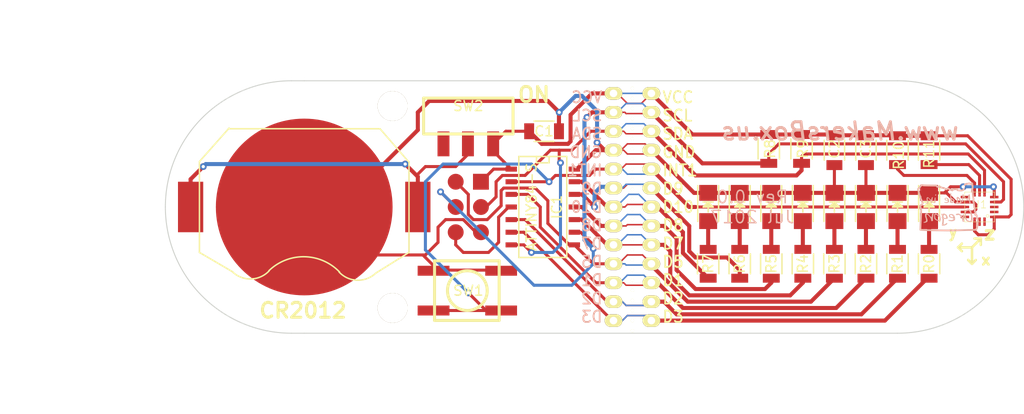
<source format=kicad_pcb>
(kicad_pcb (version 4) (host pcbnew 4.0.4-stable)

  (general
    (links 86)
    (no_connects 0)
    (area 144.652999 61.572599 248.727686 103.547401)
    (thickness 1.6)
    (drawings 40)
    (tracks 385)
    (zones 0)
    (modules 44)
    (nets 26)
  )

  (page USLetter)
  (layers
    (0 F.Cu signal)
    (31 B.Cu signal)
    (34 B.Paste user)
    (35 F.Paste user)
    (36 B.SilkS user)
    (37 F.SilkS user)
    (38 B.Mask user)
    (39 F.Mask user)
    (40 Dwgs.User user)
    (44 Edge.Cuts user)
  )

  (setup
    (last_trace_width 0.1524)
    (user_trace_width 0.254)
    (user_trace_width 0.3048)
    (user_trace_width 0.4064)
    (user_trace_width 0.6096)
    (user_trace_width 2.032)
    (trace_clearance 0.1524)
    (zone_clearance 0.508)
    (zone_45_only no)
    (trace_min 0.1524)
    (segment_width 0.254)
    (edge_width 0.1)
    (via_size 0.6858)
    (via_drill 0.3302)
    (via_min_size 0.6858)
    (via_min_drill 0.3302)
    (user_via 1 0.5)
    (uvia_size 0.762)
    (uvia_drill 0.508)
    (uvias_allowed no)
    (uvia_min_size 0.508)
    (uvia_min_drill 0.127)
    (pcb_text_width 0.3)
    (pcb_text_size 1.5 1.5)
    (mod_edge_width 0.15)
    (mod_text_size 1 1)
    (mod_text_width 0.15)
    (pad_size 24 24)
    (pad_drill 22.025)
    (pad_to_mask_clearance 0)
    (aux_axis_origin 0 0)
    (grid_origin 210.82 95.25)
    (visible_elements 7FFEFFFF)
    (pcbplotparams
      (layerselection 0x010f0_80000001)
      (usegerberextensions true)
      (excludeedgelayer true)
      (linewidth 0.100000)
      (plotframeref false)
      (viasonmask false)
      (mode 1)
      (useauxorigin false)
      (hpglpennumber 1)
      (hpglpenspeed 20)
      (hpglpendiameter 15)
      (hpglpenoverlay 2)
      (psnegative false)
      (psa4output false)
      (plotreference true)
      (plotvalue true)
      (plotinvisibletext false)
      (padsonsilk false)
      (subtractmaskfromsilk false)
      (outputformat 1)
      (mirror false)
      (drillshape 0)
      (scaleselection 1)
      (outputdirectory mask/))
  )

  (net 0 "")
  (net 1 GND)
  (net 2 +BATT)
  (net 3 "Net-(BT1-Pad1)")
  (net 4 "Net-(CON1-Pad1)")
  (net 5 "Net-(CON1-Pad3)")
  (net 6 "Net-(CON1-Pad4)")
  (net 7 "Net-(CON1-Pad5)")
  (net 8 "Net-(D1-Pad2)")
  (net 9 "Net-(D0-Pad2)")
  (net 10 "Net-(D2-Pad2)")
  (net 11 "Net-(D3-Pad2)")
  (net 12 "Net-(D7-Pad2)")
  (net 13 "Net-(IC1-Pad2)")
  (net 14 "Net-(D4-Pad2)")
  (net 15 "Net-(R10-Pad1)")
  (net 16 "Net-(R11-Pad1)")
  (net 17 "Net-(D5-Pad2)")
  (net 18 "Net-(D6-Pad2)")
  (net 19 "Net-(IC1-Pad3)")
  (net 20 "Net-(IC1-Pad5)")
  (net 21 "Net-(IC1-Pad6)")
  (net 22 "Net-(IC1-Pad11)")
  (net 23 "Net-(IC1-Pad12)")
  (net 24 "Net-(IC1-Pad13)")
  (net 25 "Net-(IC1-Pad10)")

  (net_class Default "This is the default net class."
    (clearance 0.1524)
    (trace_width 0.1524)
    (via_dia 0.6858)
    (via_drill 0.3302)
    (uvia_dia 0.762)
    (uvia_drill 0.508)
    (add_net +BATT)
    (add_net GND)
    (add_net "Net-(BT1-Pad1)")
    (add_net "Net-(CON1-Pad1)")
    (add_net "Net-(CON1-Pad3)")
    (add_net "Net-(CON1-Pad4)")
    (add_net "Net-(CON1-Pad5)")
    (add_net "Net-(D0-Pad2)")
    (add_net "Net-(D1-Pad2)")
    (add_net "Net-(D2-Pad2)")
    (add_net "Net-(D3-Pad2)")
    (add_net "Net-(D4-Pad2)")
    (add_net "Net-(D5-Pad2)")
    (add_net "Net-(D6-Pad2)")
    (add_net "Net-(D7-Pad2)")
    (add_net "Net-(IC1-Pad10)")
    (add_net "Net-(IC1-Pad11)")
    (add_net "Net-(IC1-Pad12)")
    (add_net "Net-(IC1-Pad13)")
    (add_net "Net-(IC1-Pad2)")
    (add_net "Net-(IC1-Pad3)")
    (add_net "Net-(IC1-Pad5)")
    (add_net "Net-(IC1-Pad6)")
    (add_net "Net-(R10-Pad1)")
    (add_net "Net-(R11-Pad1)")
  )

  (module temp_footprints:LGA-16-3x3 (layer F.Cu) (tedit 597FF3BD) (tstamp 59781EBE)
    (at 243.205 82.55 180)
    (path /597A1288)
    (fp_text reference U1 (at 0 0.254 180) (layer F.SilkS)
      (effects (font (size 0.762 0.762) (thickness 0.06604)))
    )
    (fp_text value LIS3DH (at 0 0.29972 180) (layer F.Fab)
      (effects (font (size 0.29972 0.29972) (thickness 0.06604)))
    )
    (fp_circle (center -0.8 -0.9) (end -0.7 -0.8) (layer F.SilkS) (width 0.05))
    (fp_line (start -1.5 -1.5) (end 1.5 -1.5) (layer F.SilkS) (width 0.05))
    (fp_line (start 1.5 -1.5) (end 1.5 1.5) (layer F.SilkS) (width 0.05))
    (fp_line (start 1.5 1.5) (end -1.5 1.5) (layer F.SilkS) (width 0.05))
    (fp_line (start -1.5 1.5) (end -1.5 -1.5) (layer F.SilkS) (width 0.05))
    (pad 1 smd rect (at -1.475 -1 180) (size 0.85 0.25) (layers F.Cu F.Paste F.Mask)
      (net 2 +BATT))
    (pad 2 smd rect (at -1.475 -0.5 180) (size 0.85 0.25) (layers F.Cu F.Paste F.Mask))
    (pad 3 smd rect (at -1.475 0 180) (size 0.85 0.25) (layers F.Cu F.Paste F.Mask))
    (pad 4 smd rect (at -1.475 0.5 180) (size 0.85 0.25) (layers F.Cu F.Paste F.Mask)
      (net 5 "Net-(CON1-Pad3)"))
    (pad 5 smd rect (at -1.475 1 180) (size 0.85 0.25) (layers F.Cu F.Paste F.Mask)
      (net 1 GND))
    (pad 6 smd rect (at -0.5 1.475 180) (size 0.25 0.85) (layers F.Cu F.Paste F.Mask)
      (net 6 "Net-(CON1-Pad4)"))
    (pad 7 smd rect (at 0 1.475 180) (size 0.25 0.85) (layers F.Cu F.Paste F.Mask)
      (net 16 "Net-(R11-Pad1)"))
    (pad 8 smd rect (at 0.5 1.475 180) (size 0.25 0.85) (layers F.Cu F.Paste F.Mask)
      (net 15 "Net-(R10-Pad1)"))
    (pad 9 smd rect (at 1.475 1 180) (size 0.85 0.25) (layers F.Cu F.Paste F.Mask))
    (pad 10 smd rect (at 1.475 0.5 180) (size 0.85 0.25) (layers F.Cu F.Paste F.Mask)
      (net 1 GND))
    (pad 11 smd rect (at 1.475 0 180) (size 0.85 0.25) (layers F.Cu F.Paste F.Mask)
      (net 13 "Net-(IC1-Pad2)"))
    (pad 12 smd rect (at 1.475 -0.5 180) (size 0.85 0.25) (layers F.Cu F.Paste F.Mask)
      (net 1 GND))
    (pad 13 smd rect (at 1.475 -1 180) (size 0.85 0.25) (layers F.Cu F.Paste F.Mask))
    (pad 14 smd rect (at 0.5 -1.475 180) (size 0.25 0.85) (layers F.Cu F.Paste F.Mask)
      (net 2 +BATT))
    (pad 15 smd rect (at 0 -1.475 180) (size 0.25 0.85) (layers F.Cu F.Paste F.Mask))
    (pad 16 smd rect (at -0.5 -1.475 180) (size 0.25 0.85) (layers F.Cu F.Paste F.Mask))
    (model Housings_DFN_QFN/LGA-16_3x3mm_Pitch0.5mm.wrl
      (at (xyz 0 0 0))
      (scale (xyz 1 1 1))
      (rotate (xyz 0 0 0))
    )
  )

  (module Pin_Headers:Pin_Header_Straight_1x13 (layer F.Cu) (tedit 597EAF86) (tstamp 59796075)
    (at 206.375 71.12)
    (descr "Through hole pin header")
    (tags "pin header")
    (path /597AD75C)
    (fp_text reference P2 (at -1.905 1.27) (layer F.SilkS) hide
      (effects (font (size 1 1) (thickness 0.15)))
    )
    (fp_text value CONN_01X13 (at 0 -3.1) (layer F.Fab)
      (effects (font (size 1 1) (thickness 0.15)))
    )
    (fp_line (start -1.75 -1.75) (end -1.75 32.25) (layer F.CrtYd) (width 0.05))
    (fp_line (start 1.75 -1.75) (end 1.75 32.25) (layer F.CrtYd) (width 0.05))
    (fp_line (start -1.75 -1.75) (end 1.75 -1.75) (layer F.CrtYd) (width 0.05))
    (fp_line (start -1.75 32.25) (end 1.75 32.25) (layer F.CrtYd) (width 0.05))
    (pad 1 thru_hole oval (at 0 0) (size 1.778 1.27) (drill 0.762) (layers *.Cu *.Mask F.SilkS)
      (net 2 +BATT))
    (pad 2 thru_hole oval (at 0 1.905) (size 1.778 1.27) (drill 0.762) (layers *.Cu *.Mask F.SilkS)
      (net 5 "Net-(CON1-Pad3)"))
    (pad 3 thru_hole oval (at 0 3.81) (size 1.778 1.27) (drill 0.762) (layers *.Cu *.Mask F.SilkS)
      (net 6 "Net-(CON1-Pad4)"))
    (pad 4 thru_hole oval (at 0 5.715) (size 1.778 1.27) (drill 0.762) (layers *.Cu *.Mask F.SilkS)
      (net 1 GND))
    (pad 5 thru_hole oval (at 0 7.62) (size 1.778 1.27) (drill 0.762) (layers *.Cu *.Mask F.SilkS)
      (net 13 "Net-(IC1-Pad2)"))
    (pad 6 thru_hole oval (at 0 9.525) (size 1.778 1.27) (drill 0.762) (layers *.Cu *.Mask F.SilkS)
      (net 23 "Net-(IC1-Pad12)"))
    (pad 7 thru_hole oval (at 0 11.43) (size 1.778 1.27) (drill 0.762) (layers *.Cu *.Mask F.SilkS)
      (net 24 "Net-(IC1-Pad13)"))
    (pad 8 thru_hole oval (at 0 13.335) (size 1.778 1.27) (drill 0.762) (layers *.Cu *.Mask F.SilkS)
      (net 22 "Net-(IC1-Pad11)"))
    (pad 9 thru_hole oval (at 0 15.24) (size 1.778 1.27) (drill 0.762) (layers *.Cu *.Mask F.SilkS)
      (net 25 "Net-(IC1-Pad10)"))
    (pad 10 thru_hole oval (at 0 17.145) (size 1.778 1.27) (drill 0.762) (layers *.Cu *.Mask F.SilkS)
      (net 4 "Net-(CON1-Pad1)"))
    (pad 11 thru_hole oval (at 0 19.05) (size 1.778 1.27) (drill 0.762) (layers *.Cu *.Mask F.SilkS)
      (net 19 "Net-(IC1-Pad3)"))
    (pad 12 thru_hole oval (at 0 20.955) (size 1.778 1.27) (drill 0.762) (layers *.Cu *.Mask F.SilkS)
      (net 20 "Net-(IC1-Pad5)"))
    (pad 13 thru_hole oval (at 0 22.86) (size 1.778 1.27) (drill 0.762) (layers *.Cu *.Mask F.SilkS)
      (net 21 "Net-(IC1-Pad6)"))
    (model Pin_Headers.3dshapes/Pin_Header_Straight_1x13.wrl
      (at (xyz 0 -0.6 0))
      (scale (xyz 1 1 1))
      (rotate (xyz 0 0 90))
    )
  )

  (module myFootPrints:MOUSEBITEx3 (layer F.Cu) (tedit 56D33F8B) (tstamp 597EC573)
    (at 208.28 90.932 90)
    (descr "module 1 pin (ou trou mecanique de percage)")
    (tags DEV)
    (fp_text reference B3 (at 0 0 90) (layer F.SilkS) hide
      (effects (font (size 0.127 0.127) (thickness 0.0254)))
    )
    (fp_text value 1pin (at 0 0 90) (layer F.Fab) hide
      (effects (font (size 0.127 0.127) (thickness 0.0254)))
    )
    (pad "" np_thru_hole circle (at -1.016 0 90) (size 0.3302 0.3302) (drill 0.3302) (layers *.Cu *.Mask F.SilkS))
    (pad "" np_thru_hole circle (at 1.016 0 90) (size 0.3302 0.3302) (drill 0.3302) (layers *.Cu *.Mask F.SilkS))
    (pad "" np_thru_hole circle (at 0 0 90) (size 0.3302 0.3302) (drill 0.3302) (layers *.Cu *.Mask F.SilkS))
  )

  (module Pin_Headers:Pin_Header_Straight_1x13 (layer F.Cu) (tedit 5979635C) (tstamp 5979643C)
    (at 210.185 71.12)
    (descr "Through hole pin header")
    (tags "pin header")
    (path /597AD7F4)
    (fp_text reference P4 (at -1.905 1.27) (layer F.SilkS) hide
      (effects (font (size 1 1) (thickness 0.15)))
    )
    (fp_text value CONN_01X13 (at 0 -3.1) (layer F.Fab)
      (effects (font (size 1 1) (thickness 0.15)))
    )
    (fp_line (start -1.75 -1.75) (end -1.75 32.25) (layer F.CrtYd) (width 0.05))
    (fp_line (start 1.75 -1.75) (end 1.75 32.25) (layer F.CrtYd) (width 0.05))
    (fp_line (start -1.75 -1.75) (end 1.75 -1.75) (layer F.CrtYd) (width 0.05))
    (fp_line (start -1.75 32.25) (end 1.75 32.25) (layer F.CrtYd) (width 0.05))
    (pad 1 thru_hole oval (at 0 0) (size 1.778 1.27) (drill 0.762) (layers *.Cu *.Mask F.SilkS)
      (net 2 +BATT))
    (pad 2 thru_hole oval (at 0 1.905) (size 1.778 1.27) (drill 0.762) (layers *.Cu *.Mask F.SilkS)
      (net 5 "Net-(CON1-Pad3)"))
    (pad 3 thru_hole oval (at 0 3.81) (size 1.778 1.27) (drill 0.762) (layers *.Cu *.Mask F.SilkS)
      (net 6 "Net-(CON1-Pad4)"))
    (pad 4 thru_hole oval (at 0 5.715) (size 1.778 1.27) (drill 0.762) (layers *.Cu *.Mask F.SilkS)
      (net 1 GND))
    (pad 5 thru_hole oval (at 0 7.62) (size 1.778 1.27) (drill 0.762) (layers *.Cu *.Mask F.SilkS)
      (net 13 "Net-(IC1-Pad2)"))
    (pad 6 thru_hole oval (at 0 9.525) (size 1.778 1.27) (drill 0.762) (layers *.Cu *.Mask F.SilkS)
      (net 23 "Net-(IC1-Pad12)"))
    (pad 7 thru_hole oval (at 0 11.43) (size 1.778 1.27) (drill 0.762) (layers *.Cu *.Mask F.SilkS)
      (net 24 "Net-(IC1-Pad13)"))
    (pad 8 thru_hole oval (at 0 13.335) (size 1.778 1.27) (drill 0.762) (layers *.Cu *.Mask F.SilkS)
      (net 22 "Net-(IC1-Pad11)"))
    (pad 9 thru_hole oval (at 0 15.24) (size 1.778 1.27) (drill 0.762) (layers *.Cu *.Mask F.SilkS)
      (net 25 "Net-(IC1-Pad10)"))
    (pad 10 thru_hole oval (at 0 17.145) (size 1.778 1.27) (drill 0.762) (layers *.Cu *.Mask F.SilkS)
      (net 4 "Net-(CON1-Pad1)"))
    (pad 11 thru_hole oval (at 0 19.05) (size 1.778 1.27) (drill 0.762) (layers *.Cu *.Mask F.SilkS)
      (net 19 "Net-(IC1-Pad3)"))
    (pad 12 thru_hole oval (at 0 20.955) (size 1.778 1.27) (drill 0.762) (layers *.Cu *.Mask F.SilkS)
      (net 20 "Net-(IC1-Pad5)"))
    (pad 13 thru_hole oval (at 0 22.86) (size 1.778 1.27) (drill 0.762) (layers *.Cu *.Mask F.SilkS)
      (net 21 "Net-(IC1-Pad6)"))
    (model Pin_Headers.3dshapes/Pin_Header_Straight_1x13.wrl
      (at (xyz 0 -0.6 0))
      (scale (xyz 1 1 1))
      (rotate (xyz 0 0 90))
    )
  )

  (module myFootPrints:Lego_Drill (layer F.Cu) (tedit 597EAF31) (tstamp 597EBF0F)
    (at 184.15 92.71)
    (descr "Through hole pin header")
    (tags "pin header")
    (fp_text reference P7 (at 0 0) (layer F.SilkS) hide
      (effects (font (size 1 1) (thickness 0.15)))
    )
    (fp_text value CONN_01X01 (at 0 -1.27) (layer F.Fab) hide
      (effects (font (size 0.127 0.127) (thickness 0.03175)))
    )
    (pad 1 thru_hole circle (at 0 0) (size 3 3) (drill 3) (layers *.Cu *.Mask F.SilkS))
    (model Pin_Headers.3dshapes/Pin_Header_Straight_1x01.wrl
      (at (xyz 0 0 0))
      (scale (xyz 1 1 1))
      (rotate (xyz 0 0 90))
    )
  )

  (module myFootPrints:Lego_Drill (layer F.Cu) (tedit 597EAF31) (tstamp 5938B998)
    (at 184.15 72.39)
    (descr "Through hole pin header")
    (tags "pin header")
    (fp_text reference P7 (at 0 0) (layer F.SilkS) hide
      (effects (font (size 1 1) (thickness 0.15)))
    )
    (fp_text value CONN_01X01 (at 0 -1.27) (layer F.Fab) hide
      (effects (font (size 0.127 0.127) (thickness 0.03175)))
    )
    (pad 1 thru_hole circle (at 0 0) (size 3 3) (drill 3) (layers *.Cu *.Mask F.SilkS))
    (model Pin_Headers.3dshapes/Pin_Header_Straight_1x01.wrl
      (at (xyz 0 0 0))
      (scale (xyz 1 1 1))
      (rotate (xyz 0 0 90))
    )
  )

  (module myFootPrints:MadeInOregonRev25 (layer F.Cu) (tedit 0) (tstamp 5938C446)
    (at 240.03 82.55)
    (fp_text reference VAL (at 0 0) (layer F.SilkS) hide
      (effects (font (size 1.143 1.143) (thickness 0.1778)))
    )
    (fp_text value MadeInOregonRev25 (at 0 0) (layer F.SilkS) hide
      (effects (font (size 1.143 1.143) (thickness 0.1778)))
    )
    (fp_poly (pts (xy -3.09626 -1.76022) (xy -3.09626 -1.72212) (xy -3.09372 -1.69672) (xy -3.09118 -1.67386)
      (xy -3.0861 -1.65608) (xy -3.07594 -1.63576) (xy -3.0734 -1.62814) (xy -3.0607 -1.6002)
      (xy -3.05054 -1.5748) (xy -3.04038 -1.54432) (xy -3.03022 -1.50876) (xy -3.02006 -1.46304)
      (xy -3.00736 -1.4097) (xy -3.00228 -1.39192) (xy -2.98704 -1.31826) (xy -2.96926 -1.2573)
      (xy -2.95402 -1.20396) (xy -2.9337 -1.15824) (xy -2.91338 -1.1176) (xy -2.91338 -1.74752)
      (xy -2.91338 -1.76276) (xy -2.91084 -1.77546) (xy -2.90322 -1.78816) (xy -2.89052 -1.8034)
      (xy -2.86766 -1.82118) (xy -2.8575 -1.83134) (xy -2.82956 -1.8542) (xy -2.80416 -1.8796)
      (xy -2.78638 -1.90246) (xy -2.77876 -1.91008) (xy -2.76606 -1.92786) (xy -2.74574 -1.95326)
      (xy -2.72034 -1.98374) (xy -2.69494 -2.01422) (xy -2.6924 -2.01676) (xy -2.66954 -2.0447)
      (xy -2.64922 -2.0701) (xy -2.63652 -2.08788) (xy -2.6289 -2.09804) (xy -2.6289 -2.10058)
      (xy -2.62382 -2.10566) (xy -2.60604 -2.10566) (xy -2.58064 -2.10566) (xy -2.55016 -2.10058)
      (xy -2.51968 -2.0955) (xy -2.50952 -2.09296) (xy -2.49682 -2.09042) (xy -2.48412 -2.08534)
      (xy -2.46888 -2.08534) (xy -2.4511 -2.0828) (xy -2.4257 -2.08026) (xy -2.39268 -2.07772)
      (xy -2.35458 -2.07772) (xy -2.30632 -2.07518) (xy -2.2479 -2.07518) (xy -2.17678 -2.07264)
      (xy -2.09296 -2.0701) (xy -2.03962 -2.0701) (xy -1.95326 -2.06756) (xy -1.8669 -2.06756)
      (xy -1.78054 -2.06502) (xy -1.69672 -2.06502) (xy -1.61798 -2.06248) (xy -1.54686 -2.06248)
      (xy -1.48336 -2.06248) (xy -1.4351 -2.06248) (xy -1.4224 -2.06248) (xy -1.22936 -2.06248)
      (xy -1.1684 -2.00152) (xy -1.10744 -1.9431) (xy -1.0668 -1.9431) (xy -1.03886 -1.9431)
      (xy -1.0033 -1.94564) (xy -0.97536 -1.95072) (xy -0.94234 -1.95326) (xy -0.91186 -1.95072)
      (xy -0.87884 -1.94564) (xy -0.8382 -1.93548) (xy -0.79248 -1.9177) (xy -0.7366 -1.89484)
      (xy -0.72136 -1.88976) (xy -0.67818 -1.86944) (xy -0.64516 -1.85674) (xy -0.61722 -1.84912)
      (xy -0.59182 -1.84404) (xy -0.56388 -1.83896) (xy -0.5461 -1.83642) (xy -0.50038 -1.83134)
      (xy -0.46482 -1.82626) (xy -0.43688 -1.81864) (xy -0.41656 -1.80848) (xy -0.39624 -1.79578)
      (xy -0.37592 -1.77546) (xy -0.37338 -1.77292) (xy -0.35052 -1.7526) (xy -0.32512 -1.73482)
      (xy -0.30734 -1.72212) (xy -0.30734 -1.72212) (xy -0.28702 -1.71704) (xy -0.25654 -1.71196)
      (xy -0.22098 -1.70434) (xy -0.18288 -1.7018) (xy -0.14986 -1.69672) (xy -0.12446 -1.69672)
      (xy -0.10922 -1.69926) (xy -0.09652 -1.70688) (xy -0.07366 -1.71958) (xy -0.05334 -1.73736)
      (xy -0.03048 -1.75768) (xy -0.01524 -1.7653) (xy -0.00508 -1.76784) (xy 0 -1.7653)
      (xy 0.01016 -1.75768) (xy 0.03048 -1.74498) (xy 0.05842 -1.7272) (xy 0.0889 -1.70688)
      (xy 0.09652 -1.7018) (xy 0.18288 -1.64846) (xy 0.25908 -1.64592) (xy 0.29464 -1.64338)
      (xy 0.3175 -1.64084) (xy 0.3302 -1.6383) (xy 0.34036 -1.63322) (xy 0.34544 -1.6256)
      (xy 0.34798 -1.62052) (xy 0.3683 -1.59766) (xy 0.39624 -1.58242) (xy 0.42672 -1.5748)
      (xy 0.4318 -1.5748) (xy 0.45974 -1.58242) (xy 0.48768 -1.6002) (xy 0.51562 -1.63068)
      (xy 0.52578 -1.64338) (xy 0.53848 -1.65608) (xy 0.5461 -1.66624) (xy 0.55626 -1.67386)
      (xy 0.56896 -1.68148) (xy 0.58928 -1.68402) (xy 0.61468 -1.6891) (xy 0.65278 -1.69418)
      (xy 0.70104 -1.69672) (xy 0.71628 -1.69926) (xy 0.8255 -1.70942) (xy 0.85598 -1.68148)
      (xy 0.89154 -1.64846) (xy 0.9271 -1.62306) (xy 0.95758 -1.60274) (xy 0.96774 -1.59766)
      (xy 0.9906 -1.59258) (xy 1.02362 -1.5875) (xy 1.0668 -1.58242) (xy 1.11252 -1.57734)
      (xy 1.16332 -1.57226) (xy 1.21158 -1.56972) (xy 1.2573 -1.56972) (xy 1.25984 -1.56972)
      (xy 1.3081 -1.56972) (xy 1.35128 -1.5748) (xy 1.39446 -1.57988) (xy 1.44272 -1.59004)
      (xy 1.48844 -1.6002) (xy 1.52146 -1.61036) (xy 1.54686 -1.62306) (xy 1.56972 -1.63576)
      (xy 1.59258 -1.65608) (xy 1.61798 -1.68148) (xy 1.63576 -1.7018) (xy 1.651 -1.72212)
      (xy 1.65862 -1.74498) (xy 1.66624 -1.77292) (xy 1.67386 -1.80848) (xy 1.6764 -1.85166)
      (xy 1.68148 -1.90246) (xy 1.6891 -1.9812) (xy 1.7018 -2.04978) (xy 1.72212 -2.10566)
      (xy 1.74752 -2.15138) (xy 1.75006 -2.15646) (xy 1.77546 -2.18186) (xy 1.81356 -2.2098)
      (xy 1.82626 -2.21742) (xy 1.8542 -2.23012) (xy 1.87706 -2.24028) (xy 1.89484 -2.24282)
      (xy 1.9177 -2.24282) (xy 1.92024 -2.24282) (xy 1.95834 -2.24282) (xy 2.00152 -2.25044)
      (xy 2.032 -2.25806) (xy 2.0701 -2.27076) (xy 2.09804 -2.27584) (xy 2.11582 -2.27838)
      (xy 2.13106 -2.2733) (xy 2.1463 -2.26822) (xy 2.15392 -2.26314) (xy 2.1844 -2.2479)
      (xy 2.22758 -2.24282) (xy 2.27584 -2.2479) (xy 2.29108 -2.25298) (xy 2.31394 -2.25806)
      (xy 2.33426 -2.26314) (xy 2.34188 -2.26314) (xy 2.34188 -2.25806) (xy 2.34442 -2.23774)
      (xy 2.34442 -2.21488) (xy 2.34442 -2.21234) (xy 2.34442 -2.1844) (xy 2.34696 -2.16408)
      (xy 2.35204 -2.1463) (xy 2.36474 -2.12852) (xy 2.3876 -2.0955) (xy 2.37998 -1.97612)
      (xy 2.37744 -1.9304) (xy 2.37236 -1.89738) (xy 2.36982 -1.87198) (xy 2.36474 -1.8542)
      (xy 2.35966 -1.83896) (xy 2.35204 -1.82372) (xy 2.34696 -1.8161) (xy 2.33172 -1.78562)
      (xy 2.3241 -1.75768) (xy 2.3241 -1.73736) (xy 2.32156 -1.70942) (xy 2.31902 -1.68656)
      (xy 2.31648 -1.67894) (xy 2.31394 -1.66116) (xy 2.30886 -1.63576) (xy 2.30886 -1.60274)
      (xy 2.30886 -1.59004) (xy 2.30886 -1.55702) (xy 2.30886 -1.5367) (xy 2.31394 -1.52146)
      (xy 2.32156 -1.5113) (xy 2.33172 -1.4986) (xy 2.33426 -1.49606) (xy 2.35458 -1.48082)
      (xy 2.3749 -1.4732) (xy 2.37744 -1.47066) (xy 2.3876 -1.47066) (xy 2.39268 -1.46558)
      (xy 2.39776 -1.45034) (xy 2.4003 -1.42494) (xy 2.40284 -1.39192) (xy 2.40538 -1.35382)
      (xy 2.40538 -1.33096) (xy 2.40792 -1.28778) (xy 2.413 -1.2319) (xy 2.42062 -1.16078)
      (xy 2.43332 -1.07442) (xy 2.4511 -0.97536) (xy 2.4511 -0.96774) (xy 2.45872 -0.92456)
      (xy 2.4638 -0.88392) (xy 2.46888 -0.85344) (xy 2.47142 -0.83058) (xy 2.47396 -0.82296)
      (xy 2.47396 -0.81026) (xy 2.47142 -0.7874) (xy 2.47142 -0.75692) (xy 2.46888 -0.72644)
      (xy 2.46888 -0.69342) (xy 2.46634 -0.66294) (xy 2.4638 -0.64262) (xy 2.46126 -0.635)
      (xy 2.4511 -0.6096) (xy 2.44856 -0.57912) (xy 2.4511 -0.54864) (xy 2.46126 -0.52324)
      (xy 2.4765 -0.51054) (xy 2.48412 -0.49784) (xy 2.49174 -0.47244) (xy 2.5019 -0.4318)
      (xy 2.50952 -0.37592) (xy 2.51968 -0.30734) (xy 2.5273 -0.2286) (xy 2.53238 -0.16764)
      (xy 2.53746 -0.1143) (xy 2.54254 -0.0635) (xy 2.54762 -0.02032) (xy 2.5527 0.01524)
      (xy 2.55524 0.04064) (xy 2.55778 0.05334) (xy 2.56794 0.07366) (xy 2.5781 0.1016)
      (xy 2.58826 0.127) (xy 2.59588 0.14732) (xy 2.6035 0.16256) (xy 2.60604 0.18034)
      (xy 2.60858 0.20066) (xy 2.60858 0.22606) (xy 2.60604 0.25908) (xy 2.6035 0.3048)
      (xy 2.6035 0.32512) (xy 2.60096 0.37084) (xy 2.60096 0.4064) (xy 2.60604 0.43434)
      (xy 2.61366 0.45974) (xy 2.62636 0.48768) (xy 2.64668 0.5207) (xy 2.66446 0.5588)
      (xy 2.67462 0.58674) (xy 2.6797 0.61468) (xy 2.67462 0.64262) (xy 2.66446 0.68072)
      (xy 2.65938 0.69088) (xy 2.64668 0.72898) (xy 2.63906 0.75946) (xy 2.63906 0.77978)
      (xy 2.6416 0.79756) (xy 2.64922 0.8128) (xy 2.64922 0.81534) (xy 2.66446 0.83058)
      (xy 2.68986 0.84836) (xy 2.72034 0.86614) (xy 2.75336 0.87884) (xy 2.77368 0.88646)
      (xy 2.794 0.89154) (xy 2.794 0.98044) (xy 2.794 1.07188) (xy 2.82448 1.13538)
      (xy 2.8575 1.20396) (xy 2.8829 1.26238) (xy 2.90322 1.31064) (xy 2.91592 1.3462)
      (xy 2.921 1.36652) (xy 2.92354 1.3843) (xy 2.92354 1.39954) (xy 2.91592 1.41478)
      (xy 2.90068 1.4351) (xy 2.90068 1.43764) (xy 2.87274 1.47828) (xy 2.84988 1.51638)
      (xy 2.8321 1.5621) (xy 2.82448 1.59004) (xy 2.80924 1.64338) (xy 2.8321 1.74244)
      (xy 2.84734 1.80848) (xy 2.85496 1.86182) (xy 2.86004 1.90754) (xy 2.86004 1.94818)
      (xy 2.85242 1.98628) (xy 2.84226 2.02438) (xy 2.84226 2.02438) (xy 2.82702 2.06756)
      (xy 2.81432 2.10566) (xy 2.79908 2.13868) (xy 2.78892 2.16154) (xy 2.77876 2.1717)
      (xy 2.77876 2.17424) (xy 2.7686 2.17678) (xy 2.74828 2.1844) (xy 2.74066 2.18948)
      (xy 2.7178 2.1971) (xy 2.68224 2.20472) (xy 2.63398 2.2098) (xy 2.57302 2.21234)
      (xy 2.49682 2.21488) (xy 2.40792 2.21742) (xy 2.30632 2.21742) (xy 2.29616 2.21742)
      (xy 2.24028 2.21996) (xy 2.17424 2.21996) (xy 2.10058 2.2225) (xy 2.02184 2.2225)
      (xy 1.9431 2.22504) (xy 1.86944 2.23012) (xy 1.84912 2.23012) (xy 1.6129 2.23774)
      (xy 1.38684 2.2479) (xy 1.16332 2.25298) (xy 0.9398 2.25806) (xy 0.71882 2.26314)
      (xy 0.4953 2.26568) (xy 0.26924 2.26822) (xy 0.03556 2.26822) (xy -0.2032 2.26822)
      (xy -0.45466 2.26822) (xy -0.71628 2.26568) (xy -0.84836 2.26314) (xy -1.03378 2.2606)
      (xy -1.20396 2.25806) (xy -1.36144 2.25552) (xy -1.50622 2.25298) (xy -1.64084 2.25044)
      (xy -1.7653 2.2479) (xy -1.88214 2.24536) (xy -1.98882 2.24282) (xy -2.08788 2.23774)
      (xy -2.17932 2.2352) (xy -2.26822 2.23266) (xy -2.35204 2.22758) (xy -2.39776 2.22504)
      (xy -2.46126 2.2225) (xy -2.51968 2.21742) (xy -2.57302 2.21488) (xy -2.61874 2.21234)
      (xy -2.65176 2.2098) (xy -2.67462 2.2098) (xy -2.68732 2.2098) (xy -2.68732 2.2098)
      (xy -2.68732 2.20218) (xy -2.68478 2.17932) (xy -2.68478 2.1463) (xy -2.68224 2.09804)
      (xy -2.6797 2.03962) (xy -2.67716 1.97104) (xy -2.67208 1.8923) (xy -2.66954 1.80594)
      (xy -2.66446 1.70942) (xy -2.65938 1.60782) (xy -2.65684 1.50114) (xy -2.65176 1.38684)
      (xy -2.64414 1.27) (xy -2.64414 1.25476) (xy -2.63906 1.11506) (xy -2.63398 0.98806)
      (xy -2.6289 0.87376) (xy -2.62382 0.77216) (xy -2.61874 0.68326) (xy -2.6162 0.60452)
      (xy -2.61366 0.53848) (xy -2.61112 0.47752) (xy -2.61112 0.42926) (xy -2.61112 0.38608)
      (xy -2.61112 0.35306) (xy -2.61112 0.32258) (xy -2.61112 0.29972) (xy -2.61366 0.28194)
      (xy -2.6162 0.2667) (xy -2.61874 0.25654) (xy -2.62128 0.24638) (xy -2.62636 0.23876)
      (xy -2.63144 0.23368) (xy -2.63652 0.22606) (xy -2.6416 0.21844) (xy -2.6543 0.2032)
      (xy -2.66192 0.18796) (xy -2.66446 0.17272) (xy -2.66192 0.14732) (xy -2.66192 0.13716)
      (xy -2.66192 0.1016) (xy -2.66446 0.06858) (xy -2.67462 0.02794) (xy -2.67462 0.0254)
      (xy -2.68732 -0.01778) (xy -2.69494 -0.04826) (xy -2.69748 -0.07112) (xy -2.69748 -0.08382)
      (xy -2.69494 -0.09398) (xy -2.68732 -0.09906) (xy -2.68732 -0.1016) (xy -2.66954 -0.10668)
      (xy -2.64668 -0.1143) (xy -2.63652 -0.1143) (xy -2.60858 -0.12192) (xy -2.58572 -0.13208)
      (xy -2.5654 -0.14732) (xy -2.54762 -0.17018) (xy -2.52476 -0.20574) (xy -2.50698 -0.2413)
      (xy -2.4638 -0.3302) (xy -2.47142 -0.40894) (xy -2.4765 -0.43942) (xy -2.48158 -0.46736)
      (xy -2.4892 -0.49276) (xy -2.49682 -0.5207) (xy -2.50952 -0.55626) (xy -2.52984 -0.59944)
      (xy -2.53492 -0.61214) (xy -2.55524 -0.66294) (xy -2.5781 -0.71374) (xy -2.60096 -0.76708)
      (xy -2.62128 -0.8128) (xy -2.63144 -0.83058) (xy -2.64668 -0.86868) (xy -2.65938 -0.89662)
      (xy -2.667 -0.91694) (xy -2.66954 -0.92964) (xy -2.667 -0.9398) (xy -2.667 -0.94996)
      (xy -2.65938 -0.97536) (xy -2.65938 -1.00584) (xy -2.66954 -1.03886) (xy -2.68732 -1.0795)
      (xy -2.71272 -1.12776) (xy -2.71526 -1.1303) (xy -2.73812 -1.17094) (xy -2.75844 -1.2065)
      (xy -2.77368 -1.23698) (xy -2.78384 -1.26746) (xy -2.79654 -1.30048) (xy -2.8067 -1.34112)
      (xy -2.81686 -1.38684) (xy -2.82702 -1.43256) (xy -2.84226 -1.49606) (xy -2.85496 -1.54686)
      (xy -2.86512 -1.5875) (xy -2.87528 -1.62052) (xy -2.88544 -1.64846) (xy -2.89306 -1.67132)
      (xy -2.90068 -1.68148) (xy -2.9083 -1.70942) (xy -2.91338 -1.7399) (xy -2.91338 -1.74752)
      (xy -2.91338 -1.1176) (xy -2.91084 -1.11506) (xy -2.90576 -1.09982) (xy -2.88798 -1.07188)
      (xy -2.87782 -1.04902) (xy -2.87274 -1.03632) (xy -2.87274 -1.02616) (xy -2.87782 -1.016)
      (xy -2.88036 -0.99822) (xy -2.8829 -0.98044) (xy -2.87782 -0.95758) (xy -2.8702 -0.92964)
      (xy -2.85496 -0.89408) (xy -2.83464 -0.84582) (xy -2.8194 -0.81534) (xy -2.78384 -0.73406)
      (xy -2.74828 -0.65786) (xy -2.72034 -0.58928) (xy -2.69494 -0.52832) (xy -2.67462 -0.47752)
      (xy -2.66192 -0.43688) (xy -2.6543 -0.40894) (xy -2.6543 -0.4064) (xy -2.64922 -0.37846)
      (xy -2.65176 -0.36068) (xy -2.65684 -0.34036) (xy -2.66446 -0.32766) (xy -2.67462 -0.30734)
      (xy -2.68732 -0.29464) (xy -2.70256 -0.28702) (xy -2.72542 -0.28194) (xy -2.73812 -0.2794)
      (xy -2.75336 -0.27686) (xy -2.77114 -0.2667) (xy -2.78892 -0.25146) (xy -2.81686 -0.22606)
      (xy -2.82448 -0.2159) (xy -2.84988 -0.1905) (xy -2.86766 -0.17272) (xy -2.87782 -0.16002)
      (xy -2.8829 -0.14732) (xy -2.8829 -0.13208) (xy -2.8829 -0.12192) (xy -2.88036 -0.06858)
      (xy -2.86766 -0.00762) (xy -2.85242 0.05588) (xy -2.8448 0.08382) (xy -2.84226 0.10668)
      (xy -2.84226 0.12954) (xy -2.8448 0.16002) (xy -2.84734 0.1651) (xy -2.84988 0.19812)
      (xy -2.84988 0.22606) (xy -2.84226 0.24892) (xy -2.82448 0.27686) (xy -2.8067 0.29972)
      (xy -2.78384 0.32766) (xy -2.82702 1.3081) (xy -2.8321 1.42748) (xy -2.83718 1.54432)
      (xy -2.84226 1.65608) (xy -2.84734 1.76276) (xy -2.84988 1.86182) (xy -2.85496 1.95326)
      (xy -2.8575 2.03708) (xy -2.86004 2.11074) (xy -2.86258 2.17424) (xy -2.86512 2.22758)
      (xy -2.86512 2.26822) (xy -2.86512 2.29616) (xy -2.86512 2.3114) (xy -2.86512 2.3114)
      (xy -2.85496 2.3368) (xy -2.83464 2.35966) (xy -2.81178 2.3749) (xy -2.8067 2.37744)
      (xy -2.794 2.37998) (xy -2.76606 2.38252) (xy -2.72796 2.38506) (xy -2.6797 2.39014)
      (xy -2.62128 2.39268) (xy -2.55778 2.39776) (xy -2.48412 2.4003) (xy -2.40792 2.40538)
      (xy -2.32664 2.40792) (xy -2.24536 2.413) (xy -2.16154 2.41554) (xy -2.08026 2.41808)
      (xy -1.99898 2.42062) (xy -1.92278 2.42316) (xy -1.85166 2.4257) (xy -1.80848 2.42824)
      (xy -1.74752 2.42824) (xy -1.67386 2.43078) (xy -1.59004 2.43078) (xy -1.4986 2.43332)
      (xy -1.397 2.43586) (xy -1.29032 2.43586) (xy -1.1811 2.4384) (xy -1.0668 2.4384)
      (xy -0.95504 2.44094) (xy -0.84582 2.44348) (xy -0.80264 2.44348) (xy -0.70104 2.44348)
      (xy -0.59944 2.44602) (xy -0.50038 2.44602) (xy -0.40386 2.44856) (xy -0.31496 2.44856)
      (xy -0.23114 2.44856) (xy -0.15748 2.4511) (xy -0.09398 2.4511) (xy -0.04064 2.4511)
      (xy 0 2.4511) (xy 0.02286 2.4511) (xy 0.05842 2.4511) (xy 0.10922 2.4511)
      (xy 0.17018 2.4511) (xy 0.2413 2.4511) (xy 0.3175 2.4511) (xy 0.39878 2.44856)
      (xy 0.4826 2.44856) (xy 0.56642 2.44602) (xy 0.60198 2.44602) (xy 0.75692 2.44348)
      (xy 0.90678 2.4384) (xy 1.0541 2.43586) (xy 1.1938 2.43078) (xy 1.32588 2.42824)
      (xy 1.45034 2.42316) (xy 1.56464 2.42062) (xy 1.66624 2.41808) (xy 1.7526 2.413)
      (xy 1.77038 2.413) (xy 1.82626 2.41046) (xy 1.8923 2.40792) (xy 1.96342 2.40792)
      (xy 2.03454 2.40538) (xy 2.10312 2.40538) (xy 2.12852 2.40538) (xy 2.19456 2.40538)
      (xy 2.26822 2.40284) (xy 2.3495 2.40284) (xy 2.42824 2.39776) (xy 2.50444 2.39522)
      (xy 2.54254 2.39522) (xy 2.75844 2.38252) (xy 2.82956 2.3495) (xy 2.86258 2.33172)
      (xy 2.88798 2.31902) (xy 2.90576 2.30632) (xy 2.91084 2.30124) (xy 2.92608 2.28092)
      (xy 2.94132 2.25044) (xy 2.96164 2.2098) (xy 2.97942 2.16662) (xy 2.9972 2.12344)
      (xy 3.01244 2.08534) (xy 3.02514 2.0447) (xy 3.03276 2.01168) (xy 3.03784 1.98628)
      (xy 3.04038 1.9558) (xy 3.04038 1.93548) (xy 3.0353 1.86182) (xy 3.0226 1.778)
      (xy 3.00736 1.70434) (xy 2.99974 1.66878) (xy 2.99974 1.64084) (xy 3.00736 1.61036)
      (xy 3.0226 1.57734) (xy 3.04546 1.53924) (xy 3.0607 1.52146) (xy 3.08356 1.4859)
      (xy 3.0988 1.4605) (xy 3.10642 1.4351) (xy 3.10896 1.4097) (xy 3.10642 1.37668)
      (xy 3.0988 1.33858) (xy 3.09118 1.3081) (xy 3.07848 1.26746) (xy 3.0607 1.22174)
      (xy 3.04038 1.1684) (xy 3.01498 1.1176) (xy 2.99466 1.07442) (xy 2.98704 1.05664)
      (xy 2.97942 1.0414) (xy 2.97688 1.02362) (xy 2.97434 1.0033) (xy 2.97434 0.97282)
      (xy 2.97434 0.93218) (xy 2.97434 0.9271) (xy 2.9718 0.87884) (xy 2.96926 0.8382)
      (xy 2.96418 0.81026) (xy 2.95148 0.7874) (xy 2.9337 0.76708) (xy 2.90576 0.7493)
      (xy 2.86766 0.72898) (xy 2.84734 0.71882) (xy 2.84734 0.7112) (xy 2.84988 0.69342)
      (xy 2.85496 0.66802) (xy 2.8575 0.6604) (xy 2.86258 0.61468) (xy 2.86258 0.5842)
      (xy 2.86258 0.57658) (xy 2.84988 0.5334) (xy 2.82956 0.48768) (xy 2.8067 0.44196)
      (xy 2.79908 0.42926) (xy 2.79146 0.41656) (xy 2.78638 0.40386) (xy 2.7813 0.38862)
      (xy 2.7813 0.37084) (xy 2.7813 0.34798) (xy 2.7813 0.3175) (xy 2.78638 0.27432)
      (xy 2.79146 0.22098) (xy 2.79146 0.21844) (xy 2.79146 0.19304) (xy 2.79146 0.16764)
      (xy 2.78384 0.1397) (xy 2.77622 0.11176) (xy 2.76352 0.07874) (xy 2.75336 0.04826)
      (xy 2.7432 0.0254) (xy 2.74066 0.02032) (xy 2.73558 0.00762) (xy 2.7305 -0.0127)
      (xy 2.72796 -0.04064) (xy 2.72288 -0.07874) (xy 2.7178 -0.12954) (xy 2.71272 -0.1905)
      (xy 2.7051 -0.25908) (xy 2.69748 -0.32512) (xy 2.68986 -0.38862) (xy 2.6797 -0.44958)
      (xy 2.67208 -0.50292) (xy 2.66446 -0.5461) (xy 2.6543 -0.57658) (xy 2.65176 -0.58674)
      (xy 2.65176 -0.60452) (xy 2.6543 -0.6223) (xy 2.65684 -0.6477) (xy 2.65176 -0.68326)
      (xy 2.65176 -0.68326) (xy 2.64668 -0.71628) (xy 2.64922 -0.75184) (xy 2.65176 -0.76962)
      (xy 2.6543 -0.79248) (xy 2.65684 -0.8128) (xy 2.6543 -0.83566) (xy 2.65176 -0.8636)
      (xy 2.64414 -0.90424) (xy 2.6416 -0.91948) (xy 2.62382 -1.01346) (xy 2.61112 -1.09982)
      (xy 2.60096 -1.1811) (xy 2.59334 -1.26238) (xy 2.58572 -1.35128) (xy 2.58064 -1.42748)
      (xy 2.5781 -1.49352) (xy 2.57302 -1.54432) (xy 2.57048 -1.58496) (xy 2.5654 -1.61544)
      (xy 2.56286 -1.6383) (xy 2.55524 -1.65608) (xy 2.54762 -1.66878) (xy 2.53746 -1.6764)
      (xy 2.52984 -1.68402) (xy 2.51714 -1.69418) (xy 2.51206 -1.70688) (xy 2.5146 -1.72466)
      (xy 2.52222 -1.75006) (xy 2.53238 -1.77546) (xy 2.53238 -1.77546) (xy 2.54 -1.78816)
      (xy 2.54254 -1.79832) (xy 2.54762 -1.81102) (xy 2.55016 -1.8288) (xy 2.5527 -1.85166)
      (xy 2.55524 -1.88214) (xy 2.55778 -1.92532) (xy 2.56286 -1.97866) (xy 2.56286 -2.0066)
      (xy 2.57302 -2.159) (xy 2.54762 -2.18948) (xy 2.52222 -2.21996) (xy 2.52984 -2.29616)
      (xy 2.53238 -2.34442) (xy 2.53238 -2.37998) (xy 2.52984 -2.40538) (xy 2.51968 -2.4257)
      (xy 2.50698 -2.44094) (xy 2.50444 -2.44348) (xy 2.4892 -2.45618) (xy 2.47142 -2.46126)
      (xy 2.44856 -2.4638) (xy 2.42062 -2.4638) (xy 2.38252 -2.45618) (xy 2.33172 -2.44602)
      (xy 2.32664 -2.44348) (xy 2.2352 -2.42316) (xy 2.19964 -2.44348) (xy 2.17424 -2.45618)
      (xy 2.15138 -2.4638) (xy 2.12344 -2.4638) (xy 2.09296 -2.45872) (xy 2.04978 -2.4511)
      (xy 2.0193 -2.44348) (xy 1.98374 -2.43332) (xy 1.9558 -2.4257) (xy 1.93802 -2.42316)
      (xy 1.92024 -2.4257) (xy 1.90754 -2.42824) (xy 1.88722 -2.43078) (xy 1.86944 -2.43078)
      (xy 1.84912 -2.42824) (xy 1.82372 -2.41808) (xy 1.79324 -2.40284) (xy 1.76022 -2.38506)
      (xy 1.71958 -2.3622) (xy 1.6891 -2.34442) (xy 1.66624 -2.32664) (xy 1.64846 -2.3114)
      (xy 1.63068 -2.29362) (xy 1.6129 -2.27076) (xy 1.59258 -2.2479) (xy 1.57734 -2.22504)
      (xy 1.56718 -2.20472) (xy 1.55702 -2.17932) (xy 1.54432 -2.1463) (xy 1.53162 -2.10312)
      (xy 1.52908 -2.09296) (xy 1.51638 -2.0447) (xy 1.50876 -2.00406) (xy 1.50368 -1.96596)
      (xy 1.4986 -1.92278) (xy 1.4986 -1.90754) (xy 1.49606 -1.86182) (xy 1.49352 -1.8288)
      (xy 1.4859 -1.80594) (xy 1.4732 -1.7907) (xy 1.45288 -1.778) (xy 1.4224 -1.77038)
      (xy 1.39446 -1.76276) (xy 1.3335 -1.7526) (xy 1.26238 -1.74752) (xy 1.18364 -1.75006)
      (xy 1.10998 -1.75768) (xy 1.03124 -1.7653) (xy 0.9652 -1.82372) (xy 0.9398 -1.84912)
      (xy 0.9144 -1.8669) (xy 0.89408 -1.88214) (xy 0.88392 -1.88722) (xy 0.86868 -1.88722)
      (xy 0.84328 -1.88722) (xy 0.80518 -1.88722) (xy 0.762 -1.88214) (xy 0.7112 -1.8796)
      (xy 0.6604 -1.87452) (xy 0.6096 -1.86944) (xy 0.56642 -1.86436) (xy 0.52324 -1.85674)
      (xy 0.49276 -1.85166) (xy 0.47244 -1.8415) (xy 0.45974 -1.83642) (xy 0.44958 -1.8288)
      (xy 0.43942 -1.82372) (xy 0.42418 -1.82118) (xy 0.40386 -1.82118) (xy 0.37592 -1.82118)
      (xy 0.33782 -1.82118) (xy 0.23622 -1.82372) (xy 0.13208 -1.8923) (xy 0.09398 -1.9177)
      (xy 0.06096 -1.93802) (xy 0.03302 -1.9558) (xy 0.0127 -1.96596) (xy 0.00508 -1.97104)
      (xy -0.02286 -1.97866) (xy -0.04826 -1.97358) (xy -0.07874 -1.95834) (xy -0.1143 -1.92786)
      (xy -0.11684 -1.92532) (xy -0.1397 -1.905) (xy -0.15748 -1.8923) (xy -0.17272 -1.88468)
      (xy -0.18796 -1.88214) (xy -0.19304 -1.88214) (xy -0.21082 -1.88468) (xy -0.22352 -1.88722)
      (xy -0.2413 -1.89992) (xy -0.26162 -1.9177) (xy -0.27178 -1.92786) (xy -0.30226 -1.95326)
      (xy -0.33528 -1.97358) (xy -0.37338 -1.98882) (xy -0.41656 -1.99898) (xy -0.47244 -2.00914)
      (xy -0.50038 -2.01168) (xy -0.53848 -2.01676) (xy -0.56896 -2.02438) (xy -0.59944 -2.03454)
      (xy -0.635 -2.04724) (xy -0.66548 -2.05994) (xy -0.70866 -2.07772) (xy -0.75692 -2.0955)
      (xy -0.80264 -2.11074) (xy -0.83058 -2.11836) (xy -0.86868 -2.12598) (xy -0.89662 -2.1336)
      (xy -0.91948 -2.1336) (xy -0.94234 -2.1336) (xy -0.97282 -2.13106) (xy -1.03378 -2.12344)
      (xy -1.0922 -2.17678) (xy -1.12776 -2.2098) (xy -1.1557 -2.23012) (xy -1.17348 -2.2352)
      (xy -1.18618 -2.23774) (xy -1.21412 -2.23774) (xy -1.24968 -2.24028) (xy -1.2954 -2.24028)
      (xy -1.3462 -2.24028) (xy -1.40208 -2.24028) (xy -1.40462 -2.24028) (xy -1.48844 -2.24028)
      (xy -1.57734 -2.24282) (xy -1.66878 -2.24282) (xy -1.76022 -2.24282) (xy -1.85166 -2.24536)
      (xy -1.94056 -2.2479) (xy -2.02438 -2.2479) (xy -2.10566 -2.25044) (xy -2.18186 -2.25298)
      (xy -2.25044 -2.25552) (xy -2.30886 -2.25806) (xy -2.35966 -2.2606) (xy -2.39776 -2.26314)
      (xy -2.42316 -2.26568) (xy -2.43586 -2.26822) (xy -2.45364 -2.27076) (xy -2.48666 -2.27584)
      (xy -2.52476 -2.28092) (xy -2.5654 -2.28346) (xy -2.58572 -2.286) (xy -2.63144 -2.28854)
      (xy -2.66446 -2.29108) (xy -2.68732 -2.29108) (xy -2.7051 -2.29108) (xy -2.7178 -2.28854)
      (xy -2.72796 -2.28346) (xy -2.7305 -2.28092) (xy -2.7559 -2.2606) (xy -2.77876 -2.22758)
      (xy -2.78892 -2.19202) (xy -2.79654 -2.17678) (xy -2.81178 -2.15392) (xy -2.8321 -2.13106)
      (xy -2.83718 -2.12344) (xy -2.86258 -2.09296) (xy -2.88544 -2.06502) (xy -2.90576 -2.04216)
      (xy -2.9083 -2.03708) (xy -2.92354 -2.0193) (xy -2.94894 -1.9939) (xy -2.97688 -1.96596)
      (xy -3.00482 -1.93802) (xy -3.03276 -1.91262) (xy -3.05816 -1.88976) (xy -3.07594 -1.87198)
      (xy -3.0861 -1.85928) (xy -3.0861 -1.85928) (xy -3.09118 -1.8415) (xy -3.09626 -1.81102)
      (xy -3.09626 -1.77038) (xy -3.09626 -1.76022) (xy -3.09626 -1.76022)) (layer B.SilkS) (width 0.00254))
    (fp_poly (pts (xy -0.67056 0.70358) (xy -0.67056 0.72136) (xy -0.66802 0.72644) (xy -0.66548 0.74676)
      (xy -0.65532 0.7747) (xy -0.64262 0.80772) (xy -0.63246 0.83312) (xy -0.61468 0.8763)
      (xy -0.60198 0.90932) (xy -0.59436 0.93218) (xy -0.59182 0.94996) (xy -0.5969 0.9652)
      (xy -0.60198 0.9779) (xy -0.61722 0.99568) (xy -0.63246 1.01092) (xy -0.64516 1.02362)
      (xy -0.6477 1.03632) (xy -0.64262 1.05156) (xy -0.62484 1.07188) (xy -0.6223 1.07696)
      (xy -0.59944 1.10236) (xy -0.5842 1.12522) (xy -0.57404 1.14554) (xy -0.56896 1.17348)
      (xy -0.56388 1.2065) (xy -0.56134 1.24968) (xy -0.56134 1.26238) (xy -0.56134 1.31572)
      (xy -0.56134 1.36652) (xy -0.56642 1.41986) (xy -0.5715 1.47828) (xy -0.58166 1.54686)
      (xy -0.59182 1.62306) (xy -0.59944 1.66116) (xy -0.60706 1.71704) (xy -0.61468 1.76022)
      (xy -0.61722 1.79324) (xy -0.61976 1.8161) (xy -0.61722 1.83388) (xy -0.61468 1.84658)
      (xy -0.6096 1.85674) (xy -0.6096 1.85928) (xy -0.60198 1.8669) (xy -0.59436 1.86944)
      (xy -0.58166 1.87198) (xy -0.56134 1.87452) (xy -0.53086 1.87452) (xy -0.51308 1.87452)
      (xy -0.47752 1.87452) (xy -0.45974 1.87198) (xy -0.45974 0.94234) (xy -0.45212 0.89662)
      (xy -0.43688 0.85344) (xy -0.41402 0.81788) (xy -0.40894 0.81026) (xy -0.38354 0.79502)
      (xy -0.35306 0.79248) (xy -0.32258 0.8001) (xy -0.2921 0.81788) (xy -0.26162 0.84582)
      (xy -0.23622 0.87884) (xy -0.21844 0.91948) (xy -0.21336 0.92964) (xy -0.20828 0.9525)
      (xy -0.2032 0.98044) (xy -0.19812 1.01092) (xy -0.19304 1.0414) (xy -0.1905 1.06934)
      (xy -0.18796 1.08712) (xy -0.1905 1.09728) (xy -0.20066 1.09982) (xy -0.22098 1.1049)
      (xy -0.24892 1.10998) (xy -0.2794 1.11252) (xy -0.30734 1.11506) (xy -0.3302 1.1176)
      (xy -0.34036 1.1176) (xy -0.36322 1.10998) (xy -0.38862 1.09474) (xy -0.39878 1.08458)
      (xy -0.4191 1.06172) (xy -0.43688 1.03886) (xy -0.44196 1.02616) (xy -0.4572 0.98806)
      (xy -0.45974 0.94234) (xy -0.45974 1.87198) (xy -0.4445 1.87198) (xy -0.42164 1.87198)
      (xy -0.41148 1.86944) (xy -0.37338 1.86182) (xy -0.3302 1.85166) (xy -0.28448 1.83642)
      (xy -0.24384 1.82372) (xy -0.21336 1.80848) (xy -0.20828 1.80848) (xy -0.17018 1.78562)
      (xy -0.13462 1.75768) (xy -0.10414 1.7272) (xy -0.08382 1.69926) (xy -0.07112 1.67386)
      (xy -0.07112 1.651) (xy -0.07112 1.651) (xy -0.08382 1.63068) (xy -0.10414 1.6129)
      (xy -0.12446 1.60528) (xy -0.12446 1.60528) (xy -0.1397 1.6129) (xy -0.16256 1.62814)
      (xy -0.19558 1.65608) (xy -0.20066 1.65862) (xy -0.24384 1.69672) (xy -0.28702 1.72466)
      (xy -0.3302 1.74498) (xy -0.37084 1.75768) (xy -0.40386 1.76276) (xy -0.4318 1.75514)
      (xy -0.43942 1.75006) (xy -0.44958 1.74244) (xy -0.45212 1.73482) (xy -0.45212 1.71958)
      (xy -0.44704 1.69672) (xy -0.4445 1.69418) (xy -0.44196 1.67386) (xy -0.43688 1.64338)
      (xy -0.4318 1.60274) (xy -0.42926 1.55194) (xy -0.42418 1.4859) (xy -0.4191 1.4097)
      (xy -0.41402 1.31826) (xy -0.41148 1.29286) (xy -0.4064 1.20142) (xy -0.27178 1.20142)
      (xy -0.21336 1.20142) (xy -0.17018 1.20142) (xy -0.13462 1.19888) (xy -0.10668 1.19126)
      (xy -0.08636 1.18364) (xy -0.06858 1.1684) (xy -0.0508 1.15316) (xy -0.04572 1.14808)
      (xy -0.03048 1.12776) (xy -0.0254 1.11506) (xy -0.0254 1.09474) (xy -0.02794 1.08458)
      (xy -0.04318 0.99822) (xy -0.06858 0.92202) (xy -0.1016 0.85598) (xy -0.14224 0.8001)
      (xy -0.1524 0.78994) (xy -0.18796 0.75692) (xy -0.22352 0.73406) (xy -0.26416 0.71374)
      (xy -0.29718 0.70104) (xy -0.3302 0.68834) (xy -0.36322 0.6731) (xy -0.37846 0.66548)
      (xy -0.4191 0.64262) (xy -0.44704 0.66548) (xy -0.4699 0.68326) (xy -0.49022 0.69596)
      (xy -0.51308 0.6985) (xy -0.54102 0.69596) (xy -0.57404 0.69088) (xy -0.60706 0.68326)
      (xy -0.62992 0.68326) (xy -0.64516 0.68326) (xy -0.65532 0.6858) (xy -0.66802 0.69342)
      (xy -0.67056 0.70358) (xy -0.67056 0.70358)) (layer B.SilkS) (width 0.00254))
    (fp_poly (pts (xy -2.47904 1.55448) (xy -2.47142 1.56464) (xy -2.47142 1.56718) (xy -2.45364 1.5748)
      (xy -2.4257 1.57988) (xy -2.39014 1.58242) (xy -2.3495 1.57988) (xy -2.30886 1.57734)
      (xy -2.29108 1.57226) (xy -2.24536 1.5621) (xy -2.1971 1.54686) (xy -2.15392 1.52654)
      (xy -2.11836 1.50622) (xy -2.0955 1.49098) (xy -2.08026 1.47828) (xy -2.07264 1.46558)
      (xy -2.06756 1.44526) (xy -2.06248 1.41986) (xy -2.05994 1.41224) (xy -2.0574 1.35636)
      (xy -2.06248 1.30048) (xy -2.07518 1.23698) (xy -2.09804 1.16586) (xy -2.10312 1.14808)
      (xy -2.13106 1.0668) (xy -2.15138 0.99568) (xy -2.16408 0.93218) (xy -2.16916 0.87376)
      (xy -2.16916 0.86614) (xy -2.16662 0.81788) (xy -2.159 0.77978) (xy -2.1463 0.75692)
      (xy -2.12598 0.74676) (xy -2.10058 0.75184) (xy -2.0955 0.75184) (xy -2.07772 0.76454)
      (xy -2.04978 0.78486) (xy -2.0193 0.81026) (xy -1.98628 0.8382) (xy -1.95326 0.86868)
      (xy -1.92278 0.89662) (xy -1.91516 0.90678) (xy -1.8415 0.99314) (xy -1.78308 1.08458)
      (xy -1.73736 1.17602) (xy -1.70688 1.27) (xy -1.69672 1.3335) (xy -1.69164 1.36398)
      (xy -1.68402 1.39192) (xy -1.6764 1.4097) (xy -1.6764 1.4097) (xy -1.66878 1.41986)
      (xy -1.66116 1.4224) (xy -1.64592 1.42494) (xy -1.62306 1.4224) (xy -1.59258 1.41732)
      (xy -1.55702 1.41224) (xy -1.51892 1.40462) (xy -1.51384 1.32334) (xy -1.5113 1.28016)
      (xy -1.5113 1.22936) (xy -1.50876 1.1811) (xy -1.50876 1.16078) (xy -1.50876 1.11252)
      (xy -1.50622 1.06426) (xy -1.50114 1.016) (xy -1.49606 0.96266) (xy -1.4859 0.89916)
      (xy -1.47574 0.82804) (xy -1.46812 0.78232) (xy -1.4605 0.7366) (xy -1.45542 0.69596)
      (xy -1.45034 0.6604) (xy -1.4478 0.63754) (xy -1.4478 0.62484) (xy -1.4478 0.6223)
      (xy -1.45796 0.61468) (xy -1.47574 0.61214) (xy -1.50114 0.61722) (xy -1.52654 0.62992)
      (xy -1.54686 0.64516) (xy -1.56464 0.66548) (xy -1.57988 0.69342) (xy -1.59512 0.73152)
      (xy -1.61036 0.77978) (xy -1.62306 0.84328) (xy -1.6256 0.84836) (xy -1.6383 0.9017)
      (xy -1.64592 0.94488) (xy -1.65608 0.97536) (xy -1.66116 0.99568) (xy -1.66624 1.00838)
      (xy -1.67132 1.01346) (xy -1.6764 1.016) (xy -1.6764 1.016) (xy -1.68402 1.01092)
      (xy -1.7018 0.99568) (xy -1.7272 0.97536) (xy -1.75768 0.94742) (xy -1.79324 0.9144)
      (xy -1.83134 0.8763) (xy -1.83388 0.87376) (xy -1.89992 0.81026) (xy -1.9558 0.75946)
      (xy -2.00152 0.71628) (xy -2.04216 0.68326) (xy -2.07772 0.65786) (xy -2.10566 0.64008)
      (xy -2.13106 0.62992) (xy -2.15392 0.62484) (xy -2.17678 0.62738) (xy -2.19964 0.63246)
      (xy -2.2225 0.64516) (xy -2.24282 0.65786) (xy -2.26822 0.67564) (xy -2.286 0.69342)
      (xy -2.29616 0.71882) (xy -2.30378 0.7493) (xy -2.30632 0.78994) (xy -2.30886 0.83566)
      (xy -2.30632 0.90424) (xy -2.30124 0.96266) (xy -2.28854 1.01346) (xy -2.27076 1.0668)
      (xy -2.26314 1.08712) (xy -2.24028 1.14808) (xy -2.2225 1.20904) (xy -2.21234 1.26746)
      (xy -2.20472 1.3208) (xy -2.20726 1.36906) (xy -2.21234 1.39954) (xy -2.21996 1.41732)
      (xy -2.23266 1.43256) (xy -2.25298 1.4478) (xy -2.28092 1.4605) (xy -2.31902 1.47574)
      (xy -2.3622 1.49098) (xy -2.39776 1.50368) (xy -2.42824 1.51638) (xy -2.45364 1.52908)
      (xy -2.4638 1.5367) (xy -2.4765 1.54686) (xy -2.47904 1.55448) (xy -2.47904 1.55448)) (layer B.SilkS) (width 0.00254))
    (fp_poly (pts (xy 1.69672 0.45974) (xy 1.69672 0.49784) (xy 1.69672 0.54356) (xy 1.69926 0.59944)
      (xy 1.7018 0.65786) (xy 1.7018 0.72136) (xy 1.70434 0.78486) (xy 1.70688 0.84836)
      (xy 1.70942 0.90678) (xy 1.71196 0.96012) (xy 1.7145 1.0033) (xy 1.71704 1.03886)
      (xy 1.71958 1.05664) (xy 1.7272 1.11252) (xy 1.74244 1.16332) (xy 1.7526 1.19634)
      (xy 1.76784 1.22936) (xy 1.78054 1.26238) (xy 1.78562 1.27762) (xy 1.78562 0.90424)
      (xy 1.78562 0.86614) (xy 1.78816 0.81788) (xy 1.78816 0.77978) (xy 1.7907 0.70358)
      (xy 1.79578 0.63754) (xy 1.80086 0.5842) (xy 1.80848 0.54102) (xy 1.8161 0.50292)
      (xy 1.8288 0.47244) (xy 1.83642 0.4572) (xy 1.85674 0.42418) (xy 1.8796 0.40386)
      (xy 1.91262 0.39116) (xy 1.95326 0.38862) (xy 1.95326 0.38862) (xy 1.9812 0.38862)
      (xy 1.99898 0.38354) (xy 2.01168 0.37592) (xy 2.01676 0.37084) (xy 2.03708 0.35306)
      (xy 2.05994 0.35052) (xy 2.0828 0.36068) (xy 2.11074 0.38354) (xy 2.11836 0.39116)
      (xy 2.15646 0.43942) (xy 2.19202 0.50038) (xy 2.2225 0.57404) (xy 2.25044 0.65532)
      (xy 2.2733 0.74676) (xy 2.286 0.80772) (xy 2.29362 0.86614) (xy 2.30124 0.92964)
      (xy 2.30632 0.99568) (xy 2.3114 1.06172) (xy 2.31394 1.12522) (xy 2.31648 1.18364)
      (xy 2.31648 1.23698) (xy 2.31394 1.28016) (xy 2.30886 1.31064) (xy 2.30886 1.31572)
      (xy 2.29362 1.34874) (xy 2.26822 1.37922) (xy 2.24028 1.39954) (xy 2.22758 1.40208)
      (xy 2.20726 1.40716) (xy 2.19202 1.4097) (xy 2.17424 1.4097) (xy 2.15138 1.40716)
      (xy 2.14376 1.40462) (xy 2.09296 1.38938) (xy 2.03962 1.36398) (xy 1.98882 1.3335)
      (xy 1.94564 1.29794) (xy 1.91008 1.25984) (xy 1.90246 1.24968) (xy 1.88976 1.22682)
      (xy 1.87452 1.1938) (xy 1.85674 1.15316) (xy 1.83896 1.10998) (xy 1.82118 1.0668)
      (xy 1.80594 1.02616) (xy 1.79578 0.99568) (xy 1.79578 0.99314) (xy 1.79324 0.97536)
      (xy 1.78816 0.95504) (xy 1.78816 0.93218) (xy 1.78562 0.90424) (xy 1.78562 1.27762)
      (xy 1.7907 1.29286) (xy 1.79324 1.29794) (xy 1.81356 1.33096) (xy 1.84404 1.36906)
      (xy 1.88468 1.40462) (xy 1.93294 1.44018) (xy 1.94818 1.4478) (xy 1.9685 1.4605)
      (xy 1.98882 1.47066) (xy 2.00914 1.47828) (xy 2.032 1.4859) (xy 2.06248 1.49098)
      (xy 2.10058 1.4986) (xy 2.15138 1.50876) (xy 2.159 1.50876) (xy 2.20726 1.51638)
      (xy 2.24028 1.52146) (xy 2.26822 1.524) (xy 2.28854 1.52146) (xy 2.30632 1.51892)
      (xy 2.3241 1.5113) (xy 2.32918 1.50876) (xy 2.3622 1.48844) (xy 2.39776 1.4605)
      (xy 2.42824 1.42748) (xy 2.4511 1.39446) (xy 2.45364 1.38938) (xy 2.46634 1.36398)
      (xy 2.47396 1.33604) (xy 2.47904 1.3081) (xy 2.48158 1.27254) (xy 2.48158 1.2319)
      (xy 2.47904 1.18364) (xy 2.47396 1.12522) (xy 2.46634 1.05664) (xy 2.45618 0.97536)
      (xy 2.44856 0.92964) (xy 2.43332 0.81788) (xy 2.413 0.71882) (xy 2.39522 0.62992)
      (xy 2.3749 0.55626) (xy 2.35458 0.49022) (xy 2.32918 0.43434) (xy 2.30378 0.38354)
      (xy 2.27584 0.3429) (xy 2.25044 0.31242) (xy 2.20472 0.27178) (xy 2.15392 0.24384)
      (xy 2.09804 0.2286) (xy 2.0447 0.22352) (xy 2.01676 0.22606) (xy 1.99898 0.23114)
      (xy 1.9812 0.2413) (xy 1.9812 0.24384) (xy 1.9558 0.25908) (xy 1.92024 0.2667)
      (xy 1.91262 0.26924) (xy 1.87706 0.27432) (xy 1.84404 0.28956) (xy 1.81102 0.31242)
      (xy 1.77292 0.34544) (xy 1.75006 0.3683) (xy 1.72466 0.3937) (xy 1.70942 0.41148)
      (xy 1.7018 0.42672) (xy 1.69672 0.43942) (xy 1.69672 0.45466) (xy 1.69672 0.45974)
      (xy 1.69672 0.45974)) (layer B.SilkS) (width 0.00254))
    (fp_poly (pts (xy 0.77978 0.74168) (xy 0.7874 0.75946) (xy 0.8001 0.7747) (xy 0.83566 0.80264)
      (xy 0.87376 0.81788) (xy 0.91948 0.82042) (xy 0.97028 0.81026) (xy 0.98298 0.80772)
      (xy 1.0287 0.79502) (xy 1.07188 0.79248) (xy 1.10998 0.80264) (xy 1.15062 0.8255)
      (xy 1.1938 0.86106) (xy 1.22428 0.889) (xy 1.28778 0.96266) (xy 1.33858 1.03378)
      (xy 1.37922 1.10998) (xy 1.4097 1.18872) (xy 1.43256 1.27762) (xy 1.44526 1.34366)
      (xy 1.45288 1.39446) (xy 1.4605 1.43002) (xy 1.46812 1.45542) (xy 1.47574 1.46812)
      (xy 1.48336 1.4732) (xy 1.49352 1.47574) (xy 1.51638 1.47828) (xy 1.54686 1.48336)
      (xy 1.56464 1.48336) (xy 1.6383 1.48844) (xy 1.63322 1.45034) (xy 1.63068 1.4351)
      (xy 1.63068 1.40462) (xy 1.62814 1.36398) (xy 1.6256 1.31572) (xy 1.6256 1.2573)
      (xy 1.62306 1.19634) (xy 1.62052 1.1303) (xy 1.62052 1.10998) (xy 1.62052 1.04394)
      (xy 1.61798 0.98044) (xy 1.61544 0.92456) (xy 1.6129 0.87376) (xy 1.61036 0.83312)
      (xy 1.61036 0.80264) (xy 1.60782 0.78486) (xy 1.60782 0.78232) (xy 1.59512 0.7493)
      (xy 1.57734 0.73152) (xy 1.55702 0.72644) (xy 1.5367 0.73406) (xy 1.52146 0.74422)
      (xy 1.50114 0.76962) (xy 1.49098 0.79502) (xy 1.48844 0.82296) (xy 1.49098 0.84582)
      (xy 1.49098 0.87122) (xy 1.49098 0.9017) (xy 1.48844 0.93218) (xy 1.4859 0.9652)
      (xy 1.48082 0.9906) (xy 1.47574 1.00838) (xy 1.47066 1.016) (xy 1.45796 1.01092)
      (xy 1.44018 0.99568) (xy 1.41986 0.97536) (xy 1.39446 0.94996) (xy 1.37414 0.92456)
      (xy 1.35382 0.89916) (xy 1.34112 0.88138) (xy 1.34112 0.87884) (xy 1.31826 0.84074)
      (xy 1.28778 0.80264) (xy 1.24714 0.76454) (xy 1.20142 0.72898) (xy 1.1557 0.6985)
      (xy 1.11252 0.67818) (xy 1.1049 0.67564) (xy 1.06426 0.66802) (xy 1.016 0.66548)
      (xy 0.96012 0.67056) (xy 0.9017 0.68072) (xy 0.87884 0.68834) (xy 0.83312 0.70104)
      (xy 0.80264 0.71374) (xy 0.78486 0.72644) (xy 0.77978 0.74168) (xy 0.77978 0.74168)) (layer B.SilkS) (width 0.00254))
    (fp_poly (pts (xy 0.0381 1.34112) (xy 0.0381 1.35636) (xy 0.04572 1.36652) (xy 0.0635 1.37922)
      (xy 0.06604 1.38176) (xy 0.1016 1.39446) (xy 0.14732 1.40716) (xy 0.20066 1.41732)
      (xy 0.25908 1.42494) (xy 0.32004 1.43002) (xy 0.381 1.43256) (xy 0.43688 1.43002)
      (xy 0.4826 1.42494) (xy 0.49784 1.4224) (xy 0.55626 1.40462) (xy 0.6096 1.37922)
      (xy 0.65532 1.34874) (xy 0.68834 1.31572) (xy 0.70358 1.29032) (xy 0.7112 1.26746)
      (xy 0.71374 1.23444) (xy 0.71628 1.20142) (xy 0.71882 1.16332) (xy 0.71628 1.12522)
      (xy 0.71374 1.0922) (xy 0.70866 1.0668) (xy 0.70104 1.04902) (xy 0.69342 1.04648)
      (xy 0.68834 1.03886) (xy 0.68072 1.02362) (xy 0.67564 1.00076) (xy 0.6731 0.98044)
      (xy 0.6731 0.97028) (xy 0.66802 0.94996) (xy 0.65786 0.91948) (xy 0.64008 0.889)
      (xy 0.6223 0.85598) (xy 0.60198 0.83058) (xy 0.59944 0.83058) (xy 0.57658 0.80772)
      (xy 0.5461 0.78232) (xy 0.508 0.75692) (xy 0.47244 0.73406) (xy 0.43942 0.71882)
      (xy 0.42672 0.71374) (xy 0.4064 0.7112) (xy 0.37846 0.7112) (xy 0.3429 0.7112)
      (xy 0.32004 0.71374) (xy 0.2667 0.71628) (xy 0.22606 0.72136) (xy 0.19558 0.72644)
      (xy 0.17272 0.7366) (xy 0.15494 0.74676) (xy 0.14732 0.75438) (xy 0.11938 0.78486)
      (xy 0.10414 0.82042) (xy 0.09906 0.8636) (xy 0.09906 0.88392) (xy 0.10668 0.94488)
      (xy 0.127 0.99314) (xy 0.15748 1.03124) (xy 0.19558 1.06172) (xy 0.19558 0.85598)
      (xy 0.20828 0.83312) (xy 0.23114 0.8128) (xy 0.26162 0.8001) (xy 0.29718 0.79248)
      (xy 0.33782 0.79502) (xy 0.35306 0.8001) (xy 0.38608 0.81534) (xy 0.4191 0.84328)
      (xy 0.45212 0.87884) (xy 0.4826 0.92202) (xy 0.50546 0.96774) (xy 0.508 0.9779)
      (xy 0.51562 1.0033) (xy 0.51816 1.02108) (xy 0.51308 1.03378) (xy 0.50038 1.0414)
      (xy 0.47498 1.0414) (xy 0.43942 1.03632) (xy 0.39116 1.02616) (xy 0.3683 1.02362)
      (xy 0.33528 1.01346) (xy 0.3048 1.0033) (xy 0.28194 0.99568) (xy 0.27432 0.9906)
      (xy 0.254 0.97282) (xy 0.23368 0.94742) (xy 0.21336 0.91948) (xy 0.20066 0.89408)
      (xy 0.19812 0.88392) (xy 0.19558 0.85598) (xy 0.19558 1.06172) (xy 0.19812 1.06172)
      (xy 0.2286 1.07442) (xy 0.24892 1.08204) (xy 0.26924 1.08966) (xy 0.28956 1.09474)
      (xy 0.3175 1.09982) (xy 0.35306 1.10744) (xy 0.39878 1.11506) (xy 0.41656 1.1176)
      (xy 0.4699 1.12776) (xy 0.51054 1.13792) (xy 0.53848 1.15316) (xy 0.55372 1.1684)
      (xy 0.55626 1.18872) (xy 0.54864 1.21158) (xy 0.54864 1.21412) (xy 0.52578 1.2446)
      (xy 0.49022 1.27254) (xy 0.4445 1.29794) (xy 0.39624 1.31318) (xy 0.34036 1.3208)
      (xy 0.27686 1.3208) (xy 0.2032 1.31064) (xy 0.18796 1.3081) (xy 0.14986 1.30048)
      (xy 0.12446 1.2954) (xy 0.10668 1.2954) (xy 0.09398 1.2954) (xy 0.08128 1.29794)
      (xy 0.06858 1.30556) (xy 0.0508 1.31572) (xy 0.04064 1.33096) (xy 0.0381 1.34112)
      (xy 0.0381 1.34112)) (layer B.SilkS) (width 0.00254))
    (fp_poly (pts (xy -1.38938 0.9398) (xy -1.38684 0.9906) (xy -1.38684 1.03886) (xy -1.3843 1.08458)
      (xy -1.38176 1.12522) (xy -1.37668 1.1557) (xy -1.37414 1.1684) (xy -1.36144 1.19634)
      (xy -1.33096 1.2319) (xy -1.31826 1.2446) (xy -1.29794 1.26238) (xy -1.29794 0.9017)
      (xy -1.29794 0.85598) (xy -1.2954 0.82042) (xy -1.29286 0.81788) (xy -1.28016 0.78994)
      (xy -1.26238 0.76708) (xy -1.23952 0.75184) (xy -1.22174 0.74676) (xy -1.2065 0.75184)
      (xy -1.18618 0.762) (xy -1.16078 0.77978) (xy -1.16078 0.77978) (xy -1.13792 0.8001)
      (xy -1.10998 0.82296) (xy -1.08204 0.8509) (xy -1.05156 0.87884) (xy -1.02616 0.90678)
      (xy -1.00584 0.92964) (xy -0.9906 0.94996) (xy -0.98552 0.96012) (xy -0.98298 0.97028)
      (xy -0.96774 0.9779) (xy -0.94234 0.98044) (xy -0.92456 0.98044) (xy -0.88646 0.98298)
      (xy -0.8763 1.016) (xy -0.87122 1.03632) (xy -0.86614 1.06934) (xy -0.86106 1.1049)
      (xy -0.85852 1.12268) (xy -0.85598 1.17348) (xy -0.85598 1.2192) (xy -0.86106 1.25476)
      (xy -0.86868 1.2827) (xy -0.87884 1.29286) (xy -0.9017 1.30556) (xy -0.93218 1.31064)
      (xy -0.97536 1.3081) (xy -1.02616 1.29794) (xy -1.06934 1.28778) (xy -1.12522 1.26746)
      (xy -1.1684 1.24714) (xy -1.20396 1.2192) (xy -1.22936 1.18618) (xy -1.25222 1.14554)
      (xy -1.26492 1.10744) (xy -1.27762 1.05918) (xy -1.28778 1.00584) (xy -1.2954 0.9525)
      (xy -1.29794 0.9017) (xy -1.29794 1.26238) (xy -1.27508 1.2827) (xy -1.22174 1.31572)
      (xy -1.15824 1.3462) (xy -1.08458 1.3716) (xy -0.99822 1.397) (xy -0.9271 1.41224)
      (xy -0.889 1.41986) (xy -0.85598 1.42748) (xy -0.83058 1.43256) (xy -0.81534 1.4351)
      (xy -0.8128 1.4351) (xy -0.80264 1.42748) (xy -0.78994 1.41478) (xy -0.77724 1.39954)
      (xy -0.75692 1.36906) (xy -0.74422 1.3335) (xy -0.7366 1.29286) (xy -0.73152 1.24206)
      (xy -0.73152 1.22174) (xy -0.7366 1.14046) (xy -0.74676 1.06426) (xy -0.76454 0.9906)
      (xy -0.79248 0.9144) (xy -0.8255 0.84074) (xy -0.84074 0.80772) (xy -0.85598 0.77724)
      (xy -0.86614 0.75438) (xy -0.87122 0.74168) (xy -0.88138 0.7239) (xy -0.90424 0.7112)
      (xy -0.92964 0.70612) (xy -0.9525 0.7112) (xy -0.97282 0.72136) (xy -0.97282 0.72136)
      (xy -0.98044 0.7366) (xy -0.98552 0.75692) (xy -0.98552 0.75946) (xy -0.9906 0.77978)
      (xy -1.0033 0.78994) (xy -1.01854 0.78486) (xy -1.04394 0.76962) (xy -1.04648 0.76708)
      (xy -1.1049 0.7239) (xy -1.1557 0.69342) (xy -1.20142 0.6731) (xy -1.24206 0.66548)
      (xy -1.27762 0.66802) (xy -1.31318 0.68326) (xy -1.32334 0.68834) (xy -1.3462 0.70866)
      (xy -1.36144 0.7366) (xy -1.37414 0.77216) (xy -1.38176 0.82042) (xy -1.38684 0.85344)
      (xy -1.38684 0.89408) (xy -1.38938 0.9398) (xy -1.38938 0.9398)) (layer B.SilkS) (width 0.00254))
    (fp_poly (pts (xy -2.27076 -0.31496) (xy -2.26568 -0.30734) (xy -2.2606 -0.30226) (xy -2.24028 -0.29972)
      (xy -2.21234 -0.29972) (xy -2.17678 -0.30226) (xy -2.14122 -0.3048) (xy -2.1209 -0.30988)
      (xy -2.08026 -0.32258) (xy -2.04216 -0.34036) (xy -2.00914 -0.35814) (xy -1.99136 -0.37338)
      (xy -1.98374 -0.38354) (xy -1.97866 -0.39624) (xy -1.97612 -0.41656) (xy -1.97612 -0.44704)
      (xy -1.97612 -0.4572) (xy -1.97866 -0.49784) (xy -1.9812 -0.52832) (xy -1.98882 -0.5588)
      (xy -1.99898 -0.58166) (xy -2.0193 -0.6477) (xy -2.03708 -0.70866) (xy -2.04724 -0.762)
      (xy -2.05486 -0.81026) (xy -2.05232 -0.8509) (xy -2.04724 -0.87884) (xy -2.03454 -0.89662)
      (xy -2.02946 -0.89916) (xy -2.01422 -0.89916) (xy -1.9939 -0.89154) (xy -1.9685 -0.87376)
      (xy -1.93548 -0.84582) (xy -1.90754 -0.82042) (xy -1.83896 -0.7493) (xy -1.78816 -0.67564)
      (xy -1.74752 -0.60452) (xy -1.72212 -0.52832) (xy -1.7145 -0.48768) (xy -1.70688 -0.45212)
      (xy -1.7018 -0.42926) (xy -1.69164 -0.41656) (xy -1.6764 -0.41148) (xy -1.651 -0.41402)
      (xy -1.6256 -0.4191) (xy -1.58496 -0.42672) (xy -1.58242 -0.508) (xy -1.57734 -0.65024)
      (xy -1.55956 -0.80264) (xy -1.5494 -0.86868) (xy -1.54432 -0.90678) (xy -1.53924 -0.94234)
      (xy -1.53416 -0.96774) (xy -1.53162 -0.98298) (xy -1.53162 -0.98552) (xy -1.5367 -0.99314)
      (xy -1.55194 -0.99314) (xy -1.5748 -0.9906) (xy -1.59258 -0.98298) (xy -1.60528 -0.97282)
      (xy -1.61544 -0.96266) (xy -1.6256 -0.94488) (xy -1.63576 -0.91948) (xy -1.64592 -0.88392)
      (xy -1.65862 -0.83566) (xy -1.66116 -0.82042) (xy -1.67132 -0.78232) (xy -1.67894 -0.7493)
      (xy -1.68656 -0.7239) (xy -1.69418 -0.7112) (xy -1.69418 -0.70866) (xy -1.7018 -0.7112)
      (xy -1.71958 -0.7239) (xy -1.75006 -0.7493) (xy -1.78816 -0.78232) (xy -1.8161 -0.81026)
      (xy -1.87198 -0.8636) (xy -1.9177 -0.90424) (xy -1.95326 -0.93726) (xy -1.98374 -0.96012)
      (xy -2.00914 -0.97536) (xy -2.02692 -0.98298) (xy -2.04216 -0.98552) (xy -2.07518 -0.98044)
      (xy -2.1082 -0.96266) (xy -2.1336 -0.9398) (xy -2.14122 -0.92964) (xy -2.1463 -0.91948)
      (xy -2.15138 -0.90678) (xy -2.15138 -0.889) (xy -2.15138 -0.8636) (xy -2.15138 -0.8255)
      (xy -2.14884 -0.81788) (xy -2.14884 -0.77724) (xy -2.1463 -0.74676) (xy -2.14122 -0.72136)
      (xy -2.13614 -0.6985) (xy -2.12598 -0.6731) (xy -2.1209 -0.65278) (xy -2.09804 -0.59436)
      (xy -2.08534 -0.53848) (xy -2.07772 -0.49022) (xy -2.07772 -0.44958) (xy -2.08534 -0.42418)
      (xy -2.10058 -0.40386) (xy -2.13106 -0.38354) (xy -2.17678 -0.3683) (xy -2.21488 -0.3556)
      (xy -2.24536 -0.34036) (xy -2.26314 -0.32766) (xy -2.27076 -0.31496) (xy -2.27076 -0.31496)) (layer B.SilkS) (width 0.00254))
    (fp_poly (pts (xy 0.6985 -0.33528) (xy 0.6985 -0.32766) (xy 0.70866 -0.32258) (xy 0.73152 -0.32258)
      (xy 0.762 -0.32258) (xy 0.8001 -0.32512) (xy 0.84074 -0.33274) (xy 0.8509 -0.33274)
      (xy 0.89408 -0.3429) (xy 0.93726 -0.35814) (xy 0.96266 -0.3683) (xy 0.98806 -0.37846)
      (xy 0.9906 -0.381) (xy 0.9906 -0.77724) (xy 0.9906 -0.81534) (xy 0.9906 -0.84328)
      (xy 0.99314 -0.86106) (xy 0.99568 -0.87376) (xy 0.99822 -0.88138) (xy 1.0033 -0.88646)
      (xy 1.01092 -0.89408) (xy 1.01854 -0.89408) (xy 1.0287 -0.88392) (xy 1.04394 -0.86868)
      (xy 1.06426 -0.84328) (xy 1.08458 -0.8128) (xy 1.10236 -0.78486) (xy 1.1176 -0.75692)
      (xy 1.13792 -0.71882) (xy 1.15824 -0.68326) (xy 1.1684 -0.66548) (xy 1.1938 -0.6223)
      (xy 1.20904 -0.58928) (xy 1.2192 -0.56134) (xy 1.22428 -0.53594) (xy 1.22428 -0.51054)
      (xy 1.22428 -0.508) (xy 1.22174 -0.48768) (xy 1.21412 -0.47498) (xy 1.19888 -0.46482)
      (xy 1.17602 -0.45974) (xy 1.143 -0.4572) (xy 1.1049 -0.45466) (xy 1.0668 -0.4572)
      (xy 1.03886 -0.4572) (xy 1.02362 -0.46228) (xy 1.016 -0.46736) (xy 1.00838 -0.48514)
      (xy 1.0033 -0.51562) (xy 0.99822 -0.56388) (xy 0.99314 -0.62484) (xy 0.9906 -0.70104)
      (xy 0.9906 -0.72644) (xy 0.9906 -0.77724) (xy 0.9906 -0.381) (xy 1.00584 -0.38608)
      (xy 1.01854 -0.38608) (xy 1.0287 -0.38354) (xy 1.05664 -0.37338) (xy 1.08712 -0.37084)
      (xy 1.12776 -0.3683) (xy 1.17602 -0.37084) (xy 1.19888 -0.37338) (xy 1.25222 -0.37846)
      (xy 1.29032 -0.38354) (xy 1.31572 -0.39116) (xy 1.33604 -0.40386) (xy 1.3462 -0.4191)
      (xy 1.35128 -0.43942) (xy 1.35128 -0.4699) (xy 1.35128 -0.48006) (xy 1.35128 -0.51562)
      (xy 1.3462 -0.54864) (xy 1.33604 -0.58166) (xy 1.3208 -0.61722) (xy 1.30048 -0.6604)
      (xy 1.27254 -0.70866) (xy 1.24968 -0.74422) (xy 1.22936 -0.77724) (xy 1.20904 -0.81026)
      (xy 1.19126 -0.84074) (xy 1.18618 -0.84582) (xy 1.16078 -0.88646) (xy 1.12268 -0.92456)
      (xy 1.08204 -0.96012) (xy 1.04394 -0.98806) (xy 1.03124 -0.99568) (xy 0.98806 -1.01092)
      (xy 0.9525 -1.016) (xy 0.91948 -1.00838) (xy 0.89662 -0.98806) (xy 0.88138 -0.96012)
      (xy 0.87884 -0.94742) (xy 0.8763 -0.92964) (xy 0.8763 -0.9017) (xy 0.87884 -0.8636)
      (xy 0.88138 -0.81788) (xy 0.88392 -0.76708) (xy 0.88392 -0.75184) (xy 0.88646 -0.68834)
      (xy 0.889 -0.63754) (xy 0.889 -0.59944) (xy 0.889 -0.56896) (xy 0.88392 -0.5461)
      (xy 0.87884 -0.53086) (xy 0.87122 -0.5207) (xy 0.8636 -0.51054) (xy 0.84836 -0.49276)
      (xy 0.83566 -0.4699) (xy 0.83566 -0.4699) (xy 0.8255 -0.44704) (xy 0.80518 -0.42418)
      (xy 0.77978 -0.40386) (xy 0.75438 -0.39116) (xy 0.74422 -0.38862) (xy 0.73152 -0.381)
      (xy 0.71628 -0.36576) (xy 0.70612 -0.34798) (xy 0.6985 -0.33528) (xy 0.6985 -0.33528)) (layer B.SilkS) (width 0.00254))
    (fp_poly (pts (xy 1.39954 -0.5207) (xy 1.40208 -0.508) (xy 1.40208 -0.50546) (xy 1.41224 -0.50292)
      (xy 1.4351 -0.50038) (xy 1.4605 -0.4953) (xy 1.46304 -0.4953) (xy 1.51384 -0.49022)
      (xy 1.51892 -0.53848) (xy 1.52146 -0.5588) (xy 1.524 -0.59182) (xy 1.52654 -0.635)
      (xy 1.53162 -0.68326) (xy 1.53416 -0.73914) (xy 1.53924 -0.79502) (xy 1.54432 -0.86614)
      (xy 1.5494 -0.92456) (xy 1.55448 -0.97028) (xy 1.55956 -1.00584) (xy 1.5621 -1.03124)
      (xy 1.56718 -1.04648) (xy 1.57226 -1.0541) (xy 1.57734 -1.05664) (xy 1.57988 -1.05664)
      (xy 1.5875 -1.04902) (xy 1.6002 -1.03378) (xy 1.62052 -1.00838) (xy 1.64592 -0.97536)
      (xy 1.67386 -0.9398) (xy 1.67894 -0.93472) (xy 1.7272 -0.87122) (xy 1.77038 -0.81788)
      (xy 1.80594 -0.77724) (xy 1.83896 -0.74422) (xy 1.86436 -0.72136) (xy 1.88976 -0.70612)
      (xy 1.905 -0.6985) (xy 1.92786 -0.68834) (xy 1.94564 -0.68072) (xy 1.95072 -0.67564)
      (xy 1.96596 -0.66802) (xy 1.98628 -0.66548) (xy 2.0066 -0.6731) (xy 2.01422 -0.67818)
      (xy 2.02438 -0.69088) (xy 2.03708 -0.7112) (xy 2.05486 -0.7366) (xy 2.05486 -0.7366)
      (xy 2.07518 -0.76708) (xy 2.09042 -0.78232) (xy 2.09804 -0.78486) (xy 2.10312 -0.78486)
      (xy 2.1082 -0.77978) (xy 2.11074 -0.77216) (xy 2.11328 -0.75946) (xy 2.11582 -0.73914)
      (xy 2.1209 -0.70866) (xy 2.12344 -0.66802) (xy 2.12598 -0.61722) (xy 2.12852 -0.56388)
      (xy 2.1336 -0.49784) (xy 2.13868 -0.44704) (xy 2.14376 -0.40894) (xy 2.14884 -0.38608)
      (xy 2.15392 -0.37592) (xy 2.16662 -0.37084) (xy 2.18948 -0.36576) (xy 2.21488 -0.36576)
      (xy 2.23774 -0.36576) (xy 2.25806 -0.37084) (xy 2.27076 -0.381) (xy 2.27584 -0.39624)
      (xy 2.2733 -0.42164) (xy 2.26568 -0.44958) (xy 2.25806 -0.47752) (xy 2.25044 -0.50546)
      (xy 2.24536 -0.53594) (xy 2.24028 -0.56896) (xy 2.23774 -0.6096) (xy 2.23266 -0.65532)
      (xy 2.23012 -0.70866) (xy 2.22758 -0.7747) (xy 2.2225 -0.8509) (xy 2.21996 -0.9398)
      (xy 2.21996 -0.98298) (xy 2.21488 -1.0541) (xy 2.21234 -1.10998) (xy 2.2098 -1.1557)
      (xy 2.20726 -1.18872) (xy 2.20218 -1.21666) (xy 2.19964 -1.23444) (xy 2.19202 -1.24714)
      (xy 2.1844 -1.25476) (xy 2.1844 -1.25476) (xy 2.16916 -1.26238) (xy 2.14376 -1.26238)
      (xy 2.11836 -1.26238) (xy 2.09296 -1.2573) (xy 2.09042 -1.25476) (xy 2.07264 -1.24714)
      (xy 2.05994 -1.2319) (xy 2.04978 -1.20904) (xy 2.04216 -1.17348) (xy 2.03454 -1.13792)
      (xy 2.0193 -1.04394) (xy 2.00152 -0.96266) (xy 1.98628 -0.89662) (xy 1.9685 -0.84582)
      (xy 1.95072 -0.81026) (xy 1.9431 -0.79756) (xy 1.93294 -0.7874) (xy 1.92024 -0.7874)
      (xy 1.905 -0.79248) (xy 1.88722 -0.80264) (xy 1.85928 -0.8255) (xy 1.8288 -0.85852)
      (xy 1.79324 -0.89408) (xy 1.75514 -0.93726) (xy 1.71704 -0.98044) (xy 1.68148 -1.02616)
      (xy 1.64846 -1.07188) (xy 1.61798 -1.11252) (xy 1.59512 -1.14808) (xy 1.57734 -1.17602)
      (xy 1.57226 -1.1938) (xy 1.55956 -1.23698) (xy 1.54432 -1.27) (xy 1.524 -1.28778)
      (xy 1.50368 -1.29032) (xy 1.49606 -1.29032) (xy 1.48336 -1.28016) (xy 1.4732 -1.26492)
      (xy 1.46558 -1.23952) (xy 1.45796 -1.20396) (xy 1.45288 -1.15824) (xy 1.45034 -1.09982)
      (xy 1.45034 -1.0287) (xy 1.45034 -0.98552) (xy 1.4478 -0.89916) (xy 1.44526 -0.82804)
      (xy 1.44018 -0.76708) (xy 1.4351 -0.71374) (xy 1.42748 -0.67056) (xy 1.41986 -0.64262)
      (xy 1.4097 -0.6096) (xy 1.40208 -0.57404) (xy 1.39954 -0.54356) (xy 1.39954 -0.5207)
      (xy 1.39954 -0.5207)) (layer B.SilkS) (width 0.00254))
    (fp_poly (pts (xy -1.4859 -0.44704) (xy -1.47574 -0.43688) (xy -1.45542 -0.42418) (xy -1.43002 -0.41402)
      (xy -1.40462 -0.40386) (xy -1.38176 -0.40132) (xy -1.35382 -0.40132) (xy -1.3208 -0.40386)
      (xy -1.31318 -0.40386) (xy -1.29032 -0.41148) (xy -1.27508 -0.42164) (xy -1.27 -0.42418)
      (xy -1.27 -0.43434) (xy -1.26746 -0.45974) (xy -1.26492 -0.49276) (xy -1.26238 -0.53594)
      (xy -1.25984 -0.5842) (xy -1.2573 -0.63754) (xy -1.25476 -0.69342) (xy -1.25476 -0.75184)
      (xy -1.25222 -0.80518) (xy -1.25222 -0.85598) (xy -1.25222 -0.88138) (xy -1.25222 -0.9144)
      (xy -1.25222 -0.93472) (xy -1.25476 -0.94742) (xy -1.25984 -0.9525) (xy -1.26746 -0.95504)
      (xy -1.27 -0.95504) (xy -1.29794 -0.95504) (xy -1.3208 -0.94234) (xy -1.33096 -0.9271)
      (xy -1.3335 -0.9144) (xy -1.33858 -0.889) (xy -1.34112 -0.85344) (xy -1.3462 -0.81026)
      (xy -1.35128 -0.76454) (xy -1.35382 -0.75438) (xy -1.3589 -0.68834) (xy -1.36398 -0.63246)
      (xy -1.3716 -0.58928) (xy -1.37668 -0.55626) (xy -1.38176 -0.5334) (xy -1.39192 -0.51308)
      (xy -1.40208 -0.50038) (xy -1.41478 -0.49022) (xy -1.43002 -0.4826) (xy -1.4478 -0.47244)
      (xy -1.47066 -0.46228) (xy -1.48336 -0.45212) (xy -1.4859 -0.44704) (xy -1.4859 -0.44704)) (layer B.SilkS) (width 0.00254))
    (fp_poly (pts (xy 0.15748 -0.47244) (xy 0.19812 -0.45212) (xy 0.2286 -0.43942) (xy 0.2667 -0.42926)
      (xy 0.30988 -0.4191) (xy 0.35052 -0.41148) (xy 0.35052 -0.71374) (xy 0.35306 -0.74422)
      (xy 0.35306 -0.7493) (xy 0.36322 -0.77216) (xy 0.37846 -0.78232) (xy 0.40132 -0.78232)
      (xy 0.42418 -0.77216) (xy 0.45212 -0.7493) (xy 0.48006 -0.72136) (xy 0.508 -0.68326)
      (xy 0.51816 -0.66294) (xy 0.5334 -0.635) (xy 0.53594 -0.61214) (xy 0.53086 -0.59436)
      (xy 0.5207 -0.58166) (xy 0.50546 -0.56642) (xy 0.48514 -0.54864) (xy 0.45974 -0.52832)
      (xy 0.43688 -0.51054) (xy 0.41402 -0.49784) (xy 0.39878 -0.48768) (xy 0.3937 -0.48768)
      (xy 0.38608 -0.4953) (xy 0.37592 -0.51308) (xy 0.37084 -0.52832) (xy 0.36322 -0.55372)
      (xy 0.35814 -0.58928) (xy 0.35306 -0.63246) (xy 0.35052 -0.67564) (xy 0.35052 -0.71374)
      (xy 0.35052 -0.41148) (xy 0.35306 -0.41148) (xy 0.3937 -0.4064) (xy 0.42926 -0.40386)
      (xy 0.45466 -0.4064) (xy 0.46228 -0.40894) (xy 0.47498 -0.41656) (xy 0.4953 -0.42926)
      (xy 0.5207 -0.4445) (xy 0.53086 -0.45212) (xy 0.57658 -0.48768) (xy 0.61214 -0.52832)
      (xy 0.64008 -0.57404) (xy 0.64516 -0.58166) (xy 0.65278 -0.60452) (xy 0.65532 -0.6223)
      (xy 0.65278 -0.64516) (xy 0.65024 -0.65024) (xy 0.62992 -0.6985) (xy 0.59944 -0.74676)
      (xy 0.5588 -0.78994) (xy 0.51562 -0.82804) (xy 0.47498 -0.85344) (xy 0.42672 -0.8763)
      (xy 0.41402 -0.88138) (xy 0.38608 -0.89154) (xy 0.36322 -0.90424) (xy 0.35052 -0.9144)
      (xy 0.3429 -0.92964) (xy 0.33528 -0.9525) (xy 0.3302 -0.98806) (xy 0.32512 -1.03378)
      (xy 0.32258 -1.08966) (xy 0.32258 -1.16078) (xy 0.32004 -1.20904) (xy 0.32004 -1.2573)
      (xy 0.32004 -1.30048) (xy 0.32004 -1.33604) (xy 0.3175 -1.36398) (xy 0.3175 -1.37922)
      (xy 0.3175 -1.37922) (xy 0.31242 -1.38938) (xy 0.30226 -1.39446) (xy 0.28448 -1.397)
      (xy 0.27178 -1.397) (xy 0.24892 -1.397) (xy 0.23368 -1.397) (xy 0.23114 -1.39446)
      (xy 0.23114 -1.38684) (xy 0.23114 -1.36652) (xy 0.2286 -1.3335) (xy 0.2286 -1.28778)
      (xy 0.2286 -1.23444) (xy 0.22606 -1.17348) (xy 0.22606 -1.1049) (xy 0.22606 -1.0287)
      (xy 0.22352 -0.9779) (xy 0.22352 -0.88392) (xy 0.22098 -0.79756) (xy 0.21844 -0.7239)
      (xy 0.2159 -0.6604) (xy 0.2159 -0.6096) (xy 0.21336 -0.5715) (xy 0.21082 -0.5461)
      (xy 0.20828 -0.53594) (xy 0.19812 -0.51308) (xy 0.18034 -0.49276) (xy 0.1778 -0.49022)
      (xy 0.15748 -0.47244) (xy 0.15748 -0.47244)) (layer B.SilkS) (width 0.00254))
    (fp_poly (pts (xy -0.381 -0.4699) (xy -0.37338 -0.45466) (xy -0.35052 -0.44196) (xy -0.31496 -0.42926)
      (xy -0.28956 -0.42164) (xy -0.25908 -0.41656) (xy -0.22098 -0.41148) (xy -0.1778 -0.40894)
      (xy -0.13716 -0.4064) (xy -0.1016 -0.4064) (xy -0.07874 -0.40894) (xy -0.02794 -0.42164)
      (xy 0.02032 -0.43942) (xy 0.05842 -0.46482) (xy 0.08636 -0.49276) (xy 0.09398 -0.50292)
      (xy 0.1016 -0.52832) (xy 0.10668 -0.56134) (xy 0.10922 -0.60198) (xy 0.10414 -0.64008)
      (xy 0.09652 -0.67564) (xy 0.09144 -0.69088) (xy 0.08128 -0.71374) (xy 0.0762 -0.73406)
      (xy 0.07366 -0.7366) (xy 0.06858 -0.76708) (xy 0.0508 -0.80264) (xy 0.02286 -0.83566)
      (xy -0.01016 -0.86868) (xy -0.04826 -0.89662) (xy -0.0889 -0.91694) (xy -0.09398 -0.91948)
      (xy -0.11176 -0.92202) (xy -0.14224 -0.92456) (xy -0.17526 -0.92456) (xy -0.21336 -0.92202)
      (xy -0.24638 -0.91694) (xy -0.27178 -0.91186) (xy -0.27686 -0.91186) (xy -0.29464 -0.89916)
      (xy -0.31242 -0.88138) (xy -0.3175 -0.87376) (xy -0.3302 -0.85598) (xy -0.33528 -0.84074)
      (xy -0.33528 -0.82042) (xy -0.33528 -0.79502) (xy -0.32512 -0.74676) (xy -0.3048 -0.70866)
      (xy -0.27178 -0.67818) (xy -0.2667 -0.67564) (xy -0.2667 -0.81788) (xy -0.26162 -0.83058)
      (xy -0.24638 -0.84582) (xy -0.21844 -0.8636) (xy -0.18288 -0.86614) (xy -0.14732 -0.85852)
      (xy -0.1143 -0.84074) (xy -0.09144 -0.81788) (xy -0.07366 -0.79502) (xy -0.05588 -0.76708)
      (xy -0.04318 -0.73914) (xy -0.03556 -0.71628) (xy -0.03302 -0.70104) (xy -0.03302 -0.6985)
      (xy -0.04318 -0.69088) (xy -0.06858 -0.68834) (xy -0.10414 -0.69088) (xy -0.14478 -0.6985)
      (xy -0.17526 -0.70612) (xy -0.19558 -0.71628) (xy -0.2159 -0.72898) (xy -0.2286 -0.74422)
      (xy -0.24638 -0.76454) (xy -0.26162 -0.7874) (xy -0.26416 -0.8001) (xy -0.2667 -0.81788)
      (xy -0.2667 -0.67564) (xy -0.26162 -0.6731) (xy -0.2413 -0.66548) (xy -0.21082 -0.65532)
      (xy -0.17526 -0.6477) (xy -0.13462 -0.64008) (xy -0.13462 -0.63754) (xy -0.09652 -0.63246)
      (xy -0.0635 -0.62484) (xy -0.0381 -0.61722) (xy -0.0254 -0.61214) (xy -0.02286 -0.61214)
      (xy -0.01016 -0.5969) (xy -0.00762 -0.57658) (xy -0.01778 -0.55372) (xy -0.04064 -0.53086)
      (xy -0.07112 -0.508) (xy -0.07874 -0.50546) (xy -0.09652 -0.49784) (xy -0.11684 -0.49276)
      (xy -0.14224 -0.49022) (xy -0.1778 -0.49022) (xy -0.18034 -0.49022) (xy -0.21844 -0.49022)
      (xy -0.26162 -0.49276) (xy -0.29718 -0.4953) (xy -0.3048 -0.49784) (xy -0.34036 -0.49784)
      (xy -0.36322 -0.4953) (xy -0.37592 -0.48768) (xy -0.381 -0.47244) (xy -0.381 -0.4699)
      (xy -0.381 -0.4699)) (layer B.SilkS) (width 0.00254))
    (fp_poly (pts (xy -1.29032 -1.15062) (xy -1.28778 -1.143) (xy -1.27762 -1.1303) (xy -1.26238 -1.12776)
      (xy -1.24206 -1.14046) (xy -1.2192 -1.16332) (xy -1.1938 -1.1938) (xy -1.18364 -1.2192)
      (xy -1.18618 -1.23952) (xy -1.20142 -1.25476) (xy -1.22428 -1.26746) (xy -1.23952 -1.27508)
      (xy -1.24968 -1.27762) (xy -1.25222 -1.27762) (xy -1.25984 -1.27) (xy -1.27 -1.25222)
      (xy -1.27762 -1.22936) (xy -1.28524 -1.20142) (xy -1.29032 -1.17348) (xy -1.29032 -1.15062)
      (xy -1.29032 -1.15062)) (layer B.SilkS) (width 0.00254))
  )

  (module project_footprints:C_1206 (layer F.Cu) (tedit 5938BCE1) (tstamp 593A016C)
    (at 199.39 74.93)
    (descr "Capacitor SMD 1206, reflow soldering, AVX (see smccp.pdf)")
    (tags "capacitor 1206")
    (path /553FDF53)
    (attr smd)
    (fp_text reference C1 (at 0 0) (layer F.SilkS)
      (effects (font (size 1 1) (thickness 0.15)))
    )
    (fp_text value "0.1 uF" (at 0 2.3) (layer F.Fab)
      (effects (font (size 1 1) (thickness 0.15)))
    )
    (fp_line (start -2.3 -1.15) (end 2.3 -1.15) (layer F.CrtYd) (width 0.05))
    (fp_line (start -2.3 1.15) (end 2.3 1.15) (layer F.CrtYd) (width 0.05))
    (fp_line (start -2.3 -1.15) (end -2.3 1.15) (layer F.CrtYd) (width 0.05))
    (fp_line (start 2.3 -1.15) (end 2.3 1.15) (layer F.CrtYd) (width 0.05))
    (fp_line (start 1 -1.025) (end -1 -1.025) (layer F.SilkS) (width 0.15))
    (fp_line (start -1 1.025) (end 1 1.025) (layer F.SilkS) (width 0.15))
    (pad 1 smd rect (at -1.5 0) (size 1 1.6) (layers F.Cu F.Paste F.Mask)
      (net 2 +BATT))
    (pad 2 smd rect (at 1.5 0) (size 1 1.6) (layers F.Cu F.Paste F.Mask)
      (net 1 GND))
    (model Capacitors_SMD.3dshapes/C_1206.wrl
      (at (xyz 0 0 0))
      (scale (xyz 1 1 1))
      (rotate (xyz 0 0 0))
    )
  )

  (module project_footprints:AVR-ISP-6 (layer F.Cu) (tedit 5860A6AE) (tstamp 593A0177)
    (at 190.5 80.01)
    (descr "6-lead dip package, row spacing 7.62 mm (300 mils)")
    (tags "dil dip 2.54 300")
    (path /58609061)
    (fp_text reference CON1 (at 0 -2.54) (layer F.SilkS) hide
      (effects (font (size 1 1) (thickness 0.15)))
    )
    (fp_text value AVR-ISP-6 (at 0 -3.72) (layer F.Fab) hide
      (effects (font (size 1 1) (thickness 0.15)))
    )
    (pad 1 smd oval (at 0 0) (size 1.6 1.6) (layers F.Cu F.Paste F.Mask)
      (net 4 "Net-(CON1-Pad1)"))
    (pad 2 smd rect (at 2.54 0) (size 1.6 1.6) (layers F.Cu F.Paste F.Mask)
      (net 2 +BATT))
    (pad 3 smd oval (at 0 2.54) (size 1.6 1.6) (layers F.Cu F.Paste F.Mask)
      (net 5 "Net-(CON1-Pad3)"))
    (pad 4 smd oval (at 2.54 2.54) (size 1.6 1.6) (layers F.Cu F.Paste F.Mask)
      (net 6 "Net-(CON1-Pad4)"))
    (pad 5 smd oval (at 0 5.08) (size 1.6 1.6) (layers F.Cu F.Paste F.Mask)
      (net 7 "Net-(CON1-Pad5)"))
    (pad 6 smd oval (at 2.54 5.08) (size 1.6 1.6) (layers F.Cu F.Paste F.Mask)
      (net 1 GND))
  )

  (module project_footprints:LED-1206 (layer F.Cu) (tedit 597FF281) (tstamp 593A0180)
    (at 238.125 82.55 270)
    (descr "LED 1206 smd package")
    (tags "LED1206 SMD")
    (path /59376772)
    (attr smd)
    (fp_text reference D0 (at 3.81 0 270) (layer F.SilkS) hide
      (effects (font (size 1 1) (thickness 0.15)))
    )
    (fp_text value LED (at 0 2 270) (layer F.Fab)
      (effects (font (size 1 1) (thickness 0.15)))
    )
    (fp_line (start -2.15 1.05) (end 1.45 1.05) (layer F.SilkS) (width 0.15))
    (fp_line (start -2.15 -1.05) (end 1.45 -1.05) (layer F.SilkS) (width 0.15))
    (fp_line (start -0.1 -0.3) (end -0.1 0.3) (layer F.SilkS) (width 0.15))
    (fp_line (start -0.1 0.3) (end -0.4 0) (layer F.SilkS) (width 0.15))
    (fp_line (start -0.4 0) (end -0.2 -0.2) (layer F.SilkS) (width 0.15))
    (fp_line (start -0.2 -0.2) (end -0.2 0.05) (layer F.SilkS) (width 0.15))
    (fp_line (start -0.2 0.05) (end -0.25 0) (layer F.SilkS) (width 0.15))
    (fp_line (start -0.5 -0.5) (end -0.5 0.5) (layer F.SilkS) (width 0.15))
    (fp_line (start 0 0) (end 0.5 0) (layer F.SilkS) (width 0.15))
    (fp_line (start -0.5 0) (end 0 -0.5) (layer F.SilkS) (width 0.15))
    (fp_line (start 0 -0.5) (end 0 0.5) (layer F.SilkS) (width 0.15))
    (fp_line (start 0 0.5) (end -0.5 0) (layer F.SilkS) (width 0.15))
    (fp_line (start 2.5 -1.25) (end -2.5 -1.25) (layer F.CrtYd) (width 0.05))
    (fp_line (start -2.5 -1.25) (end -2.5 1.25) (layer F.CrtYd) (width 0.05))
    (fp_line (start -2.5 1.25) (end 2.5 1.25) (layer F.CrtYd) (width 0.05))
    (fp_line (start 2.5 1.25) (end 2.5 -1.25) (layer F.CrtYd) (width 0.05))
    (pad 2 smd rect (at 1.41986 0 90) (size 1.59766 1.80086) (layers F.Cu F.Paste F.Mask)
      (net 9 "Net-(D0-Pad2)"))
    (pad 1 smd rect (at -1.41986 0 90) (size 1.59766 1.80086) (layers F.Cu F.Paste F.Mask)
      (net 1 GND))
  )

  (module project_footprints:LED-1206 (layer F.Cu) (tedit 597FF27B) (tstamp 593A0195)
    (at 234.95 82.55 270)
    (descr "LED 1206 smd package")
    (tags "LED1206 SMD")
    (path /5937669C)
    (attr smd)
    (fp_text reference D1 (at 3.81 0 270) (layer F.SilkS) hide
      (effects (font (size 1 1) (thickness 0.15)))
    )
    (fp_text value LED (at 0 2 270) (layer F.Fab)
      (effects (font (size 1 1) (thickness 0.15)))
    )
    (fp_line (start -2.15 1.05) (end 1.45 1.05) (layer F.SilkS) (width 0.15))
    (fp_line (start -2.15 -1.05) (end 1.45 -1.05) (layer F.SilkS) (width 0.15))
    (fp_line (start -0.1 -0.3) (end -0.1 0.3) (layer F.SilkS) (width 0.15))
    (fp_line (start -0.1 0.3) (end -0.4 0) (layer F.SilkS) (width 0.15))
    (fp_line (start -0.4 0) (end -0.2 -0.2) (layer F.SilkS) (width 0.15))
    (fp_line (start -0.2 -0.2) (end -0.2 0.05) (layer F.SilkS) (width 0.15))
    (fp_line (start -0.2 0.05) (end -0.25 0) (layer F.SilkS) (width 0.15))
    (fp_line (start -0.5 -0.5) (end -0.5 0.5) (layer F.SilkS) (width 0.15))
    (fp_line (start 0 0) (end 0.5 0) (layer F.SilkS) (width 0.15))
    (fp_line (start -0.5 0) (end 0 -0.5) (layer F.SilkS) (width 0.15))
    (fp_line (start 0 -0.5) (end 0 0.5) (layer F.SilkS) (width 0.15))
    (fp_line (start 0 0.5) (end -0.5 0) (layer F.SilkS) (width 0.15))
    (fp_line (start 2.5 -1.25) (end -2.5 -1.25) (layer F.CrtYd) (width 0.05))
    (fp_line (start -2.5 -1.25) (end -2.5 1.25) (layer F.CrtYd) (width 0.05))
    (fp_line (start -2.5 1.25) (end 2.5 1.25) (layer F.CrtYd) (width 0.05))
    (fp_line (start 2.5 1.25) (end 2.5 -1.25) (layer F.CrtYd) (width 0.05))
    (pad 2 smd rect (at 1.41986 0 90) (size 1.59766 1.80086) (layers F.Cu F.Paste F.Mask)
      (net 8 "Net-(D1-Pad2)"))
    (pad 1 smd rect (at -1.41986 0 90) (size 1.59766 1.80086) (layers F.Cu F.Paste F.Mask)
      (net 1 GND))
  )

  (module project_footprints:LED-1206 (layer F.Cu) (tedit 597FF277) (tstamp 593A01AA)
    (at 231.775 82.55 270)
    (descr "LED 1206 smd package")
    (tags "LED1206 SMD")
    (path /5937661C)
    (attr smd)
    (fp_text reference D2 (at 3.81 0 270) (layer F.SilkS) hide
      (effects (font (size 1 1) (thickness 0.15)))
    )
    (fp_text value LED (at 0 2 270) (layer F.Fab)
      (effects (font (size 1 1) (thickness 0.15)))
    )
    (fp_line (start -2.15 1.05) (end 1.45 1.05) (layer F.SilkS) (width 0.15))
    (fp_line (start -2.15 -1.05) (end 1.45 -1.05) (layer F.SilkS) (width 0.15))
    (fp_line (start -0.1 -0.3) (end -0.1 0.3) (layer F.SilkS) (width 0.15))
    (fp_line (start -0.1 0.3) (end -0.4 0) (layer F.SilkS) (width 0.15))
    (fp_line (start -0.4 0) (end -0.2 -0.2) (layer F.SilkS) (width 0.15))
    (fp_line (start -0.2 -0.2) (end -0.2 0.05) (layer F.SilkS) (width 0.15))
    (fp_line (start -0.2 0.05) (end -0.25 0) (layer F.SilkS) (width 0.15))
    (fp_line (start -0.5 -0.5) (end -0.5 0.5) (layer F.SilkS) (width 0.15))
    (fp_line (start 0 0) (end 0.5 0) (layer F.SilkS) (width 0.15))
    (fp_line (start -0.5 0) (end 0 -0.5) (layer F.SilkS) (width 0.15))
    (fp_line (start 0 -0.5) (end 0 0.5) (layer F.SilkS) (width 0.15))
    (fp_line (start 0 0.5) (end -0.5 0) (layer F.SilkS) (width 0.15))
    (fp_line (start 2.5 -1.25) (end -2.5 -1.25) (layer F.CrtYd) (width 0.05))
    (fp_line (start -2.5 -1.25) (end -2.5 1.25) (layer F.CrtYd) (width 0.05))
    (fp_line (start -2.5 1.25) (end 2.5 1.25) (layer F.CrtYd) (width 0.05))
    (fp_line (start 2.5 1.25) (end 2.5 -1.25) (layer F.CrtYd) (width 0.05))
    (pad 2 smd rect (at 1.41986 0 90) (size 1.59766 1.80086) (layers F.Cu F.Paste F.Mask)
      (net 10 "Net-(D2-Pad2)"))
    (pad 1 smd rect (at -1.41986 0 90) (size 1.59766 1.80086) (layers F.Cu F.Paste F.Mask)
      (net 1 GND))
  )

  (module project_footprints:LED-1206 (layer F.Cu) (tedit 597FF273) (tstamp 593A01BF)
    (at 228.6 82.55 270)
    (descr "LED 1206 smd package")
    (tags "LED1206 SMD")
    (path /593760A9)
    (attr smd)
    (fp_text reference D3 (at 3.81 0 270) (layer F.SilkS) hide
      (effects (font (size 1 1) (thickness 0.15)))
    )
    (fp_text value LED (at 0 2 270) (layer F.Fab)
      (effects (font (size 1 1) (thickness 0.15)))
    )
    (fp_line (start -2.15 1.05) (end 1.45 1.05) (layer F.SilkS) (width 0.15))
    (fp_line (start -2.15 -1.05) (end 1.45 -1.05) (layer F.SilkS) (width 0.15))
    (fp_line (start -0.1 -0.3) (end -0.1 0.3) (layer F.SilkS) (width 0.15))
    (fp_line (start -0.1 0.3) (end -0.4 0) (layer F.SilkS) (width 0.15))
    (fp_line (start -0.4 0) (end -0.2 -0.2) (layer F.SilkS) (width 0.15))
    (fp_line (start -0.2 -0.2) (end -0.2 0.05) (layer F.SilkS) (width 0.15))
    (fp_line (start -0.2 0.05) (end -0.25 0) (layer F.SilkS) (width 0.15))
    (fp_line (start -0.5 -0.5) (end -0.5 0.5) (layer F.SilkS) (width 0.15))
    (fp_line (start 0 0) (end 0.5 0) (layer F.SilkS) (width 0.15))
    (fp_line (start -0.5 0) (end 0 -0.5) (layer F.SilkS) (width 0.15))
    (fp_line (start 0 -0.5) (end 0 0.5) (layer F.SilkS) (width 0.15))
    (fp_line (start 0 0.5) (end -0.5 0) (layer F.SilkS) (width 0.15))
    (fp_line (start 2.5 -1.25) (end -2.5 -1.25) (layer F.CrtYd) (width 0.05))
    (fp_line (start -2.5 -1.25) (end -2.5 1.25) (layer F.CrtYd) (width 0.05))
    (fp_line (start -2.5 1.25) (end 2.5 1.25) (layer F.CrtYd) (width 0.05))
    (fp_line (start 2.5 1.25) (end 2.5 -1.25) (layer F.CrtYd) (width 0.05))
    (pad 2 smd rect (at 1.41986 0 90) (size 1.59766 1.80086) (layers F.Cu F.Paste F.Mask)
      (net 11 "Net-(D3-Pad2)"))
    (pad 1 smd rect (at -1.41986 0 90) (size 1.59766 1.80086) (layers F.Cu F.Paste F.Mask)
      (net 1 GND))
  )

  (module project_footprints:LED-1206 (layer F.Cu) (tedit 597FF270) (tstamp 593A01D4)
    (at 225.425 82.55 270)
    (descr "LED 1206 smd package")
    (tags "LED1206 SMD")
    (path /5937627B)
    (attr smd)
    (fp_text reference D4 (at 3.81 0 270) (layer F.SilkS) hide
      (effects (font (size 1 1) (thickness 0.15)))
    )
    (fp_text value LED (at 0 2 270) (layer F.Fab)
      (effects (font (size 1 1) (thickness 0.15)))
    )
    (fp_line (start -2.15 1.05) (end 1.45 1.05) (layer F.SilkS) (width 0.15))
    (fp_line (start -2.15 -1.05) (end 1.45 -1.05) (layer F.SilkS) (width 0.15))
    (fp_line (start -0.1 -0.3) (end -0.1 0.3) (layer F.SilkS) (width 0.15))
    (fp_line (start -0.1 0.3) (end -0.4 0) (layer F.SilkS) (width 0.15))
    (fp_line (start -0.4 0) (end -0.2 -0.2) (layer F.SilkS) (width 0.15))
    (fp_line (start -0.2 -0.2) (end -0.2 0.05) (layer F.SilkS) (width 0.15))
    (fp_line (start -0.2 0.05) (end -0.25 0) (layer F.SilkS) (width 0.15))
    (fp_line (start -0.5 -0.5) (end -0.5 0.5) (layer F.SilkS) (width 0.15))
    (fp_line (start 0 0) (end 0.5 0) (layer F.SilkS) (width 0.15))
    (fp_line (start -0.5 0) (end 0 -0.5) (layer F.SilkS) (width 0.15))
    (fp_line (start 0 -0.5) (end 0 0.5) (layer F.SilkS) (width 0.15))
    (fp_line (start 0 0.5) (end -0.5 0) (layer F.SilkS) (width 0.15))
    (fp_line (start 2.5 -1.25) (end -2.5 -1.25) (layer F.CrtYd) (width 0.05))
    (fp_line (start -2.5 -1.25) (end -2.5 1.25) (layer F.CrtYd) (width 0.05))
    (fp_line (start -2.5 1.25) (end 2.5 1.25) (layer F.CrtYd) (width 0.05))
    (fp_line (start 2.5 1.25) (end 2.5 -1.25) (layer F.CrtYd) (width 0.05))
    (pad 2 smd rect (at 1.41986 0 90) (size 1.59766 1.80086) (layers F.Cu F.Paste F.Mask)
      (net 14 "Net-(D4-Pad2)"))
    (pad 1 smd rect (at -1.41986 0 90) (size 1.59766 1.80086) (layers F.Cu F.Paste F.Mask)
      (net 1 GND))
  )

  (module project_footprints:LED-1206 (layer F.Cu) (tedit 597FF26C) (tstamp 593A01E9)
    (at 222.25 82.55 270)
    (descr "LED 1206 smd package")
    (tags "LED1206 SMD")
    (path /593762B5)
    (attr smd)
    (fp_text reference D5 (at 3.81 0 270) (layer F.SilkS) hide
      (effects (font (size 1 1) (thickness 0.15)))
    )
    (fp_text value LED (at 0 2 270) (layer F.Fab)
      (effects (font (size 1 1) (thickness 0.15)))
    )
    (fp_line (start -2.15 1.05) (end 1.45 1.05) (layer F.SilkS) (width 0.15))
    (fp_line (start -2.15 -1.05) (end 1.45 -1.05) (layer F.SilkS) (width 0.15))
    (fp_line (start -0.1 -0.3) (end -0.1 0.3) (layer F.SilkS) (width 0.15))
    (fp_line (start -0.1 0.3) (end -0.4 0) (layer F.SilkS) (width 0.15))
    (fp_line (start -0.4 0) (end -0.2 -0.2) (layer F.SilkS) (width 0.15))
    (fp_line (start -0.2 -0.2) (end -0.2 0.05) (layer F.SilkS) (width 0.15))
    (fp_line (start -0.2 0.05) (end -0.25 0) (layer F.SilkS) (width 0.15))
    (fp_line (start -0.5 -0.5) (end -0.5 0.5) (layer F.SilkS) (width 0.15))
    (fp_line (start 0 0) (end 0.5 0) (layer F.SilkS) (width 0.15))
    (fp_line (start -0.5 0) (end 0 -0.5) (layer F.SilkS) (width 0.15))
    (fp_line (start 0 -0.5) (end 0 0.5) (layer F.SilkS) (width 0.15))
    (fp_line (start 0 0.5) (end -0.5 0) (layer F.SilkS) (width 0.15))
    (fp_line (start 2.5 -1.25) (end -2.5 -1.25) (layer F.CrtYd) (width 0.05))
    (fp_line (start -2.5 -1.25) (end -2.5 1.25) (layer F.CrtYd) (width 0.05))
    (fp_line (start -2.5 1.25) (end 2.5 1.25) (layer F.CrtYd) (width 0.05))
    (fp_line (start 2.5 1.25) (end 2.5 -1.25) (layer F.CrtYd) (width 0.05))
    (pad 2 smd rect (at 1.41986 0 90) (size 1.59766 1.80086) (layers F.Cu F.Paste F.Mask)
      (net 17 "Net-(D5-Pad2)"))
    (pad 1 smd rect (at -1.41986 0 90) (size 1.59766 1.80086) (layers F.Cu F.Paste F.Mask)
      (net 1 GND))
  )

  (module project_footprints:LED-1206 (layer F.Cu) (tedit 597FF268) (tstamp 593A01FE)
    (at 219.075 82.55 270)
    (descr "LED 1206 smd package")
    (tags "LED1206 SMD")
    (path /593766DF)
    (attr smd)
    (fp_text reference D6 (at 3.81 0 270) (layer F.SilkS) hide
      (effects (font (size 1 1) (thickness 0.15)))
    )
    (fp_text value LED (at 0 2 270) (layer F.Fab)
      (effects (font (size 1 1) (thickness 0.15)))
    )
    (fp_line (start -2.15 1.05) (end 1.45 1.05) (layer F.SilkS) (width 0.15))
    (fp_line (start -2.15 -1.05) (end 1.45 -1.05) (layer F.SilkS) (width 0.15))
    (fp_line (start -0.1 -0.3) (end -0.1 0.3) (layer F.SilkS) (width 0.15))
    (fp_line (start -0.1 0.3) (end -0.4 0) (layer F.SilkS) (width 0.15))
    (fp_line (start -0.4 0) (end -0.2 -0.2) (layer F.SilkS) (width 0.15))
    (fp_line (start -0.2 -0.2) (end -0.2 0.05) (layer F.SilkS) (width 0.15))
    (fp_line (start -0.2 0.05) (end -0.25 0) (layer F.SilkS) (width 0.15))
    (fp_line (start -0.5 -0.5) (end -0.5 0.5) (layer F.SilkS) (width 0.15))
    (fp_line (start 0 0) (end 0.5 0) (layer F.SilkS) (width 0.15))
    (fp_line (start -0.5 0) (end 0 -0.5) (layer F.SilkS) (width 0.15))
    (fp_line (start 0 -0.5) (end 0 0.5) (layer F.SilkS) (width 0.15))
    (fp_line (start 0 0.5) (end -0.5 0) (layer F.SilkS) (width 0.15))
    (fp_line (start 2.5 -1.25) (end -2.5 -1.25) (layer F.CrtYd) (width 0.05))
    (fp_line (start -2.5 -1.25) (end -2.5 1.25) (layer F.CrtYd) (width 0.05))
    (fp_line (start -2.5 1.25) (end 2.5 1.25) (layer F.CrtYd) (width 0.05))
    (fp_line (start 2.5 1.25) (end 2.5 -1.25) (layer F.CrtYd) (width 0.05))
    (pad 2 smd rect (at 1.41986 0 90) (size 1.59766 1.80086) (layers F.Cu F.Paste F.Mask)
      (net 18 "Net-(D6-Pad2)"))
    (pad 1 smd rect (at -1.41986 0 90) (size 1.59766 1.80086) (layers F.Cu F.Paste F.Mask)
      (net 1 GND))
  )

  (module project_footprints:LED-1206 (layer F.Cu) (tedit 597FF25D) (tstamp 593A0213)
    (at 215.9 82.55 270)
    (descr "LED 1206 smd package")
    (tags "LED1206 SMD")
    (path /59376725)
    (attr smd)
    (fp_text reference D7 (at 3.81 0 270) (layer F.SilkS) hide
      (effects (font (size 1 1) (thickness 0.15)))
    )
    (fp_text value LED (at 0 2 270) (layer F.Fab)
      (effects (font (size 1 1) (thickness 0.15)))
    )
    (fp_line (start -2.15 1.05) (end 1.45 1.05) (layer F.SilkS) (width 0.15))
    (fp_line (start -2.15 -1.05) (end 1.45 -1.05) (layer F.SilkS) (width 0.15))
    (fp_line (start -0.1 -0.3) (end -0.1 0.3) (layer F.SilkS) (width 0.15))
    (fp_line (start -0.1 0.3) (end -0.4 0) (layer F.SilkS) (width 0.15))
    (fp_line (start -0.4 0) (end -0.2 -0.2) (layer F.SilkS) (width 0.15))
    (fp_line (start -0.2 -0.2) (end -0.2 0.05) (layer F.SilkS) (width 0.15))
    (fp_line (start -0.2 0.05) (end -0.25 0) (layer F.SilkS) (width 0.15))
    (fp_line (start -0.5 -0.5) (end -0.5 0.5) (layer F.SilkS) (width 0.15))
    (fp_line (start 0 0) (end 0.5 0) (layer F.SilkS) (width 0.15))
    (fp_line (start -0.5 0) (end 0 -0.5) (layer F.SilkS) (width 0.15))
    (fp_line (start 0 -0.5) (end 0 0.5) (layer F.SilkS) (width 0.15))
    (fp_line (start 0 0.5) (end -0.5 0) (layer F.SilkS) (width 0.15))
    (fp_line (start 2.5 -1.25) (end -2.5 -1.25) (layer F.CrtYd) (width 0.05))
    (fp_line (start -2.5 -1.25) (end -2.5 1.25) (layer F.CrtYd) (width 0.05))
    (fp_line (start -2.5 1.25) (end 2.5 1.25) (layer F.CrtYd) (width 0.05))
    (fp_line (start 2.5 1.25) (end 2.5 -1.25) (layer F.CrtYd) (width 0.05))
    (pad 2 smd rect (at 1.41986 0 90) (size 1.59766 1.80086) (layers F.Cu F.Paste F.Mask)
      (net 12 "Net-(D7-Pad2)"))
    (pad 1 smd rect (at -1.41986 0 90) (size 1.59766 1.80086) (layers F.Cu F.Paste F.Mask)
      (net 1 GND))
  )

  (module project_footprints:R_1206 (layer F.Cu) (tedit 5938B790) (tstamp 593A0240)
    (at 238.125 88.265 90)
    (descr "Resistor SMD 1206, reflow soldering, Vishay (see dcrcw.pdf)")
    (tags "resistor 1206")
    (path /59376BC6)
    (attr smd)
    (fp_text reference R0 (at 0 0 90) (layer F.SilkS)
      (effects (font (size 1 1) (thickness 0.15)))
    )
    (fp_text value 330 (at 0 2.3 90) (layer F.Fab)
      (effects (font (size 1 1) (thickness 0.15)))
    )
    (fp_line (start -2.2 -1.2) (end 2.2 -1.2) (layer F.CrtYd) (width 0.05))
    (fp_line (start -2.2 1.2) (end 2.2 1.2) (layer F.CrtYd) (width 0.05))
    (fp_line (start -2.2 -1.2) (end -2.2 1.2) (layer F.CrtYd) (width 0.05))
    (fp_line (start 2.2 -1.2) (end 2.2 1.2) (layer F.CrtYd) (width 0.05))
    (fp_line (start 1 1.075) (end -1 1.075) (layer F.SilkS) (width 0.15))
    (fp_line (start -1 -1.075) (end 1 -1.075) (layer F.SilkS) (width 0.15))
    (pad 1 smd rect (at -1.45 0 90) (size 0.9 1.7) (layers F.Cu F.Paste F.Mask)
      (net 21 "Net-(IC1-Pad6)"))
    (pad 2 smd rect (at 1.45 0 90) (size 0.9 1.7) (layers F.Cu F.Paste F.Mask)
      (net 9 "Net-(D0-Pad2)"))
    (model Resistors_SMD.3dshapes/R_1206.wrl
      (at (xyz 0 0 0))
      (scale (xyz 1 1 1))
      (rotate (xyz 0 0 0))
    )
  )

  (module project_footprints:R_1206 (layer F.Cu) (tedit 5938B790) (tstamp 593A024B)
    (at 234.95 88.265 90)
    (descr "Resistor SMD 1206, reflow soldering, Vishay (see dcrcw.pdf)")
    (tags "resistor 1206")
    (path /56CEB2B5)
    (attr smd)
    (fp_text reference R1 (at 0 0 90) (layer F.SilkS)
      (effects (font (size 1 1) (thickness 0.15)))
    )
    (fp_text value 330 (at 0 2.3 90) (layer F.Fab)
      (effects (font (size 1 1) (thickness 0.15)))
    )
    (fp_line (start -2.2 -1.2) (end 2.2 -1.2) (layer F.CrtYd) (width 0.05))
    (fp_line (start -2.2 1.2) (end 2.2 1.2) (layer F.CrtYd) (width 0.05))
    (fp_line (start -2.2 -1.2) (end -2.2 1.2) (layer F.CrtYd) (width 0.05))
    (fp_line (start 2.2 -1.2) (end 2.2 1.2) (layer F.CrtYd) (width 0.05))
    (fp_line (start 1 1.075) (end -1 1.075) (layer F.SilkS) (width 0.15))
    (fp_line (start -1 -1.075) (end 1 -1.075) (layer F.SilkS) (width 0.15))
    (pad 1 smd rect (at -1.45 0 90) (size 0.9 1.7) (layers F.Cu F.Paste F.Mask)
      (net 20 "Net-(IC1-Pad5)"))
    (pad 2 smd rect (at 1.45 0 90) (size 0.9 1.7) (layers F.Cu F.Paste F.Mask)
      (net 8 "Net-(D1-Pad2)"))
    (model Resistors_SMD.3dshapes/R_1206.wrl
      (at (xyz 0 0 0))
      (scale (xyz 1 1 1))
      (rotate (xyz 0 0 0))
    )
  )

  (module project_footprints:R_1206 (layer F.Cu) (tedit 5938B790) (tstamp 593A0256)
    (at 231.775 88.265 90)
    (descr "Resistor SMD 1206, reflow soldering, Vishay (see dcrcw.pdf)")
    (tags "resistor 1206")
    (path /56DBEF6A)
    (attr smd)
    (fp_text reference R2 (at 0 0 90) (layer F.SilkS)
      (effects (font (size 1 1) (thickness 0.15)))
    )
    (fp_text value 330 (at 0 2.3 90) (layer F.Fab)
      (effects (font (size 1 1) (thickness 0.15)))
    )
    (fp_line (start -2.2 -1.2) (end 2.2 -1.2) (layer F.CrtYd) (width 0.05))
    (fp_line (start -2.2 1.2) (end 2.2 1.2) (layer F.CrtYd) (width 0.05))
    (fp_line (start -2.2 -1.2) (end -2.2 1.2) (layer F.CrtYd) (width 0.05))
    (fp_line (start 2.2 -1.2) (end 2.2 1.2) (layer F.CrtYd) (width 0.05))
    (fp_line (start 1 1.075) (end -1 1.075) (layer F.SilkS) (width 0.15))
    (fp_line (start -1 -1.075) (end 1 -1.075) (layer F.SilkS) (width 0.15))
    (pad 1 smd rect (at -1.45 0 90) (size 0.9 1.7) (layers F.Cu F.Paste F.Mask)
      (net 19 "Net-(IC1-Pad3)"))
    (pad 2 smd rect (at 1.45 0 90) (size 0.9 1.7) (layers F.Cu F.Paste F.Mask)
      (net 10 "Net-(D2-Pad2)"))
    (model Resistors_SMD.3dshapes/R_1206.wrl
      (at (xyz 0 0 0))
      (scale (xyz 1 1 1))
      (rotate (xyz 0 0 0))
    )
  )

  (module project_footprints:R_1206 (layer F.Cu) (tedit 5938B790) (tstamp 593A0261)
    (at 228.6 88.265 90)
    (descr "Resistor SMD 1206, reflow soldering, Vishay (see dcrcw.pdf)")
    (tags "resistor 1206")
    (path /56DBEFE7)
    (attr smd)
    (fp_text reference R3 (at 0 0 90) (layer F.SilkS)
      (effects (font (size 1 1) (thickness 0.15)))
    )
    (fp_text value 330 (at 0 2.3 90) (layer F.Fab)
      (effects (font (size 1 1) (thickness 0.15)))
    )
    (fp_line (start -2.2 -1.2) (end 2.2 -1.2) (layer F.CrtYd) (width 0.05))
    (fp_line (start -2.2 1.2) (end 2.2 1.2) (layer F.CrtYd) (width 0.05))
    (fp_line (start -2.2 -1.2) (end -2.2 1.2) (layer F.CrtYd) (width 0.05))
    (fp_line (start 2.2 -1.2) (end 2.2 1.2) (layer F.CrtYd) (width 0.05))
    (fp_line (start 1 1.075) (end -1 1.075) (layer F.SilkS) (width 0.15))
    (fp_line (start -1 -1.075) (end 1 -1.075) (layer F.SilkS) (width 0.15))
    (pad 1 smd rect (at -1.45 0 90) (size 0.9 1.7) (layers F.Cu F.Paste F.Mask)
      (net 4 "Net-(CON1-Pad1)"))
    (pad 2 smd rect (at 1.45 0 90) (size 0.9 1.7) (layers F.Cu F.Paste F.Mask)
      (net 11 "Net-(D3-Pad2)"))
    (model Resistors_SMD.3dshapes/R_1206.wrl
      (at (xyz 0 0 0))
      (scale (xyz 1 1 1))
      (rotate (xyz 0 0 0))
    )
  )

  (module project_footprints:R_1206 (layer F.Cu) (tedit 5938B790) (tstamp 593A026C)
    (at 225.425 88.265 90)
    (descr "Resistor SMD 1206, reflow soldering, Vishay (see dcrcw.pdf)")
    (tags "resistor 1206")
    (path /59376A18)
    (attr smd)
    (fp_text reference R4 (at 0 0 90) (layer F.SilkS)
      (effects (font (size 1 1) (thickness 0.15)))
    )
    (fp_text value 330 (at 0 2.3 90) (layer F.Fab)
      (effects (font (size 1 1) (thickness 0.15)))
    )
    (fp_line (start -2.2 -1.2) (end 2.2 -1.2) (layer F.CrtYd) (width 0.05))
    (fp_line (start -2.2 1.2) (end 2.2 1.2) (layer F.CrtYd) (width 0.05))
    (fp_line (start -2.2 -1.2) (end -2.2 1.2) (layer F.CrtYd) (width 0.05))
    (fp_line (start 2.2 -1.2) (end 2.2 1.2) (layer F.CrtYd) (width 0.05))
    (fp_line (start 1 1.075) (end -1 1.075) (layer F.SilkS) (width 0.15))
    (fp_line (start -1 -1.075) (end 1 -1.075) (layer F.SilkS) (width 0.15))
    (pad 1 smd rect (at -1.45 0 90) (size 0.9 1.7) (layers F.Cu F.Paste F.Mask)
      (net 25 "Net-(IC1-Pad10)"))
    (pad 2 smd rect (at 1.45 0 90) (size 0.9 1.7) (layers F.Cu F.Paste F.Mask)
      (net 14 "Net-(D4-Pad2)"))
    (model Resistors_SMD.3dshapes/R_1206.wrl
      (at (xyz 0 0 0))
      (scale (xyz 1 1 1))
      (rotate (xyz 0 0 0))
    )
  )

  (module project_footprints:R_1206 (layer F.Cu) (tedit 5938B790) (tstamp 593A0277)
    (at 222.25 88.265 90)
    (descr "Resistor SMD 1206, reflow soldering, Vishay (see dcrcw.pdf)")
    (tags "resistor 1206")
    (path /59376A67)
    (attr smd)
    (fp_text reference R5 (at 0 0 90) (layer F.SilkS)
      (effects (font (size 1 1) (thickness 0.15)))
    )
    (fp_text value 330 (at 0 2.3 90) (layer F.Fab)
      (effects (font (size 1 1) (thickness 0.15)))
    )
    (fp_line (start -2.2 -1.2) (end 2.2 -1.2) (layer F.CrtYd) (width 0.05))
    (fp_line (start -2.2 1.2) (end 2.2 1.2) (layer F.CrtYd) (width 0.05))
    (fp_line (start -2.2 -1.2) (end -2.2 1.2) (layer F.CrtYd) (width 0.05))
    (fp_line (start 2.2 -1.2) (end 2.2 1.2) (layer F.CrtYd) (width 0.05))
    (fp_line (start 1 1.075) (end -1 1.075) (layer F.SilkS) (width 0.15))
    (fp_line (start -1 -1.075) (end 1 -1.075) (layer F.SilkS) (width 0.15))
    (pad 1 smd rect (at -1.45 0 90) (size 0.9 1.7) (layers F.Cu F.Paste F.Mask)
      (net 22 "Net-(IC1-Pad11)"))
    (pad 2 smd rect (at 1.45 0 90) (size 0.9 1.7) (layers F.Cu F.Paste F.Mask)
      (net 17 "Net-(D5-Pad2)"))
    (model Resistors_SMD.3dshapes/R_1206.wrl
      (at (xyz 0 0 0))
      (scale (xyz 1 1 1))
      (rotate (xyz 0 0 0))
    )
  )

  (module project_footprints:R_1206 (layer F.Cu) (tedit 5938B790) (tstamp 593A0282)
    (at 219.075 88.265 90)
    (descr "Resistor SMD 1206, reflow soldering, Vishay (see dcrcw.pdf)")
    (tags "resistor 1206")
    (path /59376ABD)
    (attr smd)
    (fp_text reference R6 (at 0 0 90) (layer F.SilkS)
      (effects (font (size 1 1) (thickness 0.15)))
    )
    (fp_text value 330 (at 0 2.3 90) (layer F.Fab)
      (effects (font (size 1 1) (thickness 0.15)))
    )
    (fp_line (start -2.2 -1.2) (end 2.2 -1.2) (layer F.CrtYd) (width 0.05))
    (fp_line (start -2.2 1.2) (end 2.2 1.2) (layer F.CrtYd) (width 0.05))
    (fp_line (start -2.2 -1.2) (end -2.2 1.2) (layer F.CrtYd) (width 0.05))
    (fp_line (start 2.2 -1.2) (end 2.2 1.2) (layer F.CrtYd) (width 0.05))
    (fp_line (start 1 1.075) (end -1 1.075) (layer F.SilkS) (width 0.15))
    (fp_line (start -1 -1.075) (end 1 -1.075) (layer F.SilkS) (width 0.15))
    (pad 1 smd rect (at -1.45 0 90) (size 0.9 1.7) (layers F.Cu F.Paste F.Mask)
      (net 23 "Net-(IC1-Pad12)"))
    (pad 2 smd rect (at 1.45 0 90) (size 0.9 1.7) (layers F.Cu F.Paste F.Mask)
      (net 18 "Net-(D6-Pad2)"))
    (model Resistors_SMD.3dshapes/R_1206.wrl
      (at (xyz 0 0 0))
      (scale (xyz 1 1 1))
      (rotate (xyz 0 0 0))
    )
  )

  (module project_footprints:R_1206 (layer F.Cu) (tedit 5938B790) (tstamp 593A028D)
    (at 215.9 88.265 90)
    (descr "Resistor SMD 1206, reflow soldering, Vishay (see dcrcw.pdf)")
    (tags "resistor 1206")
    (path /59376B1A)
    (attr smd)
    (fp_text reference R7 (at 0 0 90) (layer F.SilkS)
      (effects (font (size 1 1) (thickness 0.15)))
    )
    (fp_text value 330 (at 0 2.3 90) (layer F.Fab)
      (effects (font (size 1 1) (thickness 0.15)))
    )
    (fp_line (start -2.2 -1.2) (end 2.2 -1.2) (layer F.CrtYd) (width 0.05))
    (fp_line (start -2.2 1.2) (end 2.2 1.2) (layer F.CrtYd) (width 0.05))
    (fp_line (start -2.2 -1.2) (end -2.2 1.2) (layer F.CrtYd) (width 0.05))
    (fp_line (start 2.2 -1.2) (end 2.2 1.2) (layer F.CrtYd) (width 0.05))
    (fp_line (start 1 1.075) (end -1 1.075) (layer F.SilkS) (width 0.15))
    (fp_line (start -1 -1.075) (end 1 -1.075) (layer F.SilkS) (width 0.15))
    (pad 1 smd rect (at -1.45 0 90) (size 0.9 1.7) (layers F.Cu F.Paste F.Mask)
      (net 24 "Net-(IC1-Pad13)"))
    (pad 2 smd rect (at 1.45 0 90) (size 0.9 1.7) (layers F.Cu F.Paste F.Mask)
      (net 12 "Net-(D7-Pad2)"))
    (model Resistors_SMD.3dshapes/R_1206.wrl
      (at (xyz 0 0 0))
      (scale (xyz 1 1 1))
      (rotate (xyz 0 0 0))
    )
  )

  (module project_footprints:SW_SMD_PUSH (layer F.Cu) (tedit 586155F4) (tstamp 593A0298)
    (at 195.072 92.964 180)
    (descr "Through hole pin header")
    (tags "pin header")
    (path /58609F3B)
    (fp_text reference SW1 (at 3.3 2 180) (layer F.SilkS)
      (effects (font (size 1 1) (thickness 0.15)))
    )
    (fp_text value SW_PUSH (at 3 2 180) (layer F.Fab)
      (effects (font (size 1 1) (thickness 0.15)))
    )
    (fp_circle (center 3.4 2) (end 3.4 0) (layer F.SilkS) (width 0.3048))
    (fp_line (start 6.7 5) (end 6.7 -1) (layer F.SilkS) (width 0.3048))
    (fp_line (start 0.2 -1) (end 0.2 5) (layer F.SilkS) (width 0.3048))
    (fp_line (start 0.2 5) (end 6.7 5) (layer F.SilkS) (width 0.3048))
    (fp_line (start 0.2 -1) (end 6.7 -1) (layer F.SilkS) (width 0.3048))
    (fp_line (start -1.75 -1.75) (end -1.75 14.45) (layer F.CrtYd) (width 0.05))
    (fp_line (start 4.3 -1.75) (end 4.3 14.45) (layer F.CrtYd) (width 0.05))
    (fp_line (start -1.75 -1.75) (end 4.3 -1.75) (layer F.CrtYd) (width 0.05))
    (fp_line (start -1.75 14.45) (end 4.3 14.45) (layer F.CrtYd) (width 0.05))
    (pad 2 smd rect (at 6.8 4 180) (size 3.2 1) (layers F.Cu F.Paste F.Mask)
      (net 1 GND))
    (pad 1 smd rect (at 6.8 0 180) (size 3.2 1) (layers F.Cu F.Paste F.Mask)
      (net 13 "Net-(IC1-Pad2)"))
    (pad 1 smd rect (at 0 0 180) (size 3.2 1) (layers F.Cu F.Paste F.Mask)
      (net 13 "Net-(IC1-Pad2)"))
    (pad 2 smd rect (at 0 4 180) (size 3.2 1) (layers F.Cu F.Paste F.Mask)
      (net 1 GND))
  )

  (module project_footprints:SPST_SMD (layer F.Cu) (tedit 5938BCF8) (tstamp 593A02A8)
    (at 191.77 76.2 180)
    (descr "Through hole pin header")
    (tags "pin header")
    (path /5860A0CD)
    (fp_text reference SW2 (at 0 3.81 180) (layer F.SilkS)
      (effects (font (size 1 1) (thickness 0.15)))
    )
    (fp_text value SPST (at 0.1 0 180) (layer F.Fab)
      (effects (font (size 1 1) (thickness 0.15)))
    )
    (fp_line (start -4.5 4.6) (end 4.5 4.6) (layer F.SilkS) (width 0.3048))
    (fp_line (start 4.5 1) (end 4.5 4.6) (layer F.SilkS) (width 0.3048))
    (fp_line (start -4.5 1) (end -4.5 4.6) (layer F.SilkS) (width 0.3048))
    (fp_line (start -4.5 1) (end 4.5 1) (layer F.SilkS) (width 0.3048))
    (fp_text user JS102011SAQN (at 0 1.7 180) (layer F.Fab)
      (effects (font (size 0.8 0.8) (thickness 0.1)))
    )
    (fp_line (start -1.75 14.45) (end 4.3 14.45) (layer F.CrtYd) (width 0.05))
    (pad "" np_thru_hole circle (at 3.4 2.75 180) (size 0.9 0.9) (drill 0.9) (layers *.Cu *.Mask))
    (pad 1 smd rect (at -2.5 0 180) (size 1.2 2.5) (layers F.Cu F.Paste F.Mask)
      (net 2 +BATT))
    (pad 2 smd rect (at 0.04 0 180) (size 1.2 2.5) (layers F.Cu F.Paste F.Mask)
      (net 3 "Net-(BT1-Pad1)"))
    (pad 3 smd rect (at 2.5 0 180) (size 1.2 2.5) (layers F.Cu F.Paste F.Mask))
    (pad "" np_thru_hole circle (at -3.4 2.75 180) (size 0.9 0.9) (drill 0.9) (layers *.Cu *.Mask))
  )

  (module project_footprints:SOIC-14_N (layer F.Cu) (tedit 588D43D8) (tstamp 593A039D)
    (at 199.39 82.55 270)
    (descr "Module CMS SOJ 14 pins Large")
    (tags "CMS SOJ")
    (path /588D45C8)
    (attr smd)
    (fp_text reference IC1 (at 0 -1.27 270) (layer F.SilkS)
      (effects (font (size 1 1) (thickness 0.15)))
    )
    (fp_text value ATTINY84-S (at 0 1.27 270) (layer F.SilkS)
      (effects (font (size 1 1) (thickness 0.15)))
    )
    (fp_line (start 5.08 -2.286) (end 5.08 2.54) (layer F.SilkS) (width 0.15))
    (fp_line (start 5.08 2.54) (end -5.08 2.54) (layer F.SilkS) (width 0.15))
    (fp_line (start -5.08 2.54) (end -5.08 -2.286) (layer F.SilkS) (width 0.15))
    (fp_line (start -5.08 -2.286) (end 5.08 -2.286) (layer F.SilkS) (width 0.15))
    (fp_line (start -5.08 -0.508) (end -4.445 -0.508) (layer F.SilkS) (width 0.15))
    (fp_line (start -4.445 -0.508) (end -4.445 0.762) (layer F.SilkS) (width 0.15))
    (fp_line (start -4.445 0.762) (end -5.08 0.762) (layer F.SilkS) (width 0.15))
    (pad 1 smd rect (at -3.81 3.302 270) (size 0.508 1.143) (layers F.Cu F.Paste F.Mask)
      (net 2 +BATT))
    (pad 2 smd rect (at -2.54 3.302 270) (size 0.508 1.143) (layers F.Cu F.Paste F.Mask)
      (net 13 "Net-(IC1-Pad2)"))
    (pad 3 smd rect (at -1.27 3.302 270) (size 0.508 1.143) (layers F.Cu F.Paste F.Mask)
      (net 19 "Net-(IC1-Pad3)"))
    (pad 4 smd rect (at 0 3.302 270) (size 0.508 1.143) (layers F.Cu F.Paste F.Mask)
      (net 7 "Net-(CON1-Pad5)"))
    (pad 5 smd rect (at 1.27 3.302 270) (size 0.508 1.143) (layers F.Cu F.Paste F.Mask)
      (net 20 "Net-(IC1-Pad5)"))
    (pad 6 smd rect (at 2.54 3.302 270) (size 0.508 1.143) (layers F.Cu F.Paste F.Mask)
      (net 21 "Net-(IC1-Pad6)"))
    (pad 7 smd rect (at 3.81 3.302 270) (size 0.508 1.143) (layers F.Cu F.Paste F.Mask)
      (net 6 "Net-(CON1-Pad4)"))
    (pad 8 smd rect (at 3.81 -3.048 270) (size 0.508 1.143) (layers F.Cu F.Paste F.Mask)
      (net 4 "Net-(CON1-Pad1)"))
    (pad 9 smd rect (at 2.54 -3.048 270) (size 0.508 1.143) (layers F.Cu F.Paste F.Mask)
      (net 5 "Net-(CON1-Pad3)"))
    (pad 11 smd rect (at 0 -3.048 270) (size 0.508 1.143) (layers F.Cu F.Paste F.Mask)
      (net 22 "Net-(IC1-Pad11)"))
    (pad 12 smd rect (at -1.27 -3.048 270) (size 0.508 1.143) (layers F.Cu F.Paste F.Mask)
      (net 23 "Net-(IC1-Pad12)"))
    (pad 13 smd rect (at -2.54 -3.048 270) (size 0.508 1.143) (layers F.Cu F.Paste F.Mask)
      (net 24 "Net-(IC1-Pad13)"))
    (pad 14 smd rect (at -3.81 -3.048 270) (size 0.508 1.143) (layers F.Cu F.Paste F.Mask)
      (net 1 GND))
    (pad 10 smd rect (at 1.27 -3.048 270) (size 0.508 1.143) (layers F.Cu F.Paste F.Mask)
      (net 25 "Net-(IC1-Pad10)"))
    (model SMD_Packages.3dshapes/SOIC-14_N.wrl
      (at (xyz 0 0 0))
      (scale (xyz 0.5 0.4 0.5))
      (rotate (xyz 0 0 0))
    )
  )

  (module Capacitors_SMD:C_1206 (layer F.Cu) (tedit 597FF298) (tstamp 59781DF1)
    (at 228.6 76.835 270)
    (descr "Capacitor SMD 1206, reflow soldering, AVX (see smccp.pdf)")
    (tags "capacitor 1206")
    (path /597A1276)
    (attr smd)
    (fp_text reference C2 (at -0.127 0 270) (layer F.SilkS)
      (effects (font (size 1 1) (thickness 0.15)))
    )
    (fp_text value "0.1 uF" (at 0 2.3 270) (layer F.Fab)
      (effects (font (size 1 1) (thickness 0.15)))
    )
    (fp_line (start -2.3 -1.15) (end 2.3 -1.15) (layer F.CrtYd) (width 0.05))
    (fp_line (start -2.3 1.15) (end 2.3 1.15) (layer F.CrtYd) (width 0.05))
    (fp_line (start -2.3 -1.15) (end -2.3 1.15) (layer F.CrtYd) (width 0.05))
    (fp_line (start 2.3 -1.15) (end 2.3 1.15) (layer F.CrtYd) (width 0.05))
    (fp_line (start 1 -1.025) (end -1 -1.025) (layer F.SilkS) (width 0.15))
    (fp_line (start -1 1.025) (end 1 1.025) (layer F.SilkS) (width 0.15))
    (pad 1 smd rect (at -1.5 0 270) (size 1 1.6) (layers F.Cu F.Paste F.Mask)
      (net 2 +BATT))
    (pad 2 smd rect (at 1.5 0 270) (size 1 1.6) (layers F.Cu F.Paste F.Mask)
      (net 1 GND))
    (model Capacitors_SMD.3dshapes/C_1206.wrl
      (at (xyz 0 0 0))
      (scale (xyz 1 1 1))
      (rotate (xyz 0 0 0))
    )
  )

  (module Capacitors_SMD:C_1206 (layer F.Cu) (tedit 597FF2AA) (tstamp 59781DF7)
    (at 231.775 76.835 270)
    (descr "Capacitor SMD 1206, reflow soldering, AVX (see smccp.pdf)")
    (tags "capacitor 1206")
    (path /597A127C)
    (attr smd)
    (fp_text reference C3 (at -0.127 0 270) (layer F.SilkS)
      (effects (font (size 1 1) (thickness 0.15)))
    )
    (fp_text value "10 uF" (at 0 2.3 270) (layer F.Fab)
      (effects (font (size 1 1) (thickness 0.15)))
    )
    (fp_line (start -2.3 -1.15) (end 2.3 -1.15) (layer F.CrtYd) (width 0.05))
    (fp_line (start -2.3 1.15) (end 2.3 1.15) (layer F.CrtYd) (width 0.05))
    (fp_line (start -2.3 -1.15) (end -2.3 1.15) (layer F.CrtYd) (width 0.05))
    (fp_line (start 2.3 -1.15) (end 2.3 1.15) (layer F.CrtYd) (width 0.05))
    (fp_line (start 1 -1.025) (end -1 -1.025) (layer F.SilkS) (width 0.15))
    (fp_line (start -1 1.025) (end 1 1.025) (layer F.SilkS) (width 0.15))
    (pad 1 smd rect (at -1.5 0 270) (size 1 1.6) (layers F.Cu F.Paste F.Mask)
      (net 2 +BATT))
    (pad 2 smd rect (at 1.5 0 270) (size 1 1.6) (layers F.Cu F.Paste F.Mask)
      (net 1 GND))
    (model Capacitors_SMD.3dshapes/C_1206.wrl
      (at (xyz 0 0 0))
      (scale (xyz 1 1 1))
      (rotate (xyz 0 0 0))
    )
  )

  (module Resistors_SMD:R_1206 (layer F.Cu) (tedit 597FF28A) (tstamp 59781DFD)
    (at 221.996 76.708 270)
    (descr "Resistor SMD 1206, reflow soldering, Vishay (see dcrcw.pdf)")
    (tags "resistor 1206")
    (path /5978EDCC)
    (attr smd)
    (fp_text reference R8 (at 0 -0.127 270) (layer F.SilkS)
      (effects (font (size 1 1) (thickness 0.15)))
    )
    (fp_text value 4.7K (at 0 2.3 270) (layer F.Fab)
      (effects (font (size 1 1) (thickness 0.15)))
    )
    (fp_line (start -2.2 -1.2) (end 2.2 -1.2) (layer F.CrtYd) (width 0.05))
    (fp_line (start -2.2 1.2) (end 2.2 1.2) (layer F.CrtYd) (width 0.05))
    (fp_line (start -2.2 -1.2) (end -2.2 1.2) (layer F.CrtYd) (width 0.05))
    (fp_line (start 2.2 -1.2) (end 2.2 1.2) (layer F.CrtYd) (width 0.05))
    (fp_line (start 1 1.075) (end -1 1.075) (layer F.SilkS) (width 0.15))
    (fp_line (start -1 -1.075) (end 1 -1.075) (layer F.SilkS) (width 0.15))
    (pad 1 smd rect (at -1.45 0 270) (size 0.9 1.7) (layers F.Cu F.Paste F.Mask)
      (net 2 +BATT))
    (pad 2 smd rect (at 1.45 0 270) (size 0.9 1.7) (layers F.Cu F.Paste F.Mask)
      (net 5 "Net-(CON1-Pad3)"))
    (model Resistors_SMD.3dshapes/R_1206.wrl
      (at (xyz 0 0 0))
      (scale (xyz 1 1 1))
      (rotate (xyz 0 0 0))
    )
  )

  (module Resistors_SMD:R_1206 (layer F.Cu) (tedit 597FF293) (tstamp 59781E03)
    (at 225.298 76.708 270)
    (descr "Resistor SMD 1206, reflow soldering, Vishay (see dcrcw.pdf)")
    (tags "resistor 1206")
    (path /5978F6D2)
    (attr smd)
    (fp_text reference R9 (at 0 -0.127 270) (layer F.SilkS)
      (effects (font (size 1 1) (thickness 0.15)))
    )
    (fp_text value 4.7K (at 0 2.3 270) (layer F.Fab)
      (effects (font (size 1 1) (thickness 0.15)))
    )
    (fp_line (start -2.2 -1.2) (end 2.2 -1.2) (layer F.CrtYd) (width 0.05))
    (fp_line (start -2.2 1.2) (end 2.2 1.2) (layer F.CrtYd) (width 0.05))
    (fp_line (start -2.2 -1.2) (end -2.2 1.2) (layer F.CrtYd) (width 0.05))
    (fp_line (start 2.2 -1.2) (end 2.2 1.2) (layer F.CrtYd) (width 0.05))
    (fp_line (start 1 1.075) (end -1 1.075) (layer F.SilkS) (width 0.15))
    (fp_line (start -1 -1.075) (end 1 -1.075) (layer F.SilkS) (width 0.15))
    (pad 1 smd rect (at -1.45 0 270) (size 0.9 1.7) (layers F.Cu F.Paste F.Mask)
      (net 2 +BATT))
    (pad 2 smd rect (at 1.45 0 270) (size 0.9 1.7) (layers F.Cu F.Paste F.Mask)
      (net 6 "Net-(CON1-Pad4)"))
    (model Resistors_SMD.3dshapes/R_1206.wrl
      (at (xyz 0 0 0))
      (scale (xyz 1 1 1))
      (rotate (xyz 0 0 0))
    )
  )

  (module Resistors_SMD:R_1206 (layer F.Cu) (tedit 597FF2A6) (tstamp 59781E09)
    (at 234.95 76.835 90)
    (descr "Resistor SMD 1206, reflow soldering, Vishay (see dcrcw.pdf)")
    (tags "resistor 1206")
    (path /597A1282)
    (attr smd)
    (fp_text reference R10 (at -0.508 0.127 90) (layer F.SilkS)
      (effects (font (size 1 1) (thickness 0.15)))
    )
    (fp_text value 10K (at 0 2.3 90) (layer F.Fab)
      (effects (font (size 1 1) (thickness 0.15)))
    )
    (fp_line (start -2.2 -1.2) (end 2.2 -1.2) (layer F.CrtYd) (width 0.05))
    (fp_line (start -2.2 1.2) (end 2.2 1.2) (layer F.CrtYd) (width 0.05))
    (fp_line (start -2.2 -1.2) (end -2.2 1.2) (layer F.CrtYd) (width 0.05))
    (fp_line (start 2.2 -1.2) (end 2.2 1.2) (layer F.CrtYd) (width 0.05))
    (fp_line (start 1 1.075) (end -1 1.075) (layer F.SilkS) (width 0.15))
    (fp_line (start -1 -1.075) (end 1 -1.075) (layer F.SilkS) (width 0.15))
    (pad 1 smd rect (at -1.45 0 90) (size 0.9 1.7) (layers F.Cu F.Paste F.Mask)
      (net 15 "Net-(R10-Pad1)"))
    (pad 2 smd rect (at 1.45 0 90) (size 0.9 1.7) (layers F.Cu F.Paste F.Mask)
      (net 2 +BATT))
    (model Resistors_SMD.3dshapes/R_1206.wrl
      (at (xyz 0 0 0))
      (scale (xyz 1 1 1))
      (rotate (xyz 0 0 0))
    )
  )

  (module Resistors_SMD:R_1206 (layer F.Cu) (tedit 597FF29F) (tstamp 59781E0F)
    (at 238.125 76.835 90)
    (descr "Resistor SMD 1206, reflow soldering, Vishay (see dcrcw.pdf)")
    (tags "resistor 1206")
    (path /597A129A)
    (attr smd)
    (fp_text reference R11 (at -0.381 0 90) (layer F.SilkS)
      (effects (font (size 1 1) (thickness 0.15)))
    )
    (fp_text value 10K (at 0 2.3 90) (layer F.Fab)
      (effects (font (size 1 1) (thickness 0.15)))
    )
    (fp_line (start -2.2 -1.2) (end 2.2 -1.2) (layer F.CrtYd) (width 0.05))
    (fp_line (start -2.2 1.2) (end 2.2 1.2) (layer F.CrtYd) (width 0.05))
    (fp_line (start -2.2 -1.2) (end -2.2 1.2) (layer F.CrtYd) (width 0.05))
    (fp_line (start 2.2 -1.2) (end 2.2 1.2) (layer F.CrtYd) (width 0.05))
    (fp_line (start 1 1.075) (end -1 1.075) (layer F.SilkS) (width 0.15))
    (fp_line (start -1 -1.075) (end 1 -1.075) (layer F.SilkS) (width 0.15))
    (pad 1 smd rect (at -1.45 0 90) (size 0.9 1.7) (layers F.Cu F.Paste F.Mask)
      (net 16 "Net-(R11-Pad1)"))
    (pad 2 smd rect (at 1.45 0 90) (size 0.9 1.7) (layers F.Cu F.Paste F.Mask)
      (net 2 +BATT))
    (model Resistors_SMD.3dshapes/R_1206.wrl
      (at (xyz 0 0 0))
      (scale (xyz 1 1 1))
      (rotate (xyz 0 0 0))
    )
  )

  (module myFootPrints:BATT_CR2032_SMD (layer F.Cu) (tedit 56CFB5D2) (tstamp 586093B2)
    (at 175.26 82.55)
    (tags battery)
    (path /56CFA61E)
    (fp_text reference BT1 (at 0 5.08) (layer F.SilkS) hide
      (effects (font (size 1.72974 1.08712) (thickness 0.27178)))
    )
    (fp_text value Battery (at 0 -2.54) (layer F.SilkS) hide
      (effects (font (size 1.524 1.016) (thickness 0.254)))
    )
    (fp_line (start -7.1755 6.5405) (end -10.541 4.572) (layer F.SilkS) (width 0.15))
    (fp_line (start 7.1755 6.6675) (end 10.541 4.572) (layer F.SilkS) (width 0.15))
    (fp_arc (start -5.4229 4.6355) (end -3.5179 6.4135) (angle 90) (layer F.SilkS) (width 0.15))
    (fp_arc (start 5.4102 4.7625) (end 7.1882 6.6675) (angle 90) (layer F.SilkS) (width 0.15))
    (fp_arc (start -0.0635 10.033) (end -3.556 6.4135) (angle 90) (layer F.SilkS) (width 0.15))
    (fp_line (start 7.62 -7.874) (end 10.541 -4.5085) (layer F.SilkS) (width 0.15))
    (fp_line (start -10.541 -4.572) (end -7.5565 -7.9375) (layer F.SilkS) (width 0.15))
    (fp_line (start -7.62 -7.874) (end 7.62 -7.874) (layer F.SilkS) (width 0.15))
    (fp_line (start -10.541 4.572) (end -10.541 -4.572) (layer F.SilkS) (width 0.15))
    (fp_line (start 10.541 4.572) (end 10.541 -4.572) (layer F.SilkS) (width 0.15))
    (fp_circle (center 0 0) (end -10.16 0) (layer Dwgs.User) (width 0.15))
    (pad 2 smd circle (at 0 0) (size 17.78 17.78) (layers F.Cu F.Paste F.Mask)
      (net 1 GND))
    (pad 1 smd rect (at -11.43 0) (size 2.54 5.08) (layers F.Cu F.Paste F.Mask)
      (net 3 "Net-(BT1-Pad1)"))
    (pad 1 smd rect (at 11.43 0) (size 2.54 5.08) (layers F.Cu F.Paste F.Mask)
      (net 3 "Net-(BT1-Pad1)"))
  )

  (module myFootPrints:MOUSEBITEx2 (layer F.Cu) (tedit 56D33FF0) (tstamp 597EC500)
    (at 208.28 75.692 90)
    (descr "module 1 pin (ou trou mecanique de percage)")
    (tags DEV)
    (fp_text reference B2 (at 0 0 90) (layer F.SilkS) hide
      (effects (font (size 0.127 0.127) (thickness 0.0254)))
    )
    (fp_text value 1pin (at 0 0 90) (layer F.Fab) hide
      (effects (font (size 0.127 0.127) (thickness 0.0254)))
    )
    (pad "" np_thru_hole circle (at 1.016 0 90) (size 0.3302 0.3302) (drill 0.3302) (layers *.Cu *.Mask F.SilkS))
    (pad "" np_thru_hole circle (at 0 0 90) (size 0.3302 0.3302) (drill 0.3302) (layers *.Cu *.Mask F.SilkS))
  )

  (module myFootPrints:MOUSEBITEx2 (layer F.Cu) (tedit 56D33FF0) (tstamp 597EC511)
    (at 208.28 71.628 90)
    (descr "module 1 pin (ou trou mecanique de percage)")
    (tags DEV)
    (fp_text reference B2 (at 0 0 90) (layer F.SilkS) hide
      (effects (font (size 0.127 0.127) (thickness 0.0254)))
    )
    (fp_text value 1pin (at 0 0 90) (layer F.Fab) hide
      (effects (font (size 0.127 0.127) (thickness 0.0254)))
    )
    (pad "" np_thru_hole circle (at 1.016 0 90) (size 0.3302 0.3302) (drill 0.3302) (layers *.Cu *.Mask F.SilkS))
    (pad "" np_thru_hole circle (at 0 0 90) (size 0.3302 0.3302) (drill 0.3302) (layers *.Cu *.Mask F.SilkS))
  )

  (module myFootPrints:MOUSEBITEx2 (layer F.Cu) (tedit 56D33FF0) (tstamp 597EC51F)
    (at 208.28 73.66 90)
    (descr "module 1 pin (ou trou mecanique de percage)")
    (tags DEV)
    (fp_text reference B2 (at 0 0 90) (layer F.SilkS) hide
      (effects (font (size 0.127 0.127) (thickness 0.0254)))
    )
    (fp_text value 1pin (at 0 0 90) (layer F.Fab) hide
      (effects (font (size 0.127 0.127) (thickness 0.0254)))
    )
    (pad "" np_thru_hole circle (at 1.016 0 90) (size 0.3302 0.3302) (drill 0.3302) (layers *.Cu *.Mask F.SilkS))
    (pad "" np_thru_hole circle (at 0 0 90) (size 0.3302 0.3302) (drill 0.3302) (layers *.Cu *.Mask F.SilkS))
  )

  (module myFootPrints:MOUSEBITEx2 (layer F.Cu) (tedit 56D33FF0) (tstamp 597EC52C)
    (at 208.28 77.724 90)
    (descr "module 1 pin (ou trou mecanique de percage)")
    (tags DEV)
    (fp_text reference B2 (at 0 0 90) (layer F.SilkS) hide
      (effects (font (size 0.127 0.127) (thickness 0.0254)))
    )
    (fp_text value 1pin (at 0 0 90) (layer F.Fab) hide
      (effects (font (size 0.127 0.127) (thickness 0.0254)))
    )
    (pad "" np_thru_hole circle (at 1.016 0 90) (size 0.3302 0.3302) (drill 0.3302) (layers *.Cu *.Mask F.SilkS))
    (pad "" np_thru_hole circle (at 0 0 90) (size 0.3302 0.3302) (drill 0.3302) (layers *.Cu *.Mask F.SilkS))
  )

  (module myFootPrints:MOUSEBITEx2 (layer F.Cu) (tedit 56D33FF0) (tstamp 597EC555)
    (at 208.28 79.756 90)
    (descr "module 1 pin (ou trou mecanique de percage)")
    (tags DEV)
    (fp_text reference B2 (at 0 0 90) (layer F.SilkS) hide
      (effects (font (size 0.127 0.127) (thickness 0.0254)))
    )
    (fp_text value 1pin (at 0 0 90) (layer F.Fab) hide
      (effects (font (size 0.127 0.127) (thickness 0.0254)))
    )
    (pad "" np_thru_hole circle (at 1.016 0 90) (size 0.3302 0.3302) (drill 0.3302) (layers *.Cu *.Mask F.SilkS))
    (pad "" np_thru_hole circle (at 0 0 90) (size 0.3302 0.3302) (drill 0.3302) (layers *.Cu *.Mask F.SilkS))
  )

  (module myFootPrints:MOUSEBITEx3 (layer F.Cu) (tedit 56D33F8B) (tstamp 597EC55B)
    (at 208.28 81.788 90)
    (descr "module 1 pin (ou trou mecanique de percage)")
    (tags DEV)
    (fp_text reference B3 (at 0 0 90) (layer F.SilkS) hide
      (effects (font (size 0.127 0.127) (thickness 0.0254)))
    )
    (fp_text value 1pin (at 0 0 90) (layer F.Fab) hide
      (effects (font (size 0.127 0.127) (thickness 0.0254)))
    )
    (pad "" np_thru_hole circle (at -1.016 0 90) (size 0.3302 0.3302) (drill 0.3302) (layers *.Cu *.Mask F.SilkS))
    (pad "" np_thru_hole circle (at 1.016 0 90) (size 0.3302 0.3302) (drill 0.3302) (layers *.Cu *.Mask F.SilkS))
    (pad "" np_thru_hole circle (at 0 0 90) (size 0.3302 0.3302) (drill 0.3302) (layers *.Cu *.Mask F.SilkS))
  )

  (module myFootPrints:MOUSEBITEx3 (layer F.Cu) (tedit 56D33F8B) (tstamp 597EC568)
    (at 208.28 84.836 90)
    (descr "module 1 pin (ou trou mecanique de percage)")
    (tags DEV)
    (fp_text reference B3 (at 0 0 90) (layer F.SilkS) hide
      (effects (font (size 0.127 0.127) (thickness 0.0254)))
    )
    (fp_text value 1pin (at 0 0 90) (layer F.Fab) hide
      (effects (font (size 0.127 0.127) (thickness 0.0254)))
    )
    (pad "" np_thru_hole circle (at -1.016 0 90) (size 0.3302 0.3302) (drill 0.3302) (layers *.Cu *.Mask F.SilkS))
    (pad "" np_thru_hole circle (at 1.016 0 90) (size 0.3302 0.3302) (drill 0.3302) (layers *.Cu *.Mask F.SilkS))
    (pad "" np_thru_hole circle (at 0 0 90) (size 0.3302 0.3302) (drill 0.3302) (layers *.Cu *.Mask F.SilkS))
  )

  (module myFootPrints:MOUSEBITEx3 (layer F.Cu) (tedit 56D33F8B) (tstamp 597EC56D)
    (at 208.28 87.884 90)
    (descr "module 1 pin (ou trou mecanique de percage)")
    (tags DEV)
    (fp_text reference B3 (at 0 0 90) (layer F.SilkS) hide
      (effects (font (size 0.127 0.127) (thickness 0.0254)))
    )
    (fp_text value 1pin (at 0 0 90) (layer F.Fab) hide
      (effects (font (size 0.127 0.127) (thickness 0.0254)))
    )
    (pad "" np_thru_hole circle (at -1.016 0 90) (size 0.3302 0.3302) (drill 0.3302) (layers *.Cu *.Mask F.SilkS))
    (pad "" np_thru_hole circle (at 1.016 0 90) (size 0.3302 0.3302) (drill 0.3302) (layers *.Cu *.Mask F.SilkS))
    (pad "" np_thru_hole circle (at 0 0 90) (size 0.3302 0.3302) (drill 0.3302) (layers *.Cu *.Mask F.SilkS))
  )

  (module myFootPrints:MOUSEBITEx3 (layer F.Cu) (tedit 56D33F8B) (tstamp 597EC59E)
    (at 208.28 93.98 90)
    (descr "module 1 pin (ou trou mecanique de percage)")
    (tags DEV)
    (fp_text reference B3 (at 0 0 90) (layer F.SilkS) hide
      (effects (font (size 0.127 0.127) (thickness 0.0254)))
    )
    (fp_text value 1pin (at 0 0 90) (layer F.Fab) hide
      (effects (font (size 0.127 0.127) (thickness 0.0254)))
    )
    (pad "" np_thru_hole circle (at -1.016 0 90) (size 0.3302 0.3302) (drill 0.3302) (layers *.Cu *.Mask F.SilkS))
    (pad "" np_thru_hole circle (at 1.016 0 90) (size 0.3302 0.3302) (drill 0.3302) (layers *.Cu *.Mask F.SilkS))
    (pad "" np_thru_hole circle (at 0 0 90) (size 0.3302 0.3302) (drill 0.3302) (layers *.Cu *.Mask F.SilkS))
  )

  (dimension 3 (width 0.3) (layer Dwgs.User)
    (gr_text "3.000 mm" (at 191.57 95.1) (layer Dwgs.User)
      (effects (font (size 1.5 1.5) (thickness 0.3)))
    )
    (feature1 (pts (xy 193.07 88.75) (xy 193.07 96.45)))
    (feature2 (pts (xy 190.07 88.75) (xy 190.07 96.45)))
    (crossbar (pts (xy 190.07 93.75) (xy 193.07 93.75)))
    (arrow1a (pts (xy 193.07 93.75) (xy 191.943496 94.336421)))
    (arrow1b (pts (xy 193.07 93.75) (xy 191.943496 93.163579)))
    (arrow2a (pts (xy 190.07 93.75) (xy 191.196504 94.336421)))
    (arrow2b (pts (xy 190.07 93.75) (xy 191.196504 93.163579)))
  )
  (dimension 4 (width 0.3) (layer Dwgs.User)
    (gr_text "4.000 mm" (at 198.92 91 270) (layer Dwgs.User)
      (effects (font (size 1.5 1.5) (thickness 0.3)))
    )
    (feature1 (pts (xy 195.82 93) (xy 200.27 93)))
    (feature2 (pts (xy 195.82 89) (xy 200.27 89)))
    (crossbar (pts (xy 197.57 89) (xy 197.57 93)))
    (arrow1a (pts (xy 197.57 93) (xy 196.983579 91.873496)))
    (arrow1b (pts (xy 197.57 93) (xy 198.156421 91.873496)))
    (arrow2a (pts (xy 197.57 89) (xy 196.983579 90.126504)))
    (arrow2b (pts (xy 197.57 89) (xy 198.156421 90.126504)))
  )
  (gr_text "VCC\nSCL\nSDA\nGND\nINT1\nD9\nD10\nD8\nD7\nD5\nD1\nD2\nD3" (at 205.359 82.55) (layer B.SilkS)
    (effects (font (size 1.143 1.0795) (thickness 0.1778)) (justify left mirror))
  )
  (gr_text "VCC\nSCL\nSDA\nGND\nINT1\nD9\nD10\nD8\nD7\nD5\nD1\nD2\nD3" (at 211.201 82.55) (layer F.SilkS)
    (effects (font (size 1.143 1.0795) (thickness 0.1778)) (justify left))
  )
  (gr_line (start 243.332 85.725) (end 243.332 86.36) (angle 90) (layer F.SilkS) (width 0.254))
  (gr_line (start 243.332 85.725) (end 242.697 85.725) (angle 90) (layer F.SilkS) (width 0.254))
  (gr_line (start 242.443 86.614) (end 243.332 85.725) (angle 90) (layer F.SilkS) (width 0.254))
  (gr_text z (at 244.221 85.217) (layer F.SilkS)
    (effects (font (size 1.27 1.27) (thickness 0.3175)))
  )
  (gr_line (start 241.046 86.614) (end 241.427 86.233) (angle 90) (layer F.SilkS) (width 0.254))
  (gr_line (start 241.046 86.614) (end 241.427 86.995) (angle 90) (layer F.SilkS) (width 0.254))
  (gr_line (start 242.443 86.614) (end 241.046 86.614) (angle 90) (layer F.SilkS) (width 0.254))
  (gr_text y (at 240.538 85.09) (layer F.SilkS)
    (effects (font (size 1.016 1.016) (thickness 0.254)))
  )
  (gr_text x (at 243.84 87.884) (layer F.SilkS)
    (effects (font (size 1.016 1.016) (thickness 0.254)))
  )
  (gr_line (start 242.443 88.265) (end 242.824 87.884) (angle 90) (layer F.SilkS) (width 0.254))
  (gr_line (start 242.062 87.884) (end 242.443 88.265) (angle 90) (layer F.SilkS) (width 0.254))
  (gr_line (start 242.443 88.265) (end 242.062 87.884) (angle 90) (layer F.SilkS) (width 0.254))
  (gr_line (start 242.443 86.614) (end 242.443 88.265) (angle 90) (layer F.SilkS) (width 0.254))
  (gr_line (start 173.99 95.25) (end 175.26 95.25) (angle 90) (layer Edge.Cuts) (width 0.1))
  (gr_line (start 173.99 69.85) (end 175.26 69.85) (angle 90) (layer Edge.Cuts) (width 0.1))
  (gr_line (start 234.95 69.85) (end 175.26 69.85) (angle 90) (layer Edge.Cuts) (width 0.1))
  (gr_line (start 175.26 95.25) (end 234.95 95.25) (angle 90) (layer Edge.Cuts) (width 0.1))
  (gr_arc (start 173.99 82.55) (end 161.29 82.55) (angle 90) (layer Edge.Cuts) (width 0.1))
  (gr_arc (start 173.99 82.55) (end 173.99 95.25) (angle 90) (layer Edge.Cuts) (width 0.1))
  (gr_line (start 176.53 81.28) (end 176.53 82.55) (angle 90) (layer Dwgs.User) (width 0.254))
  (gr_arc (start 234.95 82.55) (end 234.95 69.85) (angle 90) (layer Edge.Cuts) (width 0.1))
  (gr_line (start 233.68 82.55) (end 236.22 82.55) (angle 90) (layer Dwgs.User) (width 0.254))
  (gr_line (start 234.95 81.28) (end 234.95 83.82) (angle 90) (layer Dwgs.User) (width 0.254))
  (gr_arc (start 234.95 82.55) (end 247.65 82.55) (angle 90) (layer Edge.Cuts) (width 0.1))
  (gr_line (start 210.185 71.755) (end 213.36 71.755) (angle 90) (layer Dwgs.User) (width 0.254))
  (gr_line (start 210.185 71.755) (end 210.185 69.85) (angle 90) (layer Dwgs.User) (width 0.254))
  (gr_line (start 233.68 76.835) (end 233.68 81.915) (angle 90) (layer Dwgs.User) (width 0.254))
  (gr_text ON (at 198.374 71.247) (layer F.SilkS)
    (effects (font (size 1.5 1.5) (thickness 0.3)))
  )
  (gr_text CR2012 (at 175.133 92.964) (layer F.SilkS)
    (effects (font (size 1.5 1.5) (thickness 0.3)))
  )
  (gr_text "Rev 0.0\nJul 2017" (at 220.345 82.55) (layer B.SilkS)
    (effects (font (size 1.25 1.25) (thickness 0.15)) (justify mirror))
  )
  (gr_text www.MakersBox.us (at 229.235 74.93) (layer B.SilkS)
    (effects (font (size 1.75 1.75) (thickness 0.3) italic) (justify mirror))
  )
  (gr_line (start 228.6 78.105) (end 228.6 80.645) (angle 90) (layer Dwgs.User) (width 0.254))
  (gr_line (start 228.6 90.805) (end 229.87 90.805) (angle 90) (layer Dwgs.User) (width 0.254))
  (gr_line (start 227.33 90.805) (end 228.6 90.805) (angle 90) (layer Dwgs.User) (width 0.254))
  (gr_line (start 225.425 80.645) (end 225.425 83.185) (angle 90) (layer Dwgs.User) (width 0.254))
  (gr_line (start 144.78 81.915) (end 222.25 81.915) (angle 90) (layer Dwgs.User) (width 0.254))

  (segment (start 206.375 76.835) (end 205.486 76.835) (width 0.4064) (layer F.Cu) (net 1))
  (segment (start 205.486 76.835) (end 204.724 76.073) (width 0.4064) (layer F.Cu) (net 1) (tstamp 597FEE3D))
  (segment (start 200.89 73.049) (end 200.89 74.93) (width 0.4064) (layer F.Cu) (net 1) (tstamp 597FEE4F))
  (segment (start 200.914 73.025) (end 200.89 73.049) (width 0.4064) (layer F.Cu) (net 1) (tstamp 597FEE4E))
  (via (at 200.914 73.025) (size 0.6858) (drill 0.3302) (layers F.Cu B.Cu) (net 1))
  (segment (start 202.565 71.374) (end 200.914 73.025) (width 0.4064) (layer B.Cu) (net 1) (tstamp 597FEE48))
  (segment (start 203.2 71.374) (end 202.565 71.374) (width 0.4064) (layer B.Cu) (net 1) (tstamp 597FEE47))
  (segment (start 204.724 72.898) (end 203.2 71.374) (width 0.4064) (layer B.Cu) (net 1) (tstamp 597FEE45))
  (segment (start 204.724 76.073) (end 204.724 72.898) (width 0.4064) (layer B.Cu) (net 1) (tstamp 597FEE44))
  (via (at 204.724 76.073) (size 0.6858) (drill 0.3302) (layers F.Cu B.Cu) (net 1))
  (segment (start 202.438 78.74) (end 202.692 78.74) (width 0.4064) (layer F.Cu) (net 1))
  (segment (start 202.692 78.74) (end 204.597 76.835) (width 0.4064) (layer F.Cu) (net 1) (tstamp 597FEAA4))
  (segment (start 204.597 76.835) (end 206.375 76.835) (width 0.4064) (layer F.Cu) (net 1) (tstamp 597FEAA9))
  (segment (start 175.26 82.55) (end 178.943 82.55) (width 0.4064) (layer F.Cu) (net 1))
  (segment (start 178.943 82.55) (end 186.69 74.803) (width 0.4064) (layer F.Cu) (net 1) (tstamp 597FE9E1))
  (segment (start 200.89 73.001) (end 200.89 74.93) (width 0.4064) (layer F.Cu) (net 1) (tstamp 597FE9EB))
  (segment (start 199.771 71.882) (end 200.89 73.001) (width 0.4064) (layer F.Cu) (net 1) (tstamp 597FE9EA))
  (segment (start 187.833 71.882) (end 199.771 71.882) (width 0.4064) (layer F.Cu) (net 1) (tstamp 597FE9E9))
  (segment (start 186.69 73.025) (end 187.833 71.882) (width 0.4064) (layer F.Cu) (net 1) (tstamp 597FE9E8))
  (segment (start 186.69 74.803) (end 186.69 73.025) (width 0.4064) (layer F.Cu) (net 1) (tstamp 597FE9E7))
  (segment (start 206.375 76.835) (end 207.137 76.835) (width 0.1524) (layer F.Cu) (net 1))
  (segment (start 207.137 76.835) (end 207.772 76.2) (width 0.1524) (layer F.Cu) (net 1) (tstamp 597FE8B9))
  (segment (start 209.55 76.2) (end 210.185 76.835) (width 0.1524) (layer F.Cu) (net 1) (tstamp 597FE8BD))
  (segment (start 207.772 76.2) (end 209.55 76.2) (width 0.1524) (layer F.Cu) (net 1) (tstamp 597FE8BB))
  (segment (start 206.375 76.835) (end 207.391 76.835) (width 0.1524) (layer F.Cu) (net 1))
  (segment (start 207.772 77.216) (end 209.804 77.216) (width 0.1524) (layer F.Cu) (net 1) (tstamp 597FE8B5))
  (segment (start 207.391 76.835) (end 207.772 77.216) (width 0.1524) (layer F.Cu) (net 1) (tstamp 597FE8B3))
  (segment (start 209.804 77.216) (end 210.185 76.835) (width 0.1524) (layer F.Cu) (net 1) (tstamp 597FE8B6))
  (segment (start 188.272 88.964) (end 188.272 88.45) (width 0.3048) (layer F.Cu) (net 1))
  (segment (start 188.272 88.45) (end 187.198 87.376) (width 0.3048) (layer F.Cu) (net 1) (tstamp 597FE6C8))
  (segment (start 193.04 85.09) (end 192.532 85.09) (width 0.3048) (layer F.Cu) (net 1))
  (segment (start 192.532 85.09) (end 191.262 83.82) (width 0.3048) (layer F.Cu) (net 1) (tstamp 597FE640))
  (segment (start 191.262 83.82) (end 189.484 83.82) (width 0.3048) (layer F.Cu) (net 1) (tstamp 597FE642))
  (segment (start 189.484 83.82) (end 188.722 84.582) (width 0.3048) (layer F.Cu) (net 1) (tstamp 597FE645))
  (segment (start 188.722 84.582) (end 188.722 86.106) (width 0.3048) (layer F.Cu) (net 1) (tstamp 597FE646))
  (segment (start 188.722 86.106) (end 187.452 87.376) (width 0.3048) (layer F.Cu) (net 1) (tstamp 597FE647))
  (segment (start 187.452 87.376) (end 187.198 87.376) (width 0.3048) (layer F.Cu) (net 1) (tstamp 597FE649))
  (segment (start 187.198 87.376) (end 180.086 87.376) (width 0.3048) (layer F.Cu) (net 1) (tstamp 597FE6CC))
  (segment (start 180.086 87.376) (end 175.26 82.55) (width 0.3048) (layer F.Cu) (net 1) (tstamp 597FE64D))
  (segment (start 215.9 81.13014) (end 214.48014 81.13014) (width 0.4064) (layer F.Cu) (net 1))
  (segment (start 214.48014 81.13014) (end 210.185 76.835) (width 0.4064) (layer F.Cu) (net 1) (tstamp 597EC29F))
  (segment (start 244.68 81.55) (end 244.68 80.596) (width 0.3048) (layer F.Cu) (net 1))
  (segment (start 239.67186 81.13014) (end 239.88014 81.13014) (width 0.3048) (layer F.Cu) (net 1) (tstamp 597EBD3E))
  (segment (start 240.284 80.518) (end 239.67186 81.13014) (width 0.3048) (layer F.Cu) (net 1) (tstamp 597EBD3B))
  (segment (start 241.554 80.518) (end 240.284 80.518) (width 0.3048) (layer F.Cu) (net 1) (tstamp 597EBD3A))
  (via (at 241.554 80.518) (size 0.6858) (drill 0.3302) (layers F.Cu B.Cu) (net 1))
  (segment (start 244.602 80.518) (end 241.554 80.518) (width 0.3048) (layer B.Cu) (net 1) (tstamp 597EBD30))
  (via (at 244.602 80.518) (size 0.6858) (drill 0.3302) (layers F.Cu B.Cu) (net 1))
  (segment (start 244.68 80.596) (end 244.602 80.518) (width 0.3048) (layer F.Cu) (net 1) (tstamp 597EBD20))
  (segment (start 215.9 81.13014) (end 215.49614 81.13014) (width 0.3048) (layer F.Cu) (net 1))
  (segment (start 241.73 83.05) (end 242.578 83.05) (width 0.3048) (layer F.Cu) (net 1))
  (segment (start 242.578 82.05) (end 241.73 82.05) (width 0.3048) (layer F.Cu) (net 1) (tstamp 597EB929))
  (segment (start 242.824 82.296) (end 242.578 82.05) (width 0.3048) (layer F.Cu) (net 1) (tstamp 597EB928))
  (segment (start 242.824 82.804) (end 242.824 82.296) (width 0.3048) (layer F.Cu) (net 1) (tstamp 597EB927))
  (segment (start 242.578 83.05) (end 242.824 82.804) (width 0.3048) (layer F.Cu) (net 1) (tstamp 597EB924))
  (segment (start 241.73 82.05) (end 240.8 82.05) (width 0.3048) (layer F.Cu) (net 1))
  (segment (start 239.88014 81.13014) (end 238.125 81.13014) (width 0.3048) (layer F.Cu) (net 1) (tstamp 597EB921))
  (segment (start 240.8 82.05) (end 239.88014 81.13014) (width 0.3048) (layer F.Cu) (net 1) (tstamp 597EB91F))
  (segment (start 228.6 78.335) (end 228.6 81.13014) (width 0.3048) (layer F.Cu) (net 1))
  (segment (start 231.775 78.335) (end 231.775 81.13014) (width 0.3048) (layer F.Cu) (net 1))
  (segment (start 219.075 81.13014) (end 215.9 81.13014) (width 0.4064) (layer F.Cu) (net 1))
  (segment (start 222.25 81.13014) (end 219.075 81.13014) (width 0.4064) (layer F.Cu) (net 1))
  (segment (start 225.425 81.13014) (end 222.25 81.13014) (width 0.4064) (layer F.Cu) (net 1))
  (segment (start 228.6 81.13014) (end 225.425 81.13014) (width 0.4064) (layer F.Cu) (net 1))
  (segment (start 231.775 81.13014) (end 228.6 81.13014) (width 0.4064) (layer F.Cu) (net 1))
  (segment (start 234.95 81.13014) (end 231.775 81.13014) (width 0.4064) (layer F.Cu) (net 1))
  (segment (start 238.125 81.13014) (end 234.95 81.13014) (width 0.4064) (layer F.Cu) (net 1))
  (segment (start 187.96 88.9) (end 194.76 88.9) (width 0.3048) (layer F.Cu) (net 1))
  (segment (start 206.375 71.12) (end 206.756 71.12) (width 0.1524) (layer F.Cu) (net 2))
  (segment (start 206.756 71.12) (end 207.772 72.136) (width 0.1524) (layer F.Cu) (net 2) (tstamp 597FF03A))
  (segment (start 209.169 72.136) (end 210.185 71.12) (width 0.1524) (layer F.Cu) (net 2) (tstamp 597FF03D))
  (segment (start 207.772 72.136) (end 209.169 72.136) (width 0.1524) (layer F.Cu) (net 2) (tstamp 597FF03B))
  (segment (start 206.375 71.12) (end 204.216 71.12) (width 0.4064) (layer F.Cu) (net 2))
  (segment (start 199.16 76.2) (end 197.89 74.93) (width 0.4064) (layer F.Cu) (net 2) (tstamp 597FE977))
  (segment (start 201.803 76.2) (end 199.16 76.2) (width 0.4064) (layer F.Cu) (net 2) (tstamp 597FE972))
  (segment (start 202.057 75.946) (end 201.803 76.2) (width 0.4064) (layer F.Cu) (net 2) (tstamp 597FE970))
  (segment (start 202.057 73.279) (end 202.057 75.946) (width 0.4064) (layer F.Cu) (net 2) (tstamp 597FE96E))
  (segment (start 204.216 71.12) (end 202.057 73.279) (width 0.4064) (layer F.Cu) (net 2) (tstamp 597FE96B))
  (segment (start 196.088 78.74) (end 194.31 78.74) (width 0.3048) (layer F.Cu) (net 2))
  (segment (start 194.31 78.74) (end 193.04 80.01) (width 0.3048) (layer F.Cu) (net 2) (tstamp 597FE391))
  (segment (start 194.27 76.2) (end 194.27 76.922) (width 0.3048) (layer F.Cu) (net 2))
  (segment (start 194.27 76.922) (end 196.088 78.74) (width 0.3048) (layer F.Cu) (net 2) (tstamp 597FE38E))
  (segment (start 197.89 74.93) (end 195.54 74.93) (width 0.3048) (layer F.Cu) (net 2))
  (segment (start 195.54 74.93) (end 194.27 76.2) (width 0.3048) (layer F.Cu) (net 2) (tstamp 597FE38A))
  (segment (start 206.375 71.12) (end 210.185 71.12) (width 0.1524) (layer B.Cu) (net 2))
  (segment (start 234.95 75.385) (end 238.125 75.385) (width 0.4064) (layer F.Cu) (net 2))
  (segment (start 231.775 75.335) (end 234.9 75.335) (width 0.4064) (layer F.Cu) (net 2))
  (segment (start 234.9 75.335) (end 234.95 75.385) (width 0.4064) (layer F.Cu) (net 2) (tstamp 597EC2FB))
  (segment (start 228.6 75.335) (end 231.775 75.335) (width 0.4064) (layer F.Cu) (net 2))
  (segment (start 225.298 75.258) (end 228.523 75.258) (width 0.4064) (layer F.Cu) (net 2))
  (segment (start 228.523 75.258) (end 228.6 75.335) (width 0.4064) (layer F.Cu) (net 2) (tstamp 597EC2F6))
  (segment (start 221.996 75.258) (end 225.298 75.258) (width 0.4064) (layer F.Cu) (net 2))
  (segment (start 221.996 75.258) (end 214.323 75.258) (width 0.4064) (layer F.Cu) (net 2))
  (segment (start 214.323 75.258) (end 210.185 71.12) (width 0.4064) (layer F.Cu) (net 2) (tstamp 597EC2C2))
  (segment (start 225.375 75.335) (end 225.298 75.258) (width 0.3048) (layer F.Cu) (net 2) (tstamp 597EBD08))
  (segment (start 231.825 75.385) (end 231.775 75.335) (width 0.3048) (layer F.Cu) (net 2) (tstamp 597EB9A6))
  (segment (start 244.68 83.55) (end 246.142 83.55) (width 0.3048) (layer F.Cu) (net 2))
  (segment (start 246.142 83.55) (end 246.38 83.312) (width 0.3048) (layer F.Cu) (net 2) (tstamp 597EB999))
  (segment (start 246.38 83.312) (end 246.38 79.756) (width 0.3048) (layer F.Cu) (net 2) (tstamp 597EB99A))
  (segment (start 246.38 79.756) (end 242.009 75.385) (width 0.3048) (layer F.Cu) (net 2) (tstamp 597EB99C))
  (segment (start 242.009 75.385) (end 238.125 75.385) (width 0.3048) (layer F.Cu) (net 2) (tstamp 597EB9A0))
  (segment (start 244.68 83.55) (end 244.68 84.758) (width 0.3048) (layer F.Cu) (net 2))
  (segment (start 242.705 84.971) (end 242.705 84.025) (width 0.3048) (layer F.Cu) (net 2) (tstamp 597EB961))
  (segment (start 243.078 85.344) (end 242.705 84.971) (width 0.3048) (layer F.Cu) (net 2) (tstamp 597EB95F))
  (segment (start 244.094 85.344) (end 243.078 85.344) (width 0.3048) (layer F.Cu) (net 2) (tstamp 597EB95E))
  (segment (start 244.68 84.758) (end 244.094 85.344) (width 0.3048) (layer F.Cu) (net 2) (tstamp 597EB95A))
  (segment (start 163.83 82.55) (end 163.83 79.756) (width 0.4064) (layer F.Cu) (net 3))
  (segment (start 186.69 79.502) (end 186.69 82.55) (width 0.4064) (layer F.Cu) (net 3) (tstamp 597FE795))
  (segment (start 185.42 78.232) (end 186.69 79.502) (width 0.4064) (layer F.Cu) (net 3) (tstamp 597FE794))
  (via (at 185.42 78.232) (size 0.6858) (drill 0.3302) (layers F.Cu B.Cu) (net 3))
  (segment (start 165.354 78.232) (end 185.42 78.232) (width 0.4064) (layer B.Cu) (net 3) (tstamp 597FE78F))
  (segment (start 165.1 78.486) (end 165.354 78.232) (width 0.4064) (layer B.Cu) (net 3) (tstamp 597FE78E))
  (via (at 165.1 78.486) (size 0.6858) (drill 0.3302) (layers F.Cu B.Cu) (net 3))
  (segment (start 163.83 79.756) (end 165.1 78.486) (width 0.4064) (layer F.Cu) (net 3) (tstamp 597FE789))
  (segment (start 191.73 76.2) (end 191.73 77.256) (width 0.3048) (layer F.Cu) (net 3))
  (segment (start 191.73 77.256) (end 190.5 78.486) (width 0.3048) (layer F.Cu) (net 3) (tstamp 597FE6BB))
  (segment (start 186.69 79.248) (end 186.69 82.55) (width 0.3048) (layer F.Cu) (net 3) (tstamp 597FE6C2))
  (segment (start 187.452 78.486) (end 186.69 79.248) (width 0.3048) (layer F.Cu) (net 3) (tstamp 597FE6C1))
  (segment (start 190.5 78.486) (end 187.452 78.486) (width 0.3048) (layer F.Cu) (net 3) (tstamp 597FE6BE))
  (segment (start 191.73 76.2) (end 191.73 77.129) (width 0.3048) (layer F.Cu) (net 3))
  (segment (start 206.375 88.265) (end 206.883 88.265) (width 0.1524) (layer F.Cu) (net 4))
  (segment (start 206.883 88.265) (end 207.772 87.376) (width 0.1524) (layer F.Cu) (net 4) (tstamp 597FEFDD))
  (segment (start 209.296 87.376) (end 210.185 88.265) (width 0.1524) (layer F.Cu) (net 4) (tstamp 597FEFE0))
  (segment (start 207.772 87.376) (end 209.296 87.376) (width 0.1524) (layer F.Cu) (net 4) (tstamp 597FEFDE))
  (segment (start 206.375 88.265) (end 207.518 88.265) (width 0.1524) (layer B.Cu) (net 4))
  (segment (start 207.645 88.392) (end 210.058 88.392) (width 0.1524) (layer B.Cu) (net 4) (tstamp 597FEF87))
  (segment (start 207.518 88.265) (end 207.645 88.392) (width 0.1524) (layer B.Cu) (net 4) (tstamp 597FEF86))
  (segment (start 210.058 88.392) (end 210.185 88.265) (width 0.1524) (layer B.Cu) (net 4) (tstamp 597FEF89))
  (segment (start 210.058 88.392) (end 210.185 88.265) (width 0.1524) (layer F.Cu) (net 4) (tstamp 597FE8F0))
  (segment (start 202.438 86.36) (end 201.93 86.36) (width 0.3048) (layer F.Cu) (net 4))
  (segment (start 201.93 86.36) (end 199.771 84.201) (width 0.3048) (layer F.Cu) (net 4) (tstamp 597FE405))
  (segment (start 191.77 81.28) (end 190.5 80.01) (width 0.3048) (layer F.Cu) (net 4) (tstamp 597FE422))
  (segment (start 191.77 83.312) (end 191.77 81.28) (width 0.3048) (layer F.Cu) (net 4) (tstamp 597FE420))
  (segment (start 192.278 83.82) (end 191.77 83.312) (width 0.3048) (layer F.Cu) (net 4) (tstamp 597FE41F))
  (segment (start 193.675 83.82) (end 192.278 83.82) (width 0.3048) (layer F.Cu) (net 4) (tstamp 597FE41D))
  (segment (start 195.072 82.423) (end 193.675 83.82) (width 0.3048) (layer F.Cu) (net 4) (tstamp 597FE417))
  (segment (start 195.072 80.899) (end 195.072 82.423) (width 0.3048) (layer F.Cu) (net 4) (tstamp 597FE415))
  (segment (start 195.326 80.645) (end 195.072 80.899) (width 0.3048) (layer F.Cu) (net 4) (tstamp 597FE414))
  (segment (start 198.501 80.645) (end 195.326 80.645) (width 0.3048) (layer F.Cu) (net 4) (tstamp 597FE40F))
  (segment (start 199.771 81.915) (end 198.501 80.645) (width 0.3048) (layer F.Cu) (net 4) (tstamp 597FE40E))
  (segment (start 199.771 84.201) (end 199.771 81.915) (width 0.3048) (layer F.Cu) (net 4) (tstamp 597FE40B))
  (segment (start 206.375 88.265) (end 204.343 88.265) (width 0.3048) (layer F.Cu) (net 4))
  (segment (start 204.343 88.265) (end 202.438 86.36) (width 0.3048) (layer F.Cu) (net 4) (tstamp 597FE350))
  (segment (start 210.185 88.265) (end 210.185 88.420266) (width 0.4064) (layer F.Cu) (net 4))
  (segment (start 210.185 88.420266) (end 213.839734 92.075) (width 0.4064) (layer F.Cu) (net 4) (tstamp 597EC25D))
  (segment (start 213.839734 92.075) (end 226.24 92.075) (width 0.4064) (layer F.Cu) (net 4) (tstamp 597EC260))
  (segment (start 226.24 92.075) (end 228.6 89.715) (width 0.4064) (layer F.Cu) (net 4) (tstamp 597EC269))
  (segment (start 206.375 73.025) (end 206.756 73.025) (width 0.1524) (layer B.Cu) (net 5))
  (segment (start 206.756 73.025) (end 207.645 72.136) (width 0.1524) (layer B.Cu) (net 5) (tstamp 597FF033))
  (segment (start 209.296 72.136) (end 210.185 73.025) (width 0.1524) (layer B.Cu) (net 5) (tstamp 597FF036))
  (segment (start 207.645 72.136) (end 209.296 72.136) (width 0.1524) (layer B.Cu) (net 5) (tstamp 597FF034))
  (segment (start 206.375 73.025) (end 204.216 73.025) (width 0.4064) (layer F.Cu) (net 5))
  (segment (start 203.454 85.852) (end 204.343 86.741) (width 0.4064) (layer B.Cu) (net 5) (tstamp 597FEE90))
  (segment (start 203.454 73.787) (end 203.454 85.852) (width 0.4064) (layer B.Cu) (net 5) (tstamp 597FEE87))
  (segment (start 203.708 73.533) (end 203.454 73.787) (width 0.4064) (layer B.Cu) (net 5) (tstamp 597FEE86))
  (via (at 203.708 73.533) (size 0.6858) (drill 0.3302) (layers F.Cu B.Cu) (net 5))
  (segment (start 204.216 73.025) (end 203.708 73.533) (width 0.4064) (layer F.Cu) (net 5) (tstamp 597FEE82))
  (segment (start 206.375 73.025) (end 207.518 73.025) (width 0.1524) (layer F.Cu) (net 5))
  (segment (start 207.645 73.152) (end 210.058 73.152) (width 0.1524) (layer F.Cu) (net 5) (tstamp 597FE8A4))
  (segment (start 207.518 73.025) (end 207.645 73.152) (width 0.1524) (layer F.Cu) (net 5) (tstamp 597FE8A2))
  (segment (start 210.058 73.152) (end 210.185 73.025) (width 0.1524) (layer F.Cu) (net 5) (tstamp 597FE8A5))
  (segment (start 190.5 82.55) (end 188.976 81.026) (width 0.3048) (layer F.Cu) (net 5))
  (via (at 188.976 81.026) (size 0.6858) (drill 0.3302) (layers F.Cu B.Cu) (net 5))
  (segment (start 188.976 81.026) (end 198.374 90.424) (width 0.3048) (layer B.Cu) (net 5) (tstamp 597FE6D4))
  (segment (start 198.374 90.424) (end 202.184 90.424) (width 0.3048) (layer B.Cu) (net 5) (tstamp 597FE6D5))
  (segment (start 202.184 90.424) (end 204.343 88.265) (width 0.3048) (layer B.Cu) (net 5) (tstamp 597FE6DE))
  (segment (start 204.343 88.265) (end 204.343 86.741) (width 0.3048) (layer B.Cu) (net 5) (tstamp 597FE6E0))
  (segment (start 203.073 85.09) (end 202.438 85.09) (width 0.3048) (layer F.Cu) (net 5) (tstamp 597FE57C))
  (via (at 204.343 86.741) (size 0.6858) (drill 0.3302) (layers F.Cu B.Cu) (net 5))
  (segment (start 204.343 86.741) (end 204.089 86.487) (width 0.3048) (layer F.Cu) (net 5) (tstamp 597FE577))
  (segment (start 204.089 86.487) (end 204.089 86.106) (width 0.3048) (layer F.Cu) (net 5) (tstamp 597FE578))
  (segment (start 204.089 86.106) (end 203.073 85.09) (width 0.3048) (layer F.Cu) (net 5) (tstamp 597FE57B))
  (segment (start 221.996 78.158) (end 215.318 78.158) (width 0.4064) (layer F.Cu) (net 5))
  (segment (start 215.318 78.158) (end 210.185 73.025) (width 0.4064) (layer F.Cu) (net 5) (tstamp 597EC2BA))
  (segment (start 241.808 76.2) (end 223.012 76.2) (width 0.3048) (layer F.Cu) (net 5))
  (segment (start 245.356 82.05) (end 245.618 81.788) (width 0.3048) (layer F.Cu) (net 5) (tstamp 597EB9D4))
  (segment (start 245.618 81.788) (end 245.618 80.01) (width 0.3048) (layer F.Cu) (net 5) (tstamp 597EB9D5))
  (segment (start 245.618 80.01) (end 241.808 76.2) (width 0.3048) (layer F.Cu) (net 5) (tstamp 597EB9D7))
  (segment (start 244.68 82.05) (end 245.356 82.05) (width 0.3048) (layer F.Cu) (net 5))
  (segment (start 221.996 77.216) (end 221.996 78.158) (width 0.3048) (layer F.Cu) (net 5) (tstamp 597EBCE2))
  (segment (start 223.012 76.2) (end 221.996 77.216) (width 0.3048) (layer F.Cu) (net 5) (tstamp 597EBCDA))
  (segment (start 206.375 74.93) (end 206.883 74.93) (width 0.1524) (layer B.Cu) (net 6))
  (segment (start 206.883 74.93) (end 207.645 74.168) (width 0.1524) (layer B.Cu) (net 6) (tstamp 597FF029))
  (segment (start 209.423 74.168) (end 210.185 74.93) (width 0.1524) (layer B.Cu) (net 6) (tstamp 597FF02F))
  (segment (start 207.645 74.168) (end 209.423 74.168) (width 0.1524) (layer B.Cu) (net 6) (tstamp 597FF02A))
  (segment (start 200.914 76.835) (end 200.914 77.978) (width 0.3048) (layer F.Cu) (net 6))
  (segment (start 200.279 87.122) (end 198.12 87.122) (width 0.3048) (layer B.Cu) (net 6) (tstamp 597FEEBE))
  (segment (start 201.041 86.36) (end 200.279 87.122) (width 0.3048) (layer B.Cu) (net 6) (tstamp 597FEEBD))
  (segment (start 201.041 78.105) (end 201.041 86.36) (width 0.3048) (layer B.Cu) (net 6) (tstamp 597FEEBC))
  (via (at 201.041 78.105) (size 0.6858) (drill 0.3302) (layers F.Cu B.Cu) (net 6))
  (segment (start 200.914 77.978) (end 201.041 78.105) (width 0.3048) (layer F.Cu) (net 6) (tstamp 597FEEB9))
  (segment (start 198.12 87.122) (end 197.358 86.36) (width 0.3048) (layer F.Cu) (net 6) (tstamp 597FE62A))
  (segment (start 197.358 86.36) (end 196.088 86.36) (width 0.3048) (layer F.Cu) (net 6) (tstamp 597FE62B))
  (via (at 198.12 87.122) (size 0.6858) (drill 0.3302) (layers F.Cu B.Cu) (net 6))
  (segment (start 206.375 74.93) (end 207.391 74.93) (width 0.1524) (layer F.Cu) (net 6))
  (segment (start 207.645 75.184) (end 209.931 75.184) (width 0.1524) (layer F.Cu) (net 6) (tstamp 597FE8AB))
  (segment (start 207.391 74.93) (end 207.645 75.184) (width 0.1524) (layer F.Cu) (net 6) (tstamp 597FE8AA))
  (segment (start 209.931 75.184) (end 210.185 74.93) (width 0.1524) (layer F.Cu) (net 6) (tstamp 597FE8AE))
  (segment (start 193.04 82.55) (end 193.548 82.55) (width 0.3048) (layer F.Cu) (net 6))
  (segment (start 193.548 82.55) (end 194.564 81.534) (width 0.3048) (layer F.Cu) (net 6) (tstamp 597FE3A5))
  (segment (start 194.564 81.534) (end 194.564 80.01) (width 0.3048) (layer F.Cu) (net 6) (tstamp 597FE3A6))
  (segment (start 194.564 80.01) (end 195.199 79.375) (width 0.3048) (layer F.Cu) (net 6) (tstamp 597FE3A7))
  (segment (start 195.199 79.375) (end 197.485 79.375) (width 0.3048) (layer F.Cu) (net 6) (tstamp 597FE3A8))
  (segment (start 197.485 79.375) (end 200.025 76.835) (width 0.3048) (layer F.Cu) (net 6) (tstamp 597FE3AB))
  (segment (start 200.025 76.835) (end 200.914 76.835) (width 0.3048) (layer F.Cu) (net 6) (tstamp 597FE3B0))
  (segment (start 200.914 76.835) (end 202.184 76.835) (width 0.3048) (layer F.Cu) (net 6) (tstamp 597FEEB7))
  (segment (start 202.184 76.835) (end 203.0095 76.0095) (width 0.3048) (layer F.Cu) (net 6) (tstamp 597FE3B2))
  (segment (start 203.0095 76.0095) (end 204.089 74.93) (width 0.3048) (layer F.Cu) (net 6) (tstamp 597FE60D))
  (segment (start 204.089 74.93) (end 206.375 74.93) (width 0.3048) (layer F.Cu) (net 6) (tstamp 597FE3B4))
  (segment (start 225.298 78.158) (end 225.298 78.867) (width 0.4064) (layer F.Cu) (net 6))
  (segment (start 214.63 79.375) (end 210.185 74.93) (width 0.4064) (layer F.Cu) (net 6) (tstamp 597EC2B3))
  (segment (start 224.79 79.375) (end 214.63 79.375) (width 0.4064) (layer F.Cu) (net 6) (tstamp 597EC2B1))
  (segment (start 225.298 78.867) (end 224.79 79.375) (width 0.4064) (layer F.Cu) (net 6) (tstamp 597EC2B0))
  (segment (start 242.062 77.216) (end 225.552 77.216) (width 0.3048) (layer F.Cu) (net 6))
  (segment (start 243.705 78.859) (end 242.062 77.216) (width 0.3048) (layer F.Cu) (net 6) (tstamp 597EB9B5))
  (segment (start 243.705 81.075) (end 243.705 78.859) (width 0.3048) (layer F.Cu) (net 6))
  (segment (start 225.298 77.47) (end 225.298 78.158) (width 0.3048) (layer F.Cu) (net 6) (tstamp 597EBCEE))
  (segment (start 225.552 77.216) (end 225.298 77.47) (width 0.3048) (layer F.Cu) (net 6) (tstamp 597EBCEA))
  (segment (start 196.088 82.55) (end 195.834 82.55) (width 0.3048) (layer F.Cu) (net 7))
  (segment (start 195.834 82.55) (end 194.818 83.566) (width 0.3048) (layer F.Cu) (net 7) (tstamp 597FE426))
  (segment (start 194.818 83.566) (end 194.818 86.106) (width 0.3048) (layer F.Cu) (net 7) (tstamp 597FE429))
  (segment (start 194.818 86.106) (end 193.802 87.122) (width 0.3048) (layer F.Cu) (net 7) (tstamp 597FE42F))
  (segment (start 193.802 87.122) (end 191.262 87.122) (width 0.3048) (layer F.Cu) (net 7) (tstamp 597FE431))
  (segment (start 191.262 87.122) (end 190.5 86.36) (width 0.3048) (layer F.Cu) (net 7) (tstamp 597FE432))
  (segment (start 190.5 86.36) (end 190.5 85.09) (width 0.3048) (layer F.Cu) (net 7) (tstamp 597FE433))
  (segment (start 234.95 86.815) (end 234.95 83.96986) (width 0.4064) (layer F.Cu) (net 8))
  (segment (start 238.125 86.815) (end 238.125 83.96986) (width 0.4064) (layer F.Cu) (net 9))
  (segment (start 231.775 86.815) (end 231.775 83.96986) (width 0.4064) (layer F.Cu) (net 10))
  (segment (start 228.6 86.815) (end 228.6 83.96986) (width 0.4064) (layer F.Cu) (net 11))
  (segment (start 215.9 86.815) (end 215.9 83.96986) (width 0.4064) (layer F.Cu) (net 12))
  (segment (start 209.677 79.248) (end 209.169 79.248) (width 0.1524) (layer B.Cu) (net 13))
  (segment (start 207.772 79.248) (end 209.169 79.248) (width 0.1524) (layer B.Cu) (net 13) (tstamp 597FF00D))
  (segment (start 207.772 79.248) (end 207.264 78.74) (width 0.1524) (layer B.Cu) (net 13) (tstamp 597FF00C))
  (segment (start 209.677 79.248) (end 210.185 78.74) (width 0.1524) (layer B.Cu) (net 13) (tstamp 597FF013))
  (segment (start 206.375 78.74) (end 207.264 78.74) (width 0.1524) (layer B.Cu) (net 13))
  (segment (start 206.375 78.74) (end 204.597 78.74) (width 0.3048) (layer F.Cu) (net 13))
  (segment (start 200.533 79.375) (end 199.898 80.01) (width 0.3048) (layer F.Cu) (net 13) (tstamp 597FEEA5))
  (segment (start 203.962 79.375) (end 200.533 79.375) (width 0.3048) (layer F.Cu) (net 13) (tstamp 597FEEA3))
  (segment (start 204.597 78.74) (end 203.962 79.375) (width 0.3048) (layer F.Cu) (net 13) (tstamp 597FEEA2))
  (segment (start 206.375 78.74) (end 207.137 78.74) (width 0.1524) (layer F.Cu) (net 13))
  (segment (start 207.137 78.74) (end 207.645 78.232) (width 0.1524) (layer F.Cu) (net 13) (tstamp 597FE8C3))
  (segment (start 207.645 78.232) (end 209.677 78.232) (width 0.1524) (layer F.Cu) (net 13) (tstamp 597FE8C6))
  (segment (start 209.677 78.232) (end 210.185 78.74) (width 0.1524) (layer F.Cu) (net 13) (tstamp 597FE8C7))
  (segment (start 195.072 92.964) (end 188.272 92.964) (width 0.3048) (layer F.Cu) (net 13))
  (segment (start 196.088 80.01) (end 199.898 80.01) (width 0.3048) (layer F.Cu) (net 13))
  (segment (start 191.77 91.186) (end 193.548 92.964) (width 0.3048) (layer F.Cu) (net 13) (tstamp 597FE741))
  (via (at 199.898 80.01) (size 0.6858) (drill 0.3302) (layers F.Cu B.Cu) (net 13))
  (segment (start 199.898 80.01) (end 198.12 78.232) (width 0.3048) (layer B.Cu) (net 13) (tstamp 597FE731))
  (segment (start 198.12 78.232) (end 189.23 78.232) (width 0.3048) (layer B.Cu) (net 13) (tstamp 597FE732))
  (segment (start 189.23 78.232) (end 187.452 80.01) (width 0.3048) (layer B.Cu) (net 13) (tstamp 597FE737))
  (segment (start 187.452 80.01) (end 187.452 86.868) (width 0.3048) (layer B.Cu) (net 13) (tstamp 597FE739))
  (segment (start 187.452 86.868) (end 191.77 91.186) (width 0.3048) (layer B.Cu) (net 13) (tstamp 597FE73C))
  (via (at 191.77 91.186) (size 0.6858) (drill 0.3302) (layers F.Cu B.Cu) (net 13))
  (segment (start 193.548 92.964) (end 195.072 92.964) (width 0.3048) (layer F.Cu) (net 13) (tstamp 597FE742))
  (segment (start 214.63 82.55) (end 213.995 82.55) (width 0.4064) (layer F.Cu) (net 13))
  (segment (start 241.73 82.55) (end 214.63 82.55) (width 0.3048) (layer F.Cu) (net 13))
  (segment (start 213.995 82.55) (end 210.185 78.74) (width 0.4064) (layer F.Cu) (net 13) (tstamp 597EC29B))
  (segment (start 225.425 86.815) (end 225.425 83.96986) (width 0.4064) (layer F.Cu) (net 14))
  (segment (start 234.95 78.285) (end 234.95 78.74) (width 0.3048) (layer F.Cu) (net 15))
  (segment (start 242.705 80.145) (end 242.705 81.075) (width 0.3048) (layer F.Cu) (net 15) (tstamp 597EB7F9))
  (segment (start 241.935 79.375) (end 242.705 80.145) (width 0.3048) (layer F.Cu) (net 15) (tstamp 597EB7F8))
  (segment (start 235.585 79.375) (end 241.935 79.375) (width 0.3048) (layer F.Cu) (net 15) (tstamp 597EB7F7))
  (segment (start 234.95 78.74) (end 235.585 79.375) (width 0.3048) (layer F.Cu) (net 15) (tstamp 597EB7F6))
  (segment (start 243.205 81.075) (end 243.205 79.375) (width 0.3048) (layer F.Cu) (net 16))
  (segment (start 242.115 78.285) (end 238.125 78.285) (width 0.3048) (layer F.Cu) (net 16) (tstamp 597EB7F3))
  (segment (start 243.205 79.375) (end 242.115 78.285) (width 0.3048) (layer F.Cu) (net 16) (tstamp 597EB7F2))
  (segment (start 222.25 86.815) (end 222.25 83.96986) (width 0.4064) (layer F.Cu) (net 17))
  (segment (start 219.075 86.815) (end 219.075 83.96986) (width 0.4064) (layer F.Cu) (net 18))
  (segment (start 206.375 90.17) (end 207.01 90.17) (width 0.1524) (layer B.Cu) (net 19))
  (segment (start 207.01 90.17) (end 207.772 89.408) (width 0.1524) (layer B.Cu) (net 19) (tstamp 597FEFCF))
  (segment (start 209.423 89.408) (end 210.185 90.17) (width 0.1524) (layer B.Cu) (net 19) (tstamp 597FEFD8))
  (segment (start 207.772 89.408) (end 209.423 89.408) (width 0.1524) (layer B.Cu) (net 19) (tstamp 597FEFD6))
  (segment (start 206.375 90.17) (end 207.391 90.17) (width 0.1524) (layer F.Cu) (net 19))
  (segment (start 207.645 90.424) (end 209.931 90.424) (width 0.1524) (layer F.Cu) (net 19) (tstamp 597FEF9A))
  (segment (start 207.391 90.17) (end 207.645 90.424) (width 0.1524) (layer F.Cu) (net 19) (tstamp 597FEF98))
  (segment (start 209.931 90.424) (end 210.185 90.17) (width 0.1524) (layer F.Cu) (net 19) (tstamp 597FEF9B))
  (segment (start 209.931 90.424) (end 210.185 90.17) (width 0.1524) (layer B.Cu) (net 19) (tstamp 597FEF83))
  (segment (start 209.931 90.424) (end 210.185 90.17) (width 0.1524) (layer F.Cu) (net 19) (tstamp 597FE8F6))
  (segment (start 206.375 90.17) (end 204.597 90.17) (width 0.3048) (layer F.Cu) (net 19))
  (segment (start 197.739 81.28) (end 196.088 81.28) (width 0.3048) (layer F.Cu) (net 19) (tstamp 597FE35E))
  (segment (start 199.009 82.55) (end 197.739 81.28) (width 0.3048) (layer F.Cu) (net 19) (tstamp 597FE35C))
  (segment (start 199.009 84.582) (end 199.009 82.55) (width 0.3048) (layer F.Cu) (net 19) (tstamp 597FE35A))
  (segment (start 204.597 90.17) (end 199.009 84.582) (width 0.3048) (layer F.Cu) (net 19) (tstamp 597FE357))
  (segment (start 210.185 90.17) (end 210.82 90.17) (width 0.4064) (layer F.Cu) (net 19))
  (segment (start 210.82 90.17) (end 213.36 92.71) (width 0.4064) (layer F.Cu) (net 19) (tstamp 597EC276))
  (segment (start 213.36 92.71) (end 228.78 92.71) (width 0.4064) (layer F.Cu) (net 19) (tstamp 597EC278))
  (segment (start 228.78 92.71) (end 231.775 89.715) (width 0.4064) (layer F.Cu) (net 19) (tstamp 597EC27C))
  (segment (start 206.375 92.075) (end 207.264 92.075) (width 0.1524) (layer B.Cu) (net 20))
  (segment (start 207.264 92.075) (end 207.645 92.456) (width 0.1524) (layer B.Cu) (net 20) (tstamp 597FEF77))
  (segment (start 207.645 92.456) (end 209.804 92.456) (width 0.1524) (layer B.Cu) (net 20) (tstamp 597FEF79))
  (segment (start 209.804 92.456) (end 210.185 92.075) (width 0.1524) (layer B.Cu) (net 20) (tstamp 597FEF7B))
  (segment (start 207.264 92.075) (end 207.645 92.456) (width 0.1524) (layer F.Cu) (net 20) (tstamp 597FE8F9))
  (segment (start 207.645 92.456) (end 209.804 92.456) (width 0.1524) (layer F.Cu) (net 20) (tstamp 597FE8FF))
  (segment (start 209.804 92.456) (end 210.185 92.075) (width 0.1524) (layer F.Cu) (net 20) (tstamp 597FE902))
  (segment (start 206.375 92.075) (end 205.74 92.075) (width 0.3048) (layer F.Cu) (net 20))
  (segment (start 205.74 92.075) (end 197.485 83.82) (width 0.3048) (layer F.Cu) (net 20) (tstamp 597FE362))
  (segment (start 197.485 83.82) (end 196.088 83.82) (width 0.3048) (layer F.Cu) (net 20) (tstamp 597FE363))
  (segment (start 210.185 92.075) (end 211.455 92.075) (width 0.4064) (layer F.Cu) (net 20))
  (segment (start 231.32 93.345) (end 234.95 89.715) (width 0.4064) (layer F.Cu) (net 20) (tstamp 597EC287))
  (segment (start 212.725 93.345) (end 231.32 93.345) (width 0.4064) (layer F.Cu) (net 20) (tstamp 597EC284))
  (segment (start 211.455 92.075) (end 212.725 93.345) (width 0.4064) (layer F.Cu) (net 20) (tstamp 597EC282))
  (segment (start 206.375 93.98) (end 207.264 93.98) (width 0.1524) (layer B.Cu) (net 21))
  (segment (start 207.264 93.98) (end 207.772 93.472) (width 0.1524) (layer B.Cu) (net 21) (tstamp 597FEF69))
  (segment (start 207.772 93.472) (end 209.677 93.472) (width 0.1524) (layer B.Cu) (net 21) (tstamp 597FEF6B))
  (segment (start 209.677 93.472) (end 210.185 93.98) (width 0.1524) (layer B.Cu) (net 21) (tstamp 597FEF6F))
  (segment (start 207.264 93.98) (end 207.772 93.472) (width 0.1524) (layer F.Cu) (net 21) (tstamp 597FE906))
  (segment (start 207.772 93.472) (end 209.677 93.472) (width 0.1524) (layer F.Cu) (net 21) (tstamp 597FE907))
  (segment (start 209.677 93.472) (end 210.185 93.98) (width 0.1524) (layer F.Cu) (net 21) (tstamp 597FE908))
  (segment (start 206.375 93.98) (end 206.248 93.98) (width 0.3048) (layer F.Cu) (net 21))
  (segment (start 206.248 93.98) (end 197.358 85.09) (width 0.3048) (layer F.Cu) (net 21) (tstamp 597FE367))
  (segment (start 197.358 85.09) (end 196.088 85.09) (width 0.3048) (layer F.Cu) (net 21) (tstamp 597FE369))
  (segment (start 238.125 89.715) (end 237.945 89.715) (width 0.4064) (layer F.Cu) (net 21))
  (segment (start 237.945 89.715) (end 233.68 93.98) (width 0.4064) (layer F.Cu) (net 21) (tstamp 597EC28D))
  (segment (start 233.68 93.98) (end 210.185 93.98) (width 0.4064) (layer F.Cu) (net 21) (tstamp 597EC290))
  (segment (start 206.375 84.455) (end 206.629 84.455) (width 0.1524) (layer B.Cu) (net 22))
  (segment (start 206.629 84.455) (end 207.772 83.312) (width 0.1524) (layer B.Cu) (net 22) (tstamp 597FEFEF))
  (segment (start 209.042 83.312) (end 210.185 84.455) (width 0.1524) (layer B.Cu) (net 22) (tstamp 597FEFF2))
  (segment (start 207.772 83.312) (end 209.042 83.312) (width 0.1524) (layer B.Cu) (net 22) (tstamp 597FEFF0))
  (segment (start 206.375 84.455) (end 207.645 84.455) (width 0.1524) (layer F.Cu) (net 22))
  (segment (start 207.772 84.328) (end 210.058 84.328) (width 0.1524) (layer F.Cu) (net 22) (tstamp 597FE8D8))
  (segment (start 207.645 84.455) (end 207.772 84.328) (width 0.1524) (layer F.Cu) (net 22) (tstamp 597FE8D7))
  (segment (start 210.058 84.328) (end 210.185 84.455) (width 0.1524) (layer F.Cu) (net 22) (tstamp 597FE8DA))
  (segment (start 206.375 84.455) (end 205.105 84.455) (width 0.4064) (layer F.Cu) (net 22))
  (segment (start 203.2 82.55) (end 202.438 82.55) (width 0.4064) (layer F.Cu) (net 22) (tstamp 597FE13E))
  (segment (start 205.105 84.455) (end 203.2 82.55) (width 0.4064) (layer F.Cu) (net 22) (tstamp 597FE13D))
  (segment (start 210.185 84.455) (end 211.455 84.455) (width 0.4064) (layer F.Cu) (net 22))
  (segment (start 221.615 90.805) (end 222.25 90.17) (width 0.4064) (layer F.Cu) (net 22) (tstamp 597EC23C))
  (segment (start 214.63 90.805) (end 221.615 90.805) (width 0.4064) (layer F.Cu) (net 22) (tstamp 597EC239))
  (segment (start 212.725 88.9) (end 214.63 90.805) (width 0.4064) (layer F.Cu) (net 22) (tstamp 597EC234))
  (segment (start 212.725 85.725) (end 212.725 88.9) (width 0.4064) (layer F.Cu) (net 22) (tstamp 597EC232))
  (segment (start 211.455 84.455) (end 212.725 85.725) (width 0.4064) (layer F.Cu) (net 22) (tstamp 597EC230))
  (segment (start 222.25 90.17) (end 222.25 89.715) (width 0.4064) (layer F.Cu) (net 22) (tstamp 597EC23D))
  (segment (start 222.25 90.17) (end 222.25 89.715) (width 0.4064) (layer F.Cu) (net 22) (tstamp 597EB5FD))
  (segment (start 206.375 80.645) (end 207.264 80.645) (width 0.1524) (layer B.Cu) (net 23))
  (segment (start 207.264 80.645) (end 207.645 80.264) (width 0.1524) (layer B.Cu) (net 23) (tstamp 597FF000))
  (segment (start 207.645 80.264) (end 209.804 80.264) (width 0.1524) (layer B.Cu) (net 23) (tstamp 597FF001))
  (segment (start 209.804 80.264) (end 210.185 80.645) (width 0.1524) (layer B.Cu) (net 23) (tstamp 597FF002))
  (segment (start 202.438 81.28) (end 203.2 81.28) (width 0.4064) (layer F.Cu) (net 23))
  (segment (start 205.105 80.518) (end 206.248 80.518) (width 0.4064) (layer B.Cu) (net 23) (tstamp 597FEE6C))
  (segment (start 204.47 81.153) (end 205.105 80.518) (width 0.4064) (layer B.Cu) (net 23) (tstamp 597FEE6A))
  (segment (start 204.47 81.661) (end 204.47 81.153) (width 0.4064) (layer B.Cu) (net 23) (tstamp 597FEE68))
  (segment (start 204.47 82.55) (end 204.47 81.661) (width 0.4064) (layer B.Cu) (net 23) (tstamp 597FEE67))
  (via (at 204.47 82.55) (size 0.6858) (drill 0.3302) (layers F.Cu B.Cu) (net 23))
  (segment (start 203.2 81.28) (end 204.47 82.55) (width 0.4064) (layer F.Cu) (net 23) (tstamp 597FEE61))
  (segment (start 206.248 80.518) (end 206.375 80.645) (width 0.4064) (layer B.Cu) (net 23) (tstamp 597FEE6D))
  (segment (start 206.375 80.645) (end 207.391 80.645) (width 0.1524) (layer F.Cu) (net 23))
  (segment (start 207.772 80.264) (end 209.804 80.264) (width 0.1524) (layer F.Cu) (net 23) (tstamp 597FE8CB))
  (segment (start 207.391 80.645) (end 207.772 80.264) (width 0.1524) (layer F.Cu) (net 23) (tstamp 597FE8CA))
  (segment (start 209.804 80.264) (end 210.185 80.645) (width 0.1524) (layer F.Cu) (net 23) (tstamp 597FE8CC))
  (segment (start 219.075 89.715) (end 219.075 88.9) (width 0.4064) (layer F.Cu) (net 23))
  (segment (start 213.995 84.455) (end 210.185 80.645) (width 0.4064) (layer F.Cu) (net 23) (tstamp 597EC21F))
  (segment (start 213.995 86.995) (end 213.995 84.455) (width 0.4064) (layer F.Cu) (net 23) (tstamp 597EC218))
  (segment (start 214.63 87.63) (end 213.995 86.995) (width 0.4064) (layer F.Cu) (net 23) (tstamp 597EC215))
  (segment (start 217.805 87.63) (end 214.63 87.63) (width 0.4064) (layer F.Cu) (net 23) (tstamp 597EC212))
  (segment (start 219.075 88.9) (end 217.805 87.63) (width 0.4064) (layer F.Cu) (net 23) (tstamp 597EC210))
  (segment (start 206.375 82.55) (end 206.629 82.55) (width 0.1524) (layer B.Cu) (net 24))
  (segment (start 206.629 82.55) (end 207.899 81.28) (width 0.1524) (layer B.Cu) (net 24) (tstamp 597FEFF9))
  (segment (start 208.915 81.28) (end 210.185 82.55) (width 0.1524) (layer B.Cu) (net 24) (tstamp 597FEFFC))
  (segment (start 207.899 81.28) (end 208.915 81.28) (width 0.1524) (layer B.Cu) (net 24) (tstamp 597FEFFA))
  (segment (start 206.375 82.55) (end 207.518 82.55) (width 0.1524) (layer F.Cu) (net 24))
  (segment (start 207.772 82.296) (end 209.931 82.296) (width 0.1524) (layer F.Cu) (net 24) (tstamp 597FE8D2))
  (segment (start 207.518 82.55) (end 207.772 82.296) (width 0.1524) (layer F.Cu) (net 24) (tstamp 597FE8D1))
  (segment (start 209.931 82.296) (end 210.185 82.55) (width 0.1524) (layer F.Cu) (net 24) (tstamp 597FE8D4))
  (segment (start 206.375 82.55) (end 205.74 82.55) (width 0.4064) (layer F.Cu) (net 24))
  (segment (start 205.74 82.55) (end 203.2 80.01) (width 0.4064) (layer F.Cu) (net 24) (tstamp 597FE141))
  (segment (start 203.2 80.01) (end 202.438 80.01) (width 0.4064) (layer F.Cu) (net 24) (tstamp 597FE146))
  (segment (start 210.185 82.55) (end 210.82 82.55) (width 0.4064) (layer F.Cu) (net 24))
  (segment (start 210.82 82.55) (end 213.36 85.09) (width 0.4064) (layer F.Cu) (net 24) (tstamp 597EC224))
  (segment (start 213.36 85.09) (end 213.36 87.175) (width 0.4064) (layer F.Cu) (net 24) (tstamp 597EC225))
  (segment (start 213.36 87.175) (end 215.9 89.715) (width 0.4064) (layer F.Cu) (net 24) (tstamp 597EC227))
  (segment (start 206.375 86.36) (end 206.756 86.36) (width 0.1524) (layer B.Cu) (net 25))
  (segment (start 206.756 86.36) (end 207.772 85.344) (width 0.1524) (layer B.Cu) (net 25) (tstamp 597FEFE6))
  (segment (start 209.169 85.344) (end 210.185 86.36) (width 0.1524) (layer B.Cu) (net 25) (tstamp 597FEFEB))
  (segment (start 207.772 85.344) (end 209.169 85.344) (width 0.1524) (layer B.Cu) (net 25) (tstamp 597FEFE9))
  (segment (start 206.375 86.36) (end 210.185 86.36) (width 0.1524) (layer F.Cu) (net 25))
  (segment (start 206.375 86.36) (end 205.74 86.36) (width 0.4064) (layer F.Cu) (net 25))
  (segment (start 205.74 86.36) (end 203.2 83.82) (width 0.4064) (layer F.Cu) (net 25) (tstamp 597FE137))
  (segment (start 203.2 83.82) (end 202.438 83.82) (width 0.4064) (layer F.Cu) (net 25) (tstamp 597FE13A))
  (segment (start 225.425 89.715) (end 225.425 90.17) (width 0.4064) (layer F.Cu) (net 25))
  (segment (start 225.425 90.17) (end 224.155 91.44) (width 0.4064) (layer F.Cu) (net 25) (tstamp 597EC248))
  (segment (start 224.155 91.44) (end 213.995 91.44) (width 0.4064) (layer F.Cu) (net 25) (tstamp 597EC24A))
  (segment (start 213.995 91.44) (end 212.09 89.535) (width 0.4064) (layer F.Cu) (net 25) (tstamp 597EC24C))
  (segment (start 212.09 89.535) (end 212.09 86.995) (width 0.4064) (layer F.Cu) (net 25) (tstamp 597EC253))
  (segment (start 212.09 86.995) (end 211.455 86.36) (width 0.4064) (layer F.Cu) (net 25) (tstamp 597EC257))
  (segment (start 211.455 86.36) (end 210.185 86.36) (width 0.4064) (layer F.Cu) (net 25) (tstamp 597EC258))

)

</source>
